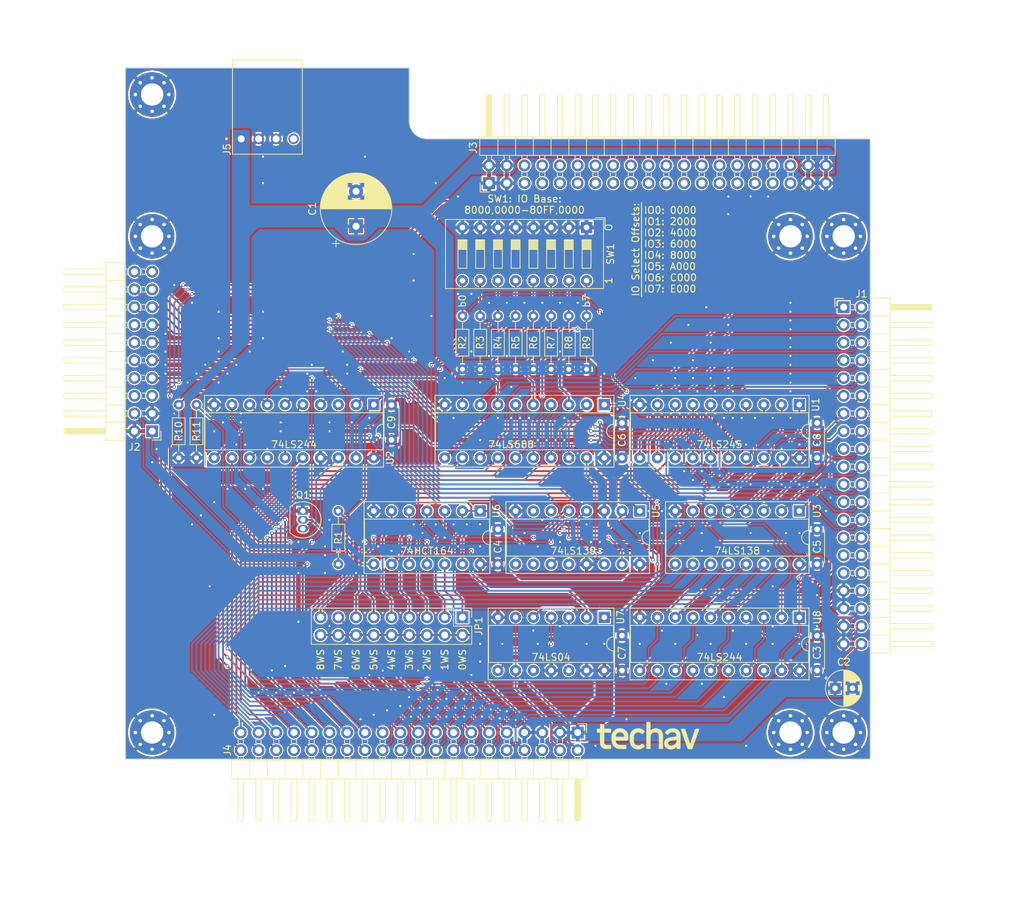
<source format=kicad_pcb>
(kicad_pcb (version 20240108) (generator "pcbnew") (generator_version "8.0")
  (layers (0 "F.Cu" signal) (31 "B.Cu" signal) (34 "B.Paste" user) (35 "F.Paste" user) (36 "B.SilkS" user "B.Silkscreen") (37 "F.SilkS" user "F.Silkscreen") (38 "B.Mask" user) (39 "F.Mask" user) (44 "Edge.Cuts" user))
  (net 0 "")
  (net 1 "/~{IO-CE}")
  (net 2 "/~{CPU-DSACK0}")
  (net 3 "GND")
  (net 4 "Net-(Q1-B)")
  (net 5 "Net-(R1-Pad1)")
  (net 6 "VCC")
  (net 7 "/ADDR-SW0")
  (net 8 "/ADDR-SW1")
  (net 9 "/ADDR-SW2")
  (net 10 "/ADDR-SW3")
  (net 11 "/ADDR-SW4")
  (net 12 "/ADDR-SW5")
  (net 13 "/ADDR-SW6")
  (net 14 "/ADDR-SW7")
  (net 15 "/IO-D3")
  (net 16 "/IO-D5")
  (net 17 "/IO-D6")
  (net 18 "/IO-D0")
  (net 19 "/IO-D4")
  (net 20 "/IO-D1")
  (net 21 "/CPU-R{slash}~{W}")
  (net 22 "/IO-D7")
  (net 23 "/IO-D2")
  (net 24 "/~{IO-CE0}")
  (net 25 "/~{IO-CE4}")
  (net 26 "/~{IO-CE2}")
  (net 27 "/CPU-A13")
  (net 28 "/CPU-A15")
  (net 29 "/~{IO-CE1}")
  (net 30 "/~{IO-CE5}")
  (net 31 "/~{IO-CE3}")
  (net 32 "/~{IO-CE7}")
  (net 33 "/CPU-A14")
  (net 34 "/~{IO-CE6}")
  (net 35 "/CPU-A22")
  (net 36 "/CPU-A16")
  (net 37 "/CPU-A23")
  (net 38 "/CPU-A18")
  (net 39 "/~{IO-AS}")
  (net 40 "/CPU-A20")
  (net 41 "/CPU-A19")
  (net 42 "/CPU-A17")
  (net 43 "/CPU-A21")
  (net 44 "/~{CPU-AS}")
  (net 46 "/~{IO-RD}")
  (net 50 "/CPU-A31")
  (net 52 "/~{IO-WR}")
  (net 53 "/CPU-CLK")
  (net 54 "Net-(U6-~{MR})")
  (net 57 "/IO-A2")
  (net 58 "/IO-A1")
  (net 59 "/IO-A0")
  (net 60 "/CPU-A3")
  (net 61 "/CPU-A1")
  (net 62 "/IO-A7")
  (net 63 "/CPU-A2")
  (net 64 "/IO-A4")
  (net 65 "/IO-A5")
  (net 66 "/CPU-A0")
  (net 67 "/CPU-A7")
  (net 68 "/CPU-A4")
  (net 69 "/IO-A6")
  (net 70 "/IO-A3")
  (net 71 "/CPU-A6")
  (net 72 "/CPU-A5")
  (net 73 "/CPU-A11")
  (net 74 "/CPU-D17")
  (net 75 "/CPU-A9")
  (net 76 "/CPU-D30")
  (net 77 "/CPU-D18")
  (net 78 "/CPU-D20")
  (net 79 "/CPU-D26")
  (net 80 "/CPU-D29")
  (net 81 "/CPU-D23")
  (net 82 "/CPU-D28")
  (net 83 "/CPU-A10")
  (net 84 "/CPU-D24")
  (net 85 "/CPU-A8")
  (net 86 "/CPU-D31")
  (net 87 "/CPU-A12")
  (net 88 "/CPU-D25")
  (net 89 "/CPU-D19")
  (net 90 "/CPU-D22")
  (net 91 "/CPU-D16")
  (net 92 "/CPU-D21")
  (net 93 "/CPU-D27")
  (net 94 "/~{CPU-DS}")
  (net 102 "Net-(JP1-Pin_10)")
  (net 103 "/~{CPU-RESET}")
  (net 104 "/~{IO-RESET}")
  (net 105 "/IO-RESET")
  (net 106 "/WaitState-2")
  (net 107 "/WaitState-6")
  (net 108 "/WaitState-3")
  (net 109 "/WaitState-5")
  (net 110 "/WaitState-1")
  (net 111 "/WaitState-4")
  (net 112 "/WaitState-8")
  (net 113 "/WaitState-7")
  (net 114 "/CPU-D0")
  (net 115 "/IO-A11")
  (net 116 "/IO-A10")
  (net 117 "/IO-A12")
  (net 118 "/IO-A9")
  (net 119 "/IO-A8")
  (net 120 "/~{RD}")
  (net 121 "/~{WR}")
  (net 123 "/CPU-D2")
  (net 124 "/CPU-D5")
  (net 125 "/CPU-D15")
  (net 126 "/~{CPU-IPL0}")
  (net 127 "/~{CPU-IPL2}")
  (net 128 "/CPU-D4")
  (net 129 "/CPU-D6")
  (net 130 "/CPU-D1")
  (net 131 "/CPU-D10")
  (net 132 "/CPU-D13")
  (net 133 "/CPU-D9")
  (net 134 "/CPU-D8")
  (net 135 "/~{CPU-IPL1}")
  (net 136 "/CPU-D3")
  (net 137 "/CPU-D14")
  (net 138 "/~{IDE-CE}")
  (net 139 "/CPU-D7")
  (net 140 "/CPU-D12")
  (net 141 "/CPU-D11")
  (footprint "Package_DIP:DIP-20_W7.62mm_Socket" (layer "F.Cu") (at 147.32 88.9 -90)
    (property "Reference" "U1")
    (property "Value" "74LS245")
  )
  (footprint "MountingHole:MountingHole_3.2mm_M3_Pad_Via" (layer "F.Cu") (at 146.05 64.77)
    (property "Reference" "H5" (hide yes))
    (property "Value" "M3")
  )
  (footprint "Resistor_THT:R_Axial_DIN0204_L3.6mm_D1.6mm_P7.62mm_Horizontal" (layer "F.Cu") (at 116.84 83.820001 90)
    (property "Reference" "R9")
    (property "Value" "4k7")
  )
  (footprint "Resistor_THT:R_Axial_DIN0204_L3.6mm_D1.6mm_P7.62mm_Horizontal" (layer "F.Cu") (at 114.3 83.820001 90)
    (property "Reference" "R8")
    (property "Value" "4k7")
  )
  (footprint "Package_DIP:DIP-16_W7.62mm_Socket" (layer "F.Cu") (at 147.32 104.14 -90)
    (property "Reference" "U3")
    (property "Value" "74LS138")
  )
  (footprint "MountingHole:MountingHole_3.2mm_M3_Pad_Via" (layer "F.Cu") (at 54.61 44.45)
    (property "Reference" "H7" (hide yes))
    (property "Value" "M3")
  )
  (footprint "Connector_PinHeader_2.54mm:PinHeader_2x20_P2.54mm_Horizontal" (layer "F.Cu") (at 115.57 135.89 -90)
    (property "Reference" "J4")
    (property "Value" "Conn_02x20_Odd_Even")
  )
  (footprint "Resistor_THT:R_Axial_DIN0204_L3.6mm_D1.6mm_P7.62mm_Horizontal" (layer "F.Cu") (at 60.96 88.9 -90)
    (property "Reference" "R11")
    (property "Value" "4k7")
  )
  (footprint "MountingHole:MountingHole_3.2mm_M3_Pad_Via" (layer "F.Cu") (at 54.61 135.89)
    (property "Reference" "H3" (hide yes))
    (property "Value" "M3")
  )
  (footprint "Resistor_THT:R_Axial_DIN0204_L3.6mm_D1.6mm_P7.62mm_Horizontal" (layer "F.Cu") (at 58.42 88.9 -90)
    (property "Reference" "R10")
    (property "Value" "4k7")
  )
  (footprint "Package_DIP:DIP-20_W7.62mm_Socket" (layer "F.Cu") (at 147.32 119.38 -90)
    (property "Reference" "U8")
    (property "Value" "74LS244")
  )
  (footprint "Resistor_THT:R_Axial_DIN0204_L3.6mm_D1.6mm_P7.62mm_Horizontal" (layer "F.Cu") (at 106.68 83.820001 90)
    (property "Reference" "R5")
    (property "Value" "4k7")
  )
  (footprint "Package_DIP:DIP-20_W7.62mm_Socket" (layer "F.Cu") (at 86.36 88.9 -90)
    (property "Reference" "U2")
    (property "Value" "74LS244")
  )
  (footprint "Capacitor_THT:C_Disc_D4.3mm_W1.9mm_P5.00mm" (layer "F.Cu") (at 149.86 96.52 90)
    (property "Reference" "C8")
    (property "Value" "100nF")
  )
  (footprint "Capacitor_THT:C_Disc_D4.3mm_W1.9mm_P5.00mm" (layer "F.Cu") (at 149.86 111.76 90)
    (property "Reference" "C5")
    (property "Value" "100nF")
  )
  (footprint "Connector_PinHeader_2.54mm:PinHeader_2x20_P2.54mm_Horizontal" (layer "F.Cu") (at 153.67 74.93)
    (property "Reference" "J1")
    (property "Value" "Conn_02x20_Odd_Even")
  )
  (footprint "Capacitor_THT:C_Disc_D4.3mm_W1.9mm_P5.00mm" (layer "F.Cu") (at 121.92 127 90)
    (property "Reference" "C7")
    (property "Value" "100nF")
  )
  (footprint "Connector_PinHeader_2.54mm:PinHeader_2x10_P2.54mm_Horizontal" (layer "F.Cu") (at 54.615 92.705 180)
    (property "Reference" "J2")
    (property "Value" "Conn_02x10_Odd_Even")
  )
  (footprint "Capacitor_THT:C_Disc_D4.3mm_W1.9mm_P5.00mm" (layer "F.Cu") (at 149.86 127 90)
    (property "Reference" "C3")
    (property "Value" "100nF")
  )
  (footprint "Capacitor_THT:C_Disc_D4.3mm_W1.9mm_P5.00mm" (layer "F.Cu") (at 104.14 111.76 90)
    (property "Reference" "C4")
    (property "Value" "100nF")
  )
  (footprint "Button_Switch_THT:SW_DIP_SPSTx08_Slide_9.78x22.5mm_W7.62mm_P2.54mm" (layer "F.Cu") (at 116.840001 63.5 -90)
    (property "Reference" "SW1")
    (property "Value" "SW_DIP_x08")
  )
  (footprint "Package_TO_SOT_THT:TO-92_Inline" (layer "F.Cu") (at 76.2 104.14 -90)
    (property "Reference" "Q1")
    (property "Value" "PN2222A")
  )
  (footprint "MountingHole:MountingHole_3.2mm_M3_Pad_Via" (layer "F.Cu") (at 153.67 135.89)
    (property "Reference" "H4" (hide yes))
    (property "Value" "M3")
  )
  (footprint "Capacitor_THT:CP_Radial_D10.0mm_P5.00mm" (layer "F.Cu") (at 83.82 63.327678 90)
    (property "Reference" "C1")
    (property "Value" "100uF")
  )
  (footprint "Package_DIP:DIP-16_W7.62mm_Socket" (layer "F.Cu") (at 124.46 104.14 -90)
    (property "Reference" "U5")
    (property "Value" "74LS139")
  )
  (footprint "Resistor_THT:R_Axial_DIN0204_L3.6mm_D1.6mm_P7.62mm_Horizontal" (layer "F.Cu") (at 111.76 83.82 90)
    (property "Reference" "R7")
    (property "Value" "4k7")
  )
  (footprint "Connector_PinHeader_2.54mm:PinHeader_2x20_P2.54mm_Horizontal" (layer "F.Cu") (at 102.87 57.15 90)
    (property "Reference" "J3")
    (property "Value" "Conn_02x20_Odd_Even")
  )
  (footprint "Capacitor_THT:CP_Radial_D5.0mm_P2.50mm" (layer "F.Cu") (at 152.44 129.54)
    (property "Reference" "C2")
    (property "Value" "10uF")
  )
  (footprint "Package_DIP:DIP-14_W7.62mm_Socket" (layer "F.Cu") (at 119.38 119.38 -90)
    (property "Reference" "U7")
    (property "Value" "74LS04")
  )
  (footprint "Package_DIP:DIP-20_W7.62mm_Socket" (layer "F.Cu") (at 119.38 88.9 -90)
    (property "Reference" "U4")
    (property "Value" "74LS688")
  )
  (footprint "Connector_PinHeader_2.54mm:PinHeader_2x09_P2.54mm_Vertical" (layer "F.Cu") (at 99.06 119.38 -90)
    (property "Reference" "JP1")
    (property "Value" "Conn_02x09_Odd_Even")
  )
  (footprint "Resistor_THT:R_Axial_DIN0204_L3.6mm_D1.6mm_P7.62mm_Horizontal" (layer "F.Cu") (at 81.28 104.14 -90)
    (property "Reference" "R1")
    (property "Value" "100R")
  )
  (footprint "MountingHole:MountingHole_3.2mm_M3_Pad_Via" (layer "F.Cu") (at 54.61 64.77)
    (property "Reference" "H1" (hide yes))
    (property "Value" "M3")
  )
  (footprint "Capacitor_THT:C_Disc_D4.3mm_W1.9mm_P5.00mm" (layer "F.Cu") (at 88.9 93.94 90)
    (property "Reference" "C9")
    (property "Value" "100nF")
  )
  (footprint "MountingHole:MountingHole_3.2mm_M3_Pad_Via" (layer "F.Cu") (at 146.05 135.89)
    (property "Reference" "H6" (hide yes))
    (property "Value" "M3")
  )
  (footprint "Exp8b:TE_4-171826-4" (layer "F.Cu") (at 71.12 46.250001 180)
    (property "Reference" "J5")
    (property "Value" "4-171826-4")
  )
  (footprint "Resistor_THT:R_Axial_DIN0204_L3.6mm_D1.6mm_P7.62mm_Horizontal" (layer "F.Cu") (at 104.14 83.820001 90)
    (property "Reference" "R4")
    (property "Value" "4k7")
  )
  (footprint "Resistor_THT:R_Axial_DIN0204_L3.6mm_D1.6mm_P7.62mm_Horizontal" (layer "F.Cu") (at 109.22 83.820001 90)
    (property "Reference" "R6")
    (property "Value" "4k7")
  )
  (footprint "Package_DIP:DIP-14_W7.62mm_Socket" (layer "F.Cu") (at 101.6 104.14 -90)
    (property "Reference" "U6")
    (property "Value" "74HCT164")
  )
  (footprint "Resistor_THT:R_Axial_DIN0204_L3.6mm_D1.6mm_P7.62mm_Horizontal" (layer "F.Cu") (at 99.06 83.82 90)
    (property "Reference" "R2")
    (property "Value" "4k7")
  )
  (footprint "Resistor_THT:R_Axial_DIN0204_L3.6mm_D1.6mm_P7.62mm_Horizontal" (layer "F.Cu") (at 101.6 83.820001 90)
    (property "Reference" "R3")
    (property "Value" "4k7")
  )
  (footprint "MountingHole:MountingHole_3.2mm_M3_Pad_Via" (layer "F.Cu") (at 153.67 64.77)
    (property "Reference" "H2" (hide yes))
    (property "Value" "M3")
  )
  (footprint "Capacitor_THT:C_Disc_D4.3mm_W1.9mm_P5.00mm" (layer "F.Cu") (at 121.92 96.52 90)
    (property "Reference" "C6")
    (property "Value" "100nF")
  )
  (gr_poly (pts (xy 121.687196 135.275975) (xy 121.748814 135.280622) (xy 121.809508 135.288277) (xy 121.869206 135.298867) (xy 121.927831 135.312318) (xy 121.985311 135.328557) (xy 122.041571 135.34751) (xy 122.096536 135.369104) (xy 122.150131 135.393265) (xy 122.202283 135.41992) (xy 122.252917 135.448995) (xy 122.301958 135.480417) (xy 122.349333 135.514113) (xy 122.394966 135.550008) (xy 122.438783 135.58803) (xy 122.480711 135.628104) (xy 122.520673 135.670158) (xy 122.558597 135.714118) (xy 122.594408 135.759911) (xy 122.628031 135.807462) (xy 122.659391 135.856699) (xy 122.688415 135.907548) (xy 122.715028 135.959935) (xy 122.739156 136.013787) (xy 122.760723 136.069031) (xy 122.779657 136.125593) (xy 122.795881 136.1834) (xy 122.809323 136.242378) (xy 122.819907 136.302453) (xy 122.82756 136.363552) (xy 122.832205 136.425602) (xy 122.833771 136.488529) (xy 122.833771 136.828889) (xy 122.83349 136.840243) (xy 122.832657 136.851434) (xy 122.831284 136.862451) (xy 122.829385 136.87328) (xy 122.826973 136.883908) (xy 122.82406 136.894321) (xy 122.820659 136.904508) (xy 122.816784 136.914455) (xy 122.812448 136.924149) (xy 122.807664 136.933577) (xy 122.802444 136.942726) (xy 122.796802 136.951583) (xy 122.79075 136.960135) (xy 122.784303 136.968368) (xy 122.777472 136.976271) (xy 122.770271 136.983829) (xy 122.762712 136.99103) (xy 122.75481 136.997861) (xy 122.746576 137.004309) (xy 122.738025 137.01036) (xy 122.729168 137.016002) (xy 122.720019 137.021222) (xy 122.710591 137.026007) (xy 122.700897 137.030343) (xy 122.69095 137.034218) (xy 122.680763 137.037618) (xy 122.670349 137.040531) (xy 122.659721 137.042944) (xy 122.648892 137.044843) (xy 122.637876 137.046215) (xy 122.626684 137.047048) (xy 122.615331 137.047329) (xy 121.025291 137.047329) (xy 121.025291 137.072729) (xy 121.026074 137.103501) (xy 121.028395 137.133877) (xy 121.032219 137.163819) (xy 121.037505 137.19329) (xy 121.044216 137.222251) (xy 121.052315 137.250664) (xy 121.061762 137.278492) (xy 121.072519 137.305695) (xy 121.084549 137.332236) (xy 121.097814 137.358076) (xy 121.112274 137.383178) (xy 121.127893 137.407503) (xy 121.144632 137.431014) (xy 121.162452 137.453671) (xy 121.181316 137.475437) (xy 121.201186 137.496274) (xy 121.222023 137.516144) (xy 121.243789 137.535008) (xy 121.266447 137.552828) (xy 121.289957 137.569567) (xy 121.314282 137.585186) (xy 121.339384 137.599647) (xy 121.365225 137.612911) (xy 121.391765 137.624941) (xy 121.418969 137.635699) (xy 121.446796 137.645146) (xy 121.475209 137.653244) (xy 121.50417 137.659955) (xy 121.533641 137.665242) (xy 121.563584 137.669065) (xy 121.59396 137.671387) (xy 121.624731 137.672169) (xy 122.432451 137.672169) (xy 122.438121 137.672302) (xy 122.443695 137.672698) (xy 122.449169 137.67335) (xy 122.454537 137.674253) (xy 122.459794 137.675402) (xy 122.464933 137.67679) (xy 122.469949 137.678413) (xy 122.474837 137.680265) (xy 122.479591 137.682341) (xy 122.484206 137.684634) (xy 122.488676 137.687138) (xy 122.492994 137.68985) (xy 122.497157 137.692762) (xy 122.501158 137.69587) (xy 122.504991 137.699168) (xy 122.508651 137.702649) (xy 122.512133 137.706309) (xy 122.51543 137.710143) (xy 122.518538 137.714143) (xy 122.52145 137.718306) (xy 122.524162 137.722625) (xy 122.526667 137.727094) (xy 122.52896 137.731709) (xy 122.531035 137.736463) (xy 122.532887 137.741351) (xy 122.53451 137.746367) (xy 122.535899 137.751507) (xy 122.537047 137.756763) (xy 122.537951 137.762131) (xy 122.538603 137.767605) (xy 122.538998 137.77318) (xy 122.539131 137.778849) (xy 122.539131 138.144609) (xy 122.538998 138.150279) (xy 122.538603 138.155853) (xy 122.537951 138.161327) (xy 122.537047 138.166695) (xy 122.535899 138.171952) (xy 122.53451 138.177091) (xy 122.532887 138.182107) (xy 122.531035 138.186995) (xy 122.52896 138.19175) (xy 122.526667 138.196364) (xy 122.524162 138.200834) (xy 122.52145 138.205152) (xy 122.518538 138.209315) (xy 122.51543 138.213316) (xy 122.512133 138.217149) (xy 122.508651 138.220809) (xy 122.504991 138.224291) (xy 122.501158 138.227588) (xy 122.497157 138.230696) (xy 122.492994 138.233608) (xy 122.488676 138.23632) (xy 122.484206 138.238825) (xy 122.479591 138.241118) (xy 122.474837 138.243193) (xy 122.469949 138.245045) (xy 122.464933 138.246668) (xy 122.459794 138.248057) (xy 122.454537 138.249205) (xy 122.449169 138.250109) (xy 122.443695 138.250761) (xy 122.438121 138.251156) (xy 122.432451 138.251289) (xy 121.624731 138.251289) (xy 121.562265 138.249724) (xy 121.500648 138.245077) (xy 121.439953 138.237422) (xy 121.380256 138.226832) (xy 121.32163 138.213381) (xy 121.26415 138.197142) (xy 121.20789 138.178189) (xy 121.152926 138.156595) (xy 121.09933 138.132434) (xy 121.047178 138.105779) (xy 120.996545 138.076704) (xy 120.947503 138.045282) (xy 120.900129 138.011586) (xy 120.854496 137.975691) (xy 120.810678 137.937669) (xy 120.768751 137.897594) (xy 120.728788 137.85554) (xy 120.690864 137.81158) (xy 120.655054 137.765788) (xy 120.621431 137.718237) (xy 120.59007 137.669) (xy 120.561046 137.618151) (xy 120.534433 137.565764) (xy 120.510306 137.511911) (xy 120.488738 137.456667) (xy 120.469805 137.400105) (xy 120.45358 137.342299) (xy 120.440138 137.283321) (xy 120.429554 137.223246) (xy 120.421902 137.162147) (xy 120.417256 137.100097) (xy 120.415691 137.037169) (xy 120.415691 136.488529) (xy 120.416575 136.452969) (xy 121.025292 136.452969) (xy 121.025292 136.498689) (xy 122.224171 136.498689) (xy 122.224171 136.452969) (xy 122.223389 136.422198) (xy 122.221067 136.391822) (xy 122.217244 136.361879) (xy 122.211957 136.332408) (xy 122.205246 136.303447) (xy 122.197148 136.275034) (xy 122.187701 136.247207) (xy 122.176943 136.220004) (xy 122.164913 136.193463) (xy 122.151649 136.167622) (xy 122.137188 136.14252) (xy 122.121569 136.118195) (xy 122.10483 136.094685) (xy 122.08701 136.072028) (xy 122.068146 136.050261) (xy 122.048276 136.029424) (xy 122.027439 136.009555) (xy 122.005673 135.99069) (xy 121.983016 135.97287) (xy 121.959505 135.956131) (xy 121.93518 135.940513) (xy 121.910078 135.926052) (xy 121.884238 135.912787) (xy 121.857697 135.900757) (xy 121.830494 135.89) (xy 121.802666 135.880553) (xy 121.774253 135.872454) (xy 121.745292 135.865743) (xy 121.715821 135.860457) (xy 121.685879 135.856634) (xy 121.655503 135.854312) (xy 121.624731 135.853529) (xy 121.59396 135.854312) (xy 121.563584 135.856634) (xy 121.533642 135.860457) (xy 121.504171 135.865743) (xy 121.47521 135.872454) (xy 121.446796 135.880553) (xy 121.418969 135.89) (xy 121.391766 135.900757) (xy 121.365225 135.912787) (xy 121.339385 135.926052) (xy 121.314283 135.940513) (xy 121.289957 135.956131) (xy 121.266447 135.97287) (xy 121.24379 135.99069) (xy 121.222024 136.009555) (xy 121.201186 136.029424) (xy 121.181317 136.050261) (xy 121.162453 136.072028) (xy 121.144632 136.094685) (xy 121.127894 136.118195) (xy 121.112275 136.14252) (xy 121.097814 136.167622) (xy 121.08455 136.193463) (xy 121.07252 136.220004) (xy 121.061762 136.247207) (xy 121.052315 136.275034) (xy 121.044217 136.303447) (xy 121.037505 136.332408) (xy 121.032219 136.361879) (xy 121.028396 136.391822) (xy 121.026074 136.422198) (xy 121.025292 136.452969) (xy 120.416575 136.452969) (xy 120.417256 136.425602) (xy 120.421902 136.363552) (xy 120.429554 136.302453) (xy 120.440138 136.242378) (xy 120.45358 136.1834) (xy 120.469805 136.125593) (xy 120.488738 136.069031) (xy 120.510306 136.013787) (xy 120.534433 135.959935) (xy 120.561046 135.907548) (xy 120.59007 135.856699) (xy 120.621431 135.807462) (xy 120.655054 135.759911) (xy 120.690864 135.714118) (xy 120.728788 135.670158) (xy 120.768751 135.628104) (xy 120.810678 135.58803) (xy 120.854496 135.550008) (xy 120.900129 135.514113) (xy 120.947503 135.480417) (xy 120.996545 135.448995) (xy 121.047178 135.41992) (xy 121.09933 135.393265) (xy 121.152926 135.369104) (xy 121.20789 135.34751) (xy 121.26415 135.328557) (xy 121.32163 135.312318) (xy 121.380256 135.298867) (xy 121.439953 135.288277) (xy 121.500648 135.280622) (xy 121.562265 135.275975) (xy 121.624731 135.274409)) (stroke (width -0.000001)) (fill solid) (layer "F.SilkS"))
  (gr_line (start 124.714 59.944) (end 124.714 73.406) (stroke (width 0.15)) (layer "F.SilkS"))
  (gr_poly (pts (xy 132.850981 135.340597) (xy 132.857896 135.341036) (xy 132.864653 135.341759) (xy 132.871247 135.342761) (xy 132.877674 135.344034) (xy 132.883929 135.345573) (xy 132.890007 135.34737) (xy 132.895903 135.349419) (xy 132.901614 135.351713) (xy 132.907134 135.354247) (xy 132.912458 135.357013) (xy 132.917583 135.360005) (xy 132.922503 135.363217) (xy 132.927213 135.366642) (xy 132.93171 135.370273) (xy 132.935988 135.374104) (xy 132.940043 135.378129) (xy 132.94387 135.382341) (xy 132.947464 135.386733) (xy 132.950821 135.391299) (xy 132.953936 135.396032) (xy 132.956805 135.400927) (xy 132.959423 135.405976) (xy 132.961785 135.411172) (xy 132.963886 135.41651) (xy 132.965722 135.421983) (xy 132.967289 135.427585) (xy 132.968581 135.433308) (xy 132.969594 135.439147) (xy 132.970324 135.445094) (xy 132.970765 135.451144) (xy 132.970913 135.457289) (xy 132.970855 135.460147) (xy 132.970685 135.463004) (xy 132.970411 135.465862) (xy 132.97004 135.468719) (xy 132.96958 135.471577) (xy 132.969038 135.474434) (xy 132.968421 135.477292) (xy 132.967738 135.480149) (xy 132.9662 135.485864) (xy 132.964484 135.491579) (xy 132.960754 135.503009) (xy 132.020954 138.175089) (xy 132.015781 138.187227) (xy 132.009812 138.198852) (xy 132.003084 138.209926) (xy 131.995633 138.220412) (xy 131.987499 138.230273) (xy 131.978717 138.239472) (xy 131.969324 138.247971) (xy 131.959359 138.255734) (xy 131.948858 138.262723) (xy 131.937858 138.2689) (xy 131.926397 138.27423) (xy 131.914512 138.278673) (xy 131.90224 138.282194) (xy 131.889618 138.284755) (xy 131.876684 138.286319) (xy 131.870111 138.286716) (xy 131.863474 138.286849) (xy 131.462151 138.281769) (xy 131.448942 138.281352) (xy 131.442438 138.280831) (xy 131.436007 138.280102) (xy 131.429655 138.279164) (xy 131.423385 138.278018) (xy 131.417203 138.276664) (xy 131.411113 138.275101) (xy 131.40512 138.27333) (xy 131.399228 138.271351) (xy 131.393442 138.269163) (xy 131.387767 138.266767) (xy 131.382207 138.264163) (xy 131.376767 138.26135) (xy 131.371452 138.258329) (xy 131.366266 138.255099) (xy 131.361214 138.251661) (xy 131.356301 138.248015) (xy 131.351531 138.24416) (xy 131.346909 138.240097) (xy 131.342439 138.235826) (xy 131.338127 138.231346) (xy 131.333976 138.226658) (xy 131.329992 138.221761) (xy 131.326179 138.216657) (xy 131.322542 138.211344) (xy 131.319085 138.205822) (xy 131.315814 138.200092) (xy 131.312732 138.194154) (xy 131.309844 138.188007) (xy 131.307156 138.181652) (xy 131.304671 138.175089) (xy 130.364873 135.503009) (xy 130.361142 135.491579) (xy 130.359425 135.485864) (xy 130.357887 135.480149) (xy 130.357204 135.477292) (xy 130.356588 135.474434) (xy 130.356046 135.471577) (xy 130.355586 135.468719) (xy 130.355215 135.465862) (xy 130.354941 135.463004) (xy 130.354771 135.460147) (xy 130.354713 135.457289) (xy 130.354861 135.451144) (xy 130.355302 135.445094) (xy 130.356031 135.439147) (xy 130.357044 135.433308) (xy 130.358336 135.427585) (xy 130.359903 135.421984) (xy 130.361739 135.416511) (xy 130.363841 135.411173) (xy 130.366202 135.405976) (xy 130.36882 135.400927) (xy 130.371689 135.396033) (xy 130.374804 135.391299) (xy 130.378161 135.386733) (xy 130.381756 135.382341) (xy 130.385583 135.378129) (xy 130.389637 135.374104) (xy 130.393915 135.370273) (xy 130.398412 135.366642) (xy 130.403123 135.363217) (xy 130.408042 135.360005) (xy 130.413167 135.357013) (xy 130.418491 135.354247) (xy 130.424011 135.351713) (xy 130.429722 135.349419) (xy 130.435618 135.34737) (xy 130.441696 135.345573) (xy 130.447951 135.344034) (xy 130.454377 135.342761) (xy 130.460972 135.34176) (xy 130.467729 135.341036) (xy 130.474644 135.340597) (xy 130.481712 135.340449) (xy 130.837312 135.340449) (xy 130.843949 135.340583) (xy 130.850521 135.340979) (xy 130.857022 135.341634) (xy 130.863447 135.342543) (xy 130.869789 135.343701) (xy 130.876045 135.345104) (xy 130.882207 135.346747) (xy 130.888271 135.348625) (xy 130.894231 135.350734) (xy 130.900081 135.353069) (xy 130.905815 135.355625) (xy 130.911429 135.358398) (xy 130.916916 135.361383) (xy 130.922271 135.364576) (xy 130.927488 135.367971) (xy 130.932562 135.371564) (xy 130.937487 135.375351) (xy 130.942258 135.379327) (xy 130.946869 135.383487) (xy 130.951314 135.387826) (xy 130.955588 135.392341) (xy 130.959686 135.397025) (xy 130.963601 135.401875) (xy 130.967328 135.406886) (xy 130.970862 135.412054) (xy 130.974196 135.417372) (xy 130.977326 135.422838) (xy 130.980246 135.428446) (xy 130.98295 135.434192) (xy 130.985433 135.440071) (xy 130.987688 135.446078) (xy 130.989712 135.452209) (xy 131.675512 137.494369) (xy 132.361312 135.452209) (xy 132.365591 135.440071) (xy 132.370778 135.428446) (xy 132.376827 135.417372) (xy 132.383696 135.406886) (xy 132.391338 135.397025) (xy 132.39971 135.387826) (xy 132.408766 135.379327) (xy 132.418462 135.371564) (xy 132.428754 135.364575) (xy 132.439596 135.358398) (xy 132.450944 135.353069) (xy 132.462754 135.348625) (xy 132.47498 135.345104) (xy 132.487578 135.342543) (xy 132.500504 135.340979) (xy 132.507075 135.340582) (xy 132.513712 135.340449) (xy 132.843912 135.340449)) (stroke (width -0.000001)) (fill solid) (layer "F.SilkS"))
  (gr_poly (pts (xy 129.239448 135.275594) (xy 129.300733 135.279125) (xy 129.360599 135.284966) (xy 129.419006 135.293082) (xy 129.475913 135.303439) (xy 129.53128 135.315999) (xy 129.585069 135.330729) (xy 129.637237 135.347593) (xy 129.687747 135.366555) (xy 129.736556 135.387581) (xy 129.783627 135.410634) (xy 129.828918 135.43568) (xy 129.87239 135.462682) (xy 129.914002 135.491607) (xy 129.953715 135.522418) (xy 129.991488 135.555079) (xy 130.027282 135.589557) (xy 130.061056 135.625815) (xy 130.092771 135.663818) (xy 130.122387 135.703531) (xy 130.149863 135.744917) (xy 130.17516 135.787943) (xy 130.198238 135.832573) (xy 130.219056 135.878771) (xy 130.237575 135.926501) (xy 130.253754 135.97573) (xy 130.267554 136.02642) (xy 130.278934 136.078538) (xy 130.287856 136.132047) (xy 130.294277 136.186912) (xy 130.29816 136.243098) (xy 130.299463 136.300569) (xy 130.299463 138.144609) (xy 130.29933 138.150279) (xy 130.298934 138.155853) (xy 130.298282 138.161327) (xy 130.297379 138.166695) (xy 130.29623 138.171952) (xy 130.294842 138.177091) (xy 130.293218 138.182107) (xy 130.291366 138.186995) (xy 130.289291 138.19175) (xy 130.286998 138.196364) (xy 130.284493 138.200834) (xy 130.281782 138.205152) (xy 130.278869 138.209315) (xy 130.275762 138.213316) (xy 130.272464 138.217149) (xy 130.268982 138.220809) (xy 130.265322 138.224291) (xy 130.261489 138.227588) (xy 130.257488 138.230696) (xy 130.253326 138.233608) (xy 130.249007 138.23632) (xy 130.244537 138.238825) (xy 130.239923 138.241118) (xy 130.235169 138.243193) (xy 130.230281 138.245045) (xy 130.225264 138.246668) (xy 130.220125 138.248057) (xy 130.214868 138.249205) (xy 130.2095 138.250109) (xy 130.204026 138.250761) (xy 130.198452 138.251156) (xy 130.192782 138.251289) (xy 129.847343 138.251289) (xy 129.841673 138.25117) (xy 129.836099 138.250817) (xy 129.830624 138.25023) (xy 129.825256 138.249414) (xy 129.82 138.248371) (xy 129.814861 138.247103) (xy 129.809844 138.245615) (xy 129.804956 138.243907) (xy 129.800202 138.241984) (xy 129.795587 138.239848) (xy 129.791118 138.237502) (xy 129.786799 138.234948) (xy 129.782636 138.232189) (xy 129.778636 138.229229) (xy 129.774803 138.22607) (xy 129.771142 138.222714) (xy 129.767661 138.219165) (xy 129.764363 138.215425) (xy 129.761255 138.211498) (xy 129.758343 138.207385) (xy 129.755632 138.20309) (xy 129.753127 138.198615) (xy 129.750834 138.193964) (xy 129.748759 138.189139) (xy 129.746907 138.184142) (xy 129.745283 138.178977) (xy 129.743895 138.173647) (xy 129.742746 138.168154) (xy 129.741843 138.162501) (xy 129.741191 138.15669) (xy 129.740795 138.150726) (xy 129.740662 138.144609) (xy 129.740662 137.946489) (xy 129.696369 137.991675) (xy 129.651107 138.033891) (xy 129.604864 138.073146) (xy 129.557623 138.109446) (xy 129.509371 138.1428) (xy 129.460091 138.173214) (xy 129.40977 138.200696) (xy 129.358392 138.225254) (xy 129.305943 138.246895) (xy 129.252407 138.265626) (xy 129.197769 138.281455) (xy 129.142016 138.29439) (xy 129.085131 138.304437) (xy 129.027101 138.311604) (xy 128.967909 138.315899) (xy 128.907542 138.317329) (xy 128.907543 138.317328) (xy 128.85473 138.316307) (xy 128.802999 138.313265) (xy 128.752387 138.308237) (xy 128.702934 138.301255) (xy 128.65468 138.292353) (xy 128.607662 138.281565) (xy 128.561921 138.268924) (xy 128.517494 138.254463) (xy 128.474423 138.238217) (xy 128.432744 138.220218) (xy 128.392498 138.2005) (xy 128.353724 138.179097) (xy 128.31646 138.156041) (xy 128.280746 138.131368) (xy 128.246621 138.105109) (xy 128.214123 138.077298) (xy 128.183293 138.04797) (xy 128.154168 138.017157) (xy 128.126788 137.984893) (xy 128.101193 137.951211) (xy 128.07742 137.916145) (xy 128.05551 137.879729) (xy 128.035501 137.841996) (xy 128.017432 137.802978) (xy 128.001343 137.762711) (xy 127.987272 137.721227) (xy 127.975259 137.67856) (xy 127.965342 137.634743) (xy 127.957561 137.58981) (xy 127.951955 137.543794) (xy 127.948563 137.496729) (xy 127.947423 137.448649) (xy 127.947889 137.428329) (xy 128.526543 137.428329) (xy 128.527031 137.447645) (xy 128.528488 137.466532) (xy 128.5309 137.484978) (xy 128.534252 137.502971) (xy 128.53853 137.520499) (xy 128.543721 137.53755) (xy 128.54981 137.554112) (xy 128.556784 137.570172) (xy 128.564629 137.585719) (xy 128.57333 137.60074) (xy 128.582874 137.615224) (xy 128.593247 137.629158) (xy 128.604435 137.64253) (xy 128.616424 137.655328) (xy 128.629199 137.66754) (xy 128.642747 137.679154) (xy 128.657055 137.690158) (xy 128.672108 137.700539) (xy 128.687891 137.710287) (xy 128.704392 137.719387) (xy 128.721596 137.727829) (xy 128.739489 137.735601) (xy 128.758058 137.74269) (xy 128.777288 137.749083) (xy 128.797165 137.75477) (xy 128.817676 137.759738) (xy 128.860542 137.767469) (xy 128.905775 137.772178) (xy 128.953262 137.773769) (xy 128.990786 137.772781) (xy 129.02807 137.769855) (xy 129.065049 137.765046) (xy 129.101664 137.75841) (xy 129.13785 137.750003) (xy 129.173547 137.739881) (xy 129.20869 137.728099) (xy 129.243219 137.714714) (xy 129.277071 137.699781) (xy 129.310183 137.683356) (xy 129.342494 137.665495) (xy 129.37394 137.646253) (xy 129.40446 137.625687) (xy 129.433991 137.603852) (xy 129.462471 137.580804) (xy 129.489838 137.556599) (xy 129.516028 137.531293) (xy 129.540981 137.504941) (xy 129.564634 137.477599) (xy 129.586923 137.449324) (xy 129.607788 137.42017) (xy 129.627165 137.390194) (xy 129.644993 137.359452) (xy 129.661208 137.327999) (xy 129.675749 137.295891) (xy 129.688554 137.263184) (xy 129.69956 137.229934) (xy 129.708704 137.196197) (xy 129.715925 137.162028) (xy 129.72116 137.127483) (xy 129.724346 137.092618) (xy 129.725423 137.057489) (xy 129.725423 136.955889) (xy 129.526033 136.984782) (xy 129.299973 137.015579) (xy 129.091058 137.044472) (xy 129.006722 137.057013) (xy 128.943103 137.067649) (xy 128.892381 137.077951) (xy 128.844985 137.089815) (xy 128.822533 137.096337) (xy 128.800909 137.103256) (xy 128.780112 137.110573) (xy 128.760143 137.11829) (xy 128.741 137.126409) (xy 128.722682 137.134932) (xy 128.705188 137.14386) (xy 128.688517 137.153196) (xy 128.672669 137.16294) (xy 128.657641 137.173096) (xy 128.643435 137.183665) (xy 128.630047 137.194649) (xy 128.617479 137.20605) (xy 128.605728 137.217869) (xy 128.594793 137.230108) (xy 128.584675 137.24277) (xy 128.575371 137.255856) (xy 128.566881 137.269368) (xy 128.559204 137.283308) (xy 128.552339 137.297678) (xy 128.546286 137.312479) (xy 128.541042 137.327714) (xy 128.536608 137.343384) (xy 128.532982 137.359491) (xy 128.530163 137.376037) (xy 128.528151 137.393025) (xy 128.526945 137.410455) (xy 128.526543 137.428329) (xy 127.947889 137.428329) (xy 127.948418 137.405267) (xy 127.95139 137.362764) (xy 127.956322 137.321151) (xy 127.963199 137.280443) (xy 127.972003 137.240654) (xy 127.982718 137.201799) (xy 127.995327 137.16389) (xy 128.009812 137.126942) (xy 128.026158 137.090969) (xy 128.044348 137.055984) (xy 128.064364 137.022003) (xy 128.086191 136.989038) (xy 128.109811 136.957103) (xy 128.135207 136.926213) (xy 128.162364 136.896382) (xy 128.191264 136.867624) (xy 128.22189 136.839951) (xy 128.254225 136.813379) (xy 128.288254 136.787922) (xy 128.323959 136.763593) (xy 128.40033 136.718375) (xy 128.483205 136.677838) (xy 128.57245 136.642093) (xy 128.66793 136.611252) (xy 128.769513 136.585427) (xy 128.877064 136.564729) (xy 129.214883 136.519009) (xy 129.399986 136.493291) (xy 129.472416 136.482219) (xy 129.522224 136.473289) (xy 129.545263 136.468884) (xy 129.566763 136.463288) (xy 129.576937 136.460043) (xy 129.58673 136.456501) (xy 129.59614 136.452661) (xy 129.605171 136.448524) (xy 129.613821 136.444089) (xy 129.622094 136.439356) (xy 129.629988 136.434326) (xy 129.637506 136.428998) (xy 129.644648 136.423372) (xy 129.651415 136.417449) (xy 129.657808 136.411228) (xy 129.663829 136.404709) (xy 129.669477 136.397893) (xy 129.674754 136.390779) (xy 129.679661 136.383367) (xy 129.684198 136.375658) (xy 129.688367 136.367651) (xy 129.692169 136.359346) (xy 129.695605 136.350744) (xy 129.698674 136.341844) (xy 129.701379 136.332647) (xy 129.703721 136.323151) (xy 129.705699 136.313358) (xy 129.707316 136.303268) (xy 129.708572 136.29288) (xy 129.709468 136.282194) (xy 129.710184 136.259929) (xy 129.709475 136.23594) (xy 129.707372 136.212556) (xy 129.703909 136.189788) (xy 129.699121 136.167646) (xy 129.693041 136.14614) (xy 129.685705 136.125281) (xy 129.677147 136.105078) (xy 129.6674 136.085542) (xy 129.656501 136.066684) (xy 129.644482 136.048513) (xy 129.631379 136.031039) (xy 129.617226 136.014273) (xy 129.602056 135.998226) (xy 129.585906 135.982907) (xy 129.568808 135.968326) (xy 129.550799 135.954494) (xy 129.531911 135.941421) (xy 129.512179 135.929118) (xy 129.470322 135.906859) (xy 129.425504 135.887801) (xy 129.377999 135.872024) (xy 129.328083 135.85961) (xy 129.276032 135.850642) (xy 129.22212 135.845201) (xy 129.166624 135.843369) (xy 129.116024 135.844614) (xy 129.067107 135.84833) (xy 129.043284 135.851105) (xy 129.019886 135.854487) (xy 128.996917 135.858471) (xy 128.974377 135.863054) (xy 128.952269 135.868233) (xy 128.930594 135.874003) (xy 128.909355 135.880361) (xy 128.888553 135.887303) (xy 128.86819 135.894826) (xy 128.848268 135.902925) (xy 128.828788 135.911598) (xy 128.809753 135.920839) (xy 128.791165 135.930646) (xy 128.773025 135.941015) (xy 128.755335 135.951942) (xy 128.738098 135.963424) (xy 128.721314 135.975456) (xy 128.704986 135.988035) (xy 128.689116 136.001157) (xy 128.673705 136.014819) (xy 128.658755 136.029017) (xy 128.644269 136.043746) (xy 128.630248 136.059004) (xy 128.616694 136.074787) (xy 128.603608 136.09109) (xy 128.590994 136.107911) (xy 128.578851 136.125245) (xy 128.567184 136.143089) (xy 128.562304 136.150528) (xy 128.557202 136.157595) (xy 128.551891 136.164275) (xy 128.546387 136.170553) (xy 128.540704 136.176414) (xy 128.534858 136.181844) (xy 128.528862 136.186827) (xy 128.522733 136.191349) (xy 128.516485 136.195395) (xy 128.510132 136.198949) (xy 128.503691 136.201998) (xy 128.497174 136.204525) (xy 128.490599 136.206517) (xy 128.483978 136.207958) (xy 128.480656 136.208468) (xy 128.477328 136.208834) (xy 128.473997 136.209055) (xy 128.470663 136.209129) (xy 128.465959 136.209068) (xy 128.461367 136.208881) (xy 128.456878 136.20856) (xy 128.452487 136.208097) (xy 128.448184 136.207486) (xy 128.443964 136.206718) (xy 128.439818 136.205787) (xy 128.435738 136.204684) (xy 128.431719 136.203403) (xy 128.427751 136.201936) (xy 128.423828 136.200275) (xy 128.419943 136.198414) (xy 128.416087 136.196344) (xy 128.412253 136.194058) (xy 128.408435 136.191549) (xy 128.404623 136.188809) (xy 128.120143 135.995769) (xy 128.114607 135.991841) (xy 128.109427 135.987683) (xy 128.104605 135.983301) (xy 128.10014 135.978704) (xy 128.096033 135.973898) (xy 128.092282 135.968891) (xy 128.088889 135.963691) (xy 128.085853 135.958304) (xy 128.083174 135.952739) (xy 128.080852 135.947003) (xy 128.078888 135.941103) (xy 128.077281 135.935047) (xy 128.07603 135.928842) (xy 128.075137 135.922496) (xy 128.074602 135.916016) (xy 128.074423 135.909409) (xy 128.074481 135.906552) (xy 128.074651 135.903694) (xy 128.074925 135.900837) (xy 128.075296 135.897979) (xy 128.075756 135.895122) (xy 128.076298 135.892264) (xy 128.076915 135.889407) (xy 128.077598 135.886549) (xy 128.079136 135.880834) (xy 128.080853 135.875119) (xy 128.084583 135.863689) (xy 128.12414 135.795959) (xy 128.168393 135.731897) (xy 128.217155 135.671601) (xy 128.270241 135.615166) (xy 128.327464 135.562691) (xy 128.388639 135.514271) (xy 128.453579 135.470003) (xy 128.522098 135.429984) (xy 128.59401 135.394312) (xy 128.66913 135.363081) (xy 128.747271 135.33639) (xy 128.828247 135.314335) (xy 128.911872 135.297013) (xy 128.997961 135.28452) (xy 129.086326 135.276953) (xy 129.176783 135.274409)) (stroke (width -0.000001)) (fill solid) (layer "F.SilkS"))
  (gr_poly (pts (xy 119.27899 134.685263) (xy 119.284565 134.685658) (xy 119.290039 134.68631) (xy 119.295407 134.687213) (xy 119.300663 134.688362) (xy 119.305802 134.689751) (xy 119.310819 134.691374) (xy 119.315707 134.693226) (xy 119.320461 134.695301) (xy 119.325076 134.697594) (xy 119.329545 134.700099) (xy 119.333864 134.702811) (xy 119.338026 134.705723) (xy 119.342027 134.708831) (xy 119.34586 134.712128) (xy 119.349521 134.71561) (xy 119.353002 134.71927) (xy 119.3563 134.723103) (xy 119.359407 134.727104) (xy 119.36232 134.731267) (xy 119.365031 134.735585) (xy 119.367536 134.740055) (xy 119.369829 134.744669) (xy 119.371904 134.749424) (xy 119.373756 134.754312) (xy 119.375379 134.759328) (xy 119.376768 134.764467) (xy 119.377917 134.769724) (xy 119.37882 134.775092) (xy 119.379472 134.780566) (xy 119.379868 134.78614) (xy 119.380001 134.79181) (xy 119.380001 135.34045) (xy 120.23852 135.34045) (xy 120.24419 135.340583) (xy 120.249764 135.340978) (xy 120.255239 135.34163) (xy 120.260607 135.342533) (xy 120.265863 135.343682) (xy 120.271002 135.345071) (xy 120.276019 135.346694) (xy 120.280907 135.348546) (xy 120.285661 135.350621) (xy 120.290275 135.352914) (xy 120.294745 135.355419) (xy 120.299064 135.358131) (xy 120.303226 135.361043) (xy 120.307227 135.364151) (xy 120.31106 135.367448) (xy 120.31472 135.37093) (xy 120.318202 135.37459) (xy 120.3215 135.378423) (xy 120.324607 135.382424) (xy 120.32752 135.386586) (xy 120.330231 135.390905) (xy 120.332736 135.395375) (xy 120.335029 135.399989) (xy 120.337104 135.404743) (xy 120.338956 135.409632) (xy 120.340579 135.414648) (xy 120.341968 135.419787) (xy 120.343117 135.425044) (xy 120.34402 135.430412) (xy 120.344672 135.435886) (xy 120.345067 135.44146) (xy 120.3452 135.44713) (xy 120.3452 135.80781) (xy 120.345067 135.813479) (xy 120.344672 135.819054) (xy 120.34402 135.824528) (xy 120.343117 135.829896) (xy 120.341968 135.835152) (xy 120.340579 135.840291) (xy 120.338956 135.845308) (xy 120.337104 135.850196) (xy 120.335029 135.85495) (xy 120.332736 135.859565) (xy 120.330231 135.864034) (xy 120.32752 135.868353) (xy 120.324607 135.872516) (xy 120.3215 135.876516) (xy 120.318202 135.880349) (xy 120.31472 135.88401) (xy 120.31106 135.887491) (xy 120.307227 135.890789) (xy 120.303226 135.893897) (xy 120.299064 135.896809) (xy 120.294745 135.89952) (xy 120.290275 135.902025) (xy 120.285661 135.904318) (xy 120.280907 135.906393) (xy 120.276019 135.908245) (xy 120.271002 135.909869) (xy 120.265863 135.911257) (xy 120.260607 135.912406) (xy 120.255239 135.913309) (xy 120.249764 135.913961) (xy 120.24419 135.914357) (xy 120.23852 135.91449) (xy 119.38 135.91449) (xy 119.38 137.341969) (xy 119.380371 137.360809) (xy 119.381475 137.379221) (xy 119.383303 137.397194) (xy 119.385844 137.414716) (xy 119.389089 137.431778) (xy 119.393027 137.448367) (xy 119.397647 137.464472) (xy 119.40294 137.480082) (xy 119.408895 137.495186) (xy 119.415502 137.509773) (xy 119.422751 137.523832) (xy 119.430632 137.537351) (xy 119.439134 137.550319) (xy 119.448247 137.562726) (xy 119.457961 137.57456) (xy 119.468265 137.585809) (xy 119.479151 137.596463) (xy 119.490606 137.606511) (xy 119.502621 137.615941) (xy 119.515186 137.624743) (xy 119.52829 137.632904) (xy 119.541924 137.640414) (xy 119.556077 137.647262) (xy 119.570739 137.653437) (xy 119.585899 137.658927) (xy 119.601547 137.663721) (xy 119.617674 137.667808) (xy 119.634268 137.671177) (xy 119.65132 137.673817) (xy 119.66882 137.675716) (xy 119.686757 137.676864) (xy 119.70512 137.677249) (xy 120.23852 137.682329) (xy 120.24419 137.682462) (xy 120.249764 137.682858) (xy 120.255238 137.68351) (xy 120.260606 137.684413) (xy 120.265863 137.685562) (xy 120.271002 137.68695) (xy 120.276018 137.688574) (xy 120.280907 137.690425) (xy 120.285661 137.692501) (xy 120.290275 137.694794) (xy 120.294745 137.697299) (xy 120.299064 137.70001) (xy 120.303226 137.702922) (xy 120.307227 137.70603) (xy 120.31106 137.709328) (xy 120.31472 137.712809) (xy 120.318202 137.716469) (xy 120.321499 137.720303) (xy 120.324607 137.724303) (xy 120.327519 137.728466) (xy 120.330231 137.732785) (xy 120.332736 137.737254) (xy 120.335029 137.741869) (xy 120.337104 137.746623) (xy 120.338956 137.751511) (xy 120.340579 137.756527) (xy 120.341968 137.761667) (xy 120.343117 137.766923) (xy 120.34402 137.772291) (xy 120.344672 137.777765) (xy 120.345067 137.78334) (xy 120.3452 137.789009) (xy 120.3452 138.144609) (xy 120.345067 138.150279) (xy 120.344672 138.155853) (xy 120.34402 138.161327) (xy 120.343117 138.166695) (xy 120.341968 138.171952) (xy 120.340579 138.177091) (xy 120.338956 138.182107) (xy 120.337104 138.186995) (xy 120.335029 138.19175) (xy 120.332736 138.196364) (xy 120.330231 138.200834) (xy 120.327519 138.205152) (xy 120.324607 138.209315) (xy 120.321499 138.213316) (xy 120.318202 138.217149) (xy 120.31472 138.220809) (xy 120.31106 138.224291) (xy 120.307227 138.227588) (xy 120.303226 138.230696) (xy 120.299064 138.233608) (xy 120.294745 138.23632) (xy 120.290275 138.238825) (xy 120.285661 138.241118) (xy 120.280907 138.243193) (xy 120.276018 138.245045) (xy 120.271002 138.246668) (xy 120.265863 138.248057) (xy 120.260606 138.249205) (xy 120.255238 138.250109) (xy 120.249764 138.250761) (xy 120.24419 138.251156) (xy 120.23852 138.251289) (xy 119.6594 138.251289) (xy 119.610367 138.250253) (xy 119.562352 138.247167) (xy 119.51539 138.242064) (xy 119.469516 138.234978) (xy 119.424765 138.225942) (xy 119.381174 138.21499) (xy 119.338777 138.202156) (xy 119.297609 138.187472) (xy 119.257707 138.170972) (xy 119.219105 138.152691) (xy 119.181839 138.13266) (xy 119.145943 138.110915) (xy 119.111455 138.087487) (xy 119.078408 138.062412) (xy 119.046838 138.035721) (xy 119.01678 138.007449) (xy 118.988271 137.97763) (xy 118.961344 137.946296) (xy 118.936037 137.913481) (xy 118.912382 137.879219) (xy 118.890418 137.843543) (xy 118.870177 137.806487) (xy 118.851697 137.768084) (xy 118.835012 137.728367) (xy 118.820157 137.68737) (xy 118.807168 137.645127) (xy 118.796081 137.601671) (xy 118.78693 137.557036) (xy 118.779752 137.511255) (xy 118.77458 137.464361) (xy 118.771451 137.416388) (xy 118.7704 137.36737) (xy 118.7704 135.90941) (xy 118.419881 135.90941) (xy 118.414211 135.909277) (xy 118.408637 135.908881) (xy 118.403162 135.908229) (xy 118.397794 135.907326) (xy 118.392538 135.906177) (xy 118.387399 135.904789) (xy 118.382382 135.903165) (xy 118.377494 135.901313) (xy 118.37274 135.899238) (xy 118.368126 135.896945) (xy 118.363656 135.89444) (xy 118.359337 135.891729) (xy 118.355175 135.888816) (xy 118.351174 135.885709) (xy 118.347341 135.882411) (xy 118.343681 135.87893) (xy 118.340199 135.875269) (xy 118.336901 135.871436) (xy 118.333794 135.867435) (xy 118.330881 135.863273) (xy 118.32817 135.858954) (xy 118.325665 135.854485) (xy 118.323372 135.84987) (xy 118.321297 135.845116) (xy 118.319445 135.840228) (xy 118.317822 135.835211) (xy 118.316433 135.830072) (xy 118.315284 135.824816) (xy 118.314381 135.819448) (xy 118.313729 135.813974) (xy 118.313334 135.808399) (xy 118.313201 135.80273) (xy 118.313201 135.44713) (xy 118.313334 135.44146) (xy 118.313729 135.435886) (xy 118.314381 135.430412) (xy 118.315284 135.425044) (xy 118.316433 135.419787) (xy 118.317822 135.414648) (xy 118.319445 135.409632) (xy 118.321297 135.404743) (xy 118.323372 135.399989) (xy 118.325665 135.395375) (xy 118.32817 135.390905) (xy 118.330881 135.386586) (xy 118.333794 135.382424) (xy 118.336901 135.378423) (xy 118.340199 135.37459) (xy 118.343681 135.37093) (xy 118.347341 135.367448) (xy 118.351174 135.364151) (xy 118.355175 135.361043) (xy 118.359337 135.358131) (xy 118.363656 135.355419) (xy 118.368126 135.352914) (xy 118.37274 135.350621) (xy 118.377494 135.348546) (xy 118.382382 135.346694) (xy 118.387399 135.345071) (xy 118.392538 135.343682) (xy 118.397794 135.342533) (xy 118.403162 135.34163) (xy 118.408637 135.340978) (xy 118.414211 135.340583) (xy 118.419881 135.34045) (xy 118.7704 135.34045) (xy 118.7704 134.79181) (xy 118.770533 134.78614) (xy 118.770929 134.780566) (xy 118.771581 134.775092) (xy 118.772484 134.769724) (xy 118.773633 134.764467) (xy 118.775022 134.759328) (xy 118.776645 134.754312) (xy 118.778497 134.749424) (xy 118.780572 134.744669) (xy 118.782865 134.740055) (xy 118.78537 134.735585) (xy 118.788081 134.731267) (xy 118.790994 134.727104) (xy 118.794101 134.723103) (xy 118.797399 134.71927) (xy 118.80088 134.71561) (xy 118.804541 134.712128) (xy 118.808374 134.708831) (xy 118.812375 134.705723) (xy 118.816537 134.702811) (xy 118.820856 134.700099) (xy 118.825325 134.697594) (xy 118.82994 134.695301) (xy 118.834694 134.693226) (xy 118.839582 134.691374) (xy 118.844599 134.689751) (xy 118.849738 134.688362) (xy 118.854994 134.687213) (xy 118.860362 134.68631) (xy 118.865836 134.685658) (xy 118.871411 134.685263) (xy 118.87708 134.68513) (xy 119.273321 134.68513)) (stroke (width -0.000001)) (fill solid) (layer "F.SilkS"))
  (gr_poly (pts (xy 124.288665 135.276069) (xy 124.351799 135.281017) (xy 124.414323 135.28921) (xy 124.476111 135.300603) (xy 124.537035 135.315151) (xy 124.596969 135.33281) (xy 124.655787 135.353534) (xy 124.713362 135.377279) (xy 124.769568 135.404002) (xy 124.824279 135.433656) (xy 124.877367 135.466197) (xy 124.928707 135.501581) (xy 124.978171 135.539763) (xy 125.025633 135.580698) (xy 125.070968 135.624342) (xy 125.114047 135.670649) (xy 125.118632 135.675469) (xy 125.122868 135.680393) (xy 125.126761 135.685406) (xy 125.130319 135.690493) (xy 125.13355 135.69564) (xy 125.13646 135.700832) (xy 125.139059 135.706053) (xy 125.141352 135.711289) (xy 125.143347 135.716526) (xy 125.145053 135.721747) (xy 125.146475 135.726939) (xy 125.147623 135.732086) (xy 125.148502 135.737173) (xy 125.149121 135.742186) (xy 125.149487 135.74711) (xy 125.149607 135.751929) (xy 125.149373 135.758651) (xy 125.148684 135.765463) (xy 125.147564 135.772334) (xy 125.146035 135.779234) (xy 125.144119 135.786135) (xy 125.141838 135.793006) (xy 125.139215 135.799817) (xy 125.136272 135.806539) (xy 125.133031 135.813142) (xy 125.129515 135.819597) (xy 125.125746 135.825872) (xy 125.121746 135.831939) (xy 125.117538 135.837769) (xy 125.113144 135.84333) (xy 125.108586 135.848593) (xy 125.103887 135.853529) (xy 124.885447 136.071969) (xy 124.880683 136.076555) (xy 124.875912 136.08079) (xy 124.871126 136.084683) (xy 124.866318 136.088241) (xy 124.861479 136.091472) (xy 124.856604 136.094383) (xy 124.851684 136.096981) (xy 124.846712 136.099275) (xy 124.84168 136.10127) (xy 124.836582 136.102975) (xy 124.831409 136.104398) (xy 124.826154 136.105545) (xy 124.82081 136.106424) (xy 124.815369 136.107043) (xy 124.809824 136.107409) (xy 124.804167 136.10753) (xy 124.798453 136.107351) (xy 124.792747 136.106815) (xy 124.787055 136.105922) (xy 124.781386 136.104672) (xy 124.775747 136.103065) (xy 124.770145 136.1011) (xy 124.764587 136.098778) (xy 124.759082 136.0961) (xy 124.753636 136.093063) (xy 124.748257 136.08967) (xy 124.742953 136.08592) (xy 124.73773 136.081812) (xy 124.732597 136.077347) (xy 124.72756 136.072525) (xy 124.722628 136.067346) (xy 124.717807 136.06181) (xy 124.693576 136.038656) (xy 124.668505 136.016834) (xy 124.642585 135.996366) (xy 124.61581 135.977275) (xy 124.588171 135.959583) (xy 124.559662 135.943313) (xy 124.530275 135.928486) (xy 124.500002 135.915125) (xy 124.468836 135.903252) (xy 124.43677 135.89289) (xy 124.403796 135.884061) (xy 124.369907 135.876787) (xy 124.335094 135.87109) (xy 124.299352 135.866994) (xy 124.262672 135.864519) (xy 124.225047 135.86369) (xy 124.194276 135.864472) (xy 124.1639 135.866794) (xy 124.133957 135.870617) (xy 124.104487 135.875904) (xy 124.075525 135.882615) (xy 124.047112 135.890713) (xy 124.019285 135.90016) (xy 123.992082 135.910918) (xy 123.965541 135.922948) (xy 123.9397 135.936212) (xy 123.914598 135.950673) (xy 123.890273 135.966292) (xy 123.866763 135.98303) (xy 123.844106 136.000851) (xy 123.822339 136.019715) (xy 123.801502 136.039585) (xy 123.781633 136.060422) (xy 123.762768 136.082188) (xy 123.744948 136.104845) (xy 123.728209 136.128356) (xy 123.712591 136.152681) (xy 123.69813 136.177783) (xy 123.684865 136.203623) (xy 123.672835 136.230164) (xy 123.662078 136.257367) (xy 123.652631 136.285194) (xy 123.644532 136.313608) (xy 123.637821 136.342569) (xy 123.632535 136.37204) (xy 123.628711 136.401982) (xy 123.62639 136.432358) (xy 123.625607 136.46313) (xy 123.625607 137.12861) (xy 123.62639 137.159381) (xy 123.628711 137.189757) (xy 123.632535 137.219699) (xy 123.637821 137.24917) (xy 123.644532 137.278131) (xy 123.652631 137.306545) (xy 123.662078 137.334372) (xy 123.672835 137.361575) (xy 123.684865 137.388116) (xy 123.69813 137.413956) (xy 123.712591 137.439058) (xy 123.728209 137.463383) (xy 123.744948 137.486894) (xy 123.762768 137.509551) (xy 123.781633 137.531317) (xy 123.801502 137.552154) (xy 123.822339 137.572024) (xy 123.844106 137.590888) (xy 123.866763 137.608709) (xy 123.890273 137.625447) (xy 123.914598 137.641066) (xy 123.9397 137.655527) (xy 123.965541 137.668791) (xy 123.992082 137.680821) (xy 124.019285 137.691579) (xy 124.047112 137.701026) (xy 124.075525 137.709124) (xy 124.104487 137.715836) (xy 124.133957 137.721122) (xy 124.1639 137.724945) (xy 124.194276 137.727267) (xy 124.225047 137.72805) (xy 124.262672 137.72722) (xy 124.299352 137.724746) (xy 124.335094 137.720649) (xy 124.369907 137.714953) (xy 124.403796 137.707679) (xy 124.43677 137.698849) (xy 124.468836 137.688487) (xy 124.500002 137.676615) (xy 124.530275 137.663253) (xy 124.559662 137.648426) (xy 124.588172 137.632156) (xy 124.61581 137.614464) (xy 124.642586 137.595373) (xy 124.668505 137.574905) (xy 124.693576 137.553083) (xy 124.717807 137.529929) (xy 124.722628 137.524393) (xy 124.72756 137.519214) (xy 124.732597 137.514392) (xy 124.73773 137.509927) (xy 124.742953 137.505819) (xy 124.748257 137.502069) (xy 124.753636 137.498676) (xy 124.759082 137.49564) (xy 124.764587 137.492961) (xy 124.770145 137.490639) (xy 124.775747 137.488674) (xy 124.781386 137.487067) (xy 124.787055 137.485817) (xy 124.792747 137.484924) (xy 124.798453 137.484388) (xy 124.804167 137.48421) (xy 124.809824 137.48433) (xy 124.815369 137.484696) (xy 124.82081 137.485315) (xy 124.826154 137.486194) (xy 124.831409 137.487341) (xy 124.836582 137.488764) (xy 124.84168 137.490469) (xy 124.846712 137.492464) (xy 124.851684 137.494758) (xy 124.856604 137.497356) (xy 124.861479 137.500267) (xy 124.866317 137.503497) (xy 124.871126 137.507056) (xy 124.875912 137.510949) (xy 124.880683 137.515184) (xy 124.885447 137.519769) (xy 125.103887 137.738209) (xy 125.108586 137.743145) (xy 125.113144 137.748409) (xy 125.117538 137.75397) (xy 125.121746 137.759799) (xy 125.125746 137.765866) (xy 125.129515 137.772142) (xy 125.133031 137.778596) (xy 125.136272 137.785199) (xy 125.139215 137.791921) (xy 125.141838 137.798733) (xy 125.144119 137.805604) (xy 125.146035 137.812504) (xy 125.147564 137.819405) (xy 125.148684 137.826276) (xy 125.149373 137.833087) (xy 125.149607 137.839809) (xy 125.149487 137.844629) (xy 125.149121 137.849552) (xy 125.148502 137.854565) (xy 125.147623 137.859653) (xy 125.146475 137.8648) (xy 125.145053 137.869992) (xy 125.143347 137.875213) (xy 125.141352 137.880449) (xy 125.139059 137.885685) (xy 125.13646 137.890907) (xy 125.13355 137.896098) (xy 125.130319 137.901245) (xy 125.126761 137.906333) (xy 125.122868 137.911346) (xy 125.118632 137.91627) (xy 125.114047 137.921089) (xy 125.070968 137.967397) (xy 125.025633 138.011041) (xy 124.978171 138.051976) (xy 124.928707 138.090158) (xy 124.877367 138.125542) (xy 124.824279 138.158083) (xy 124.769568 138.187737) (xy 124.713362 138.214459) (xy 124.655787 138.238205) (xy 124.596969 138.258929) (xy 124.537035 138.276587) (xy 124.476111 138.291135) (xy 124.414323 138.302528) (xy 124.351799 138.310721) (xy 124.288665 138.31567) (xy 124.225048 138.317329) (xy 124.162582 138.315764) (xy 124.100965 138.311117) (xy 124.04027 138.303462) (xy 123.980573 138.292872) (xy 123.921947 138.279421) (xy 123.864467 138.263182) (xy 123.808207 138.244229) (xy 123.753243 138.222635) (xy 123.699647 138.198474) (xy 123.647495 138.171819) (xy 123.596861 138.142743) (xy 123.54782 138.111321) (xy 123.500446 138.077626) (xy 123.454812 138.041731) (xy 123.410995 138.003709) (xy 123.369067 137.963634) (xy 123.329105 137.92158) (xy 123.291181 137.87762) (xy 123.25537 137.831828) (xy 123.221747 137.784277) (xy 123.190387 137.73504) (xy 123.161363 137.684191) (xy 123.13475 137.631804) (xy 123.110622 137.577951) (xy 123.089055 137.522707) (xy 123.070121 137.466145) (xy 123.053897 137.408339) (xy 123.040455 137.349361) (xy 123.029871 137.289286) (xy 123.022219 137.228187) (xy 123.017573 137.166137) (xy 123.016007 137.103209) (xy 123.016007 136.488529) (xy 123.017573 136.425602) (xy 123.022219 136.363552) (xy 123.029871 136.302453) (xy 123.040455 136.242378) (xy 123.053897 136.1834) (xy 123.070121 136.125593) (xy 123.089055 136.069031) (xy 123.110622 136.013787) (xy 123.13475 135.959935) (xy 123.161363 135.907548) (xy 123.190387 135.856699) (xy 123.221747 135.807462) (xy 123.25537 135.759911) (xy 123.291181 135.714118) (xy 123.329105 135.670158) (xy 123.369067 135.628104) (xy 123.410995 135.58803) (xy 123.454812 135.550008) (xy 123.500446 135.514113) (xy 123.54782 135.480417) (xy 123.596861 135.448995) (xy 123.647495 135.41992) (xy 123.699647 135.393265) (xy 123.753243 135.369104) (xy 123.808207 135.34751) (xy 123.864467 135.328557) (xy 123.921947 135.312318) (xy 123.980573 135.298867) (xy 124.04027 135.288277) (xy 124.100965 135.280622) (xy 124.162582 135.275975) (xy 124.225048 135.274409)) (stroke (width -0.000001)) (fill solid) (layer "F.SilkS"))
  (gr_poly (pts (xy 125.911565 134.360143) (xy 125.91714 134.360538) (xy 125.922614 134.36119) (xy 125.927982 134.362093) (xy 125.933239 134.363242) (xy 125.938378 134.364631) (xy 125.943394 134.366254) (xy 125.948282 134.368106) (xy 125.953036 134.370181) (xy 125.957651 134.372474) (xy 125.962121 134.374979) (xy 125.966439 134.37769) (xy 125.970602 134.380603) (xy 125.974603 134.38371) (xy 125.978436 134.387008) (xy 125.982096 134.39049) (xy 125.985578 134.39415) (xy 125.988875 134.397983) (xy 125.991983 134.401984) (xy 125.994895 134.406146) (xy 125.997607 134.410465) (xy 126.000112 134.414935) (xy 126.002405 134.419549) (xy 126.00448 134.424303) (xy 126.006332 134.429191) (xy 126.007955 134.434208) (xy 126.009344 134.439347) (xy 126.010493 134.444603) (xy 126.011396 134.449972) (xy 126.012048 134.455446) (xy 126.012443 134.46102) (xy 126.012576 134.46669) (xy 126.012576 135.589369) (xy 126.049531 135.55402) (xy 126.087953 135.520412) (xy 126.127758 135.48862) (xy 126.168865 135.458718) (xy 126.211193 135.430781) (xy 126.25466 135.404882) (xy 126.299183 135.381097) (xy 126.344681 135.359499) (xy 126.391072 135.340164) (xy 126.438274 135.323165) (xy 126.486206 135.308578) (xy 126.534784 135.296476) (xy 126.583929 135.286933) (xy 126.633557 135.280025) (xy 126.683586 135.275826) (xy 126.733936 135.274409) (xy 126.792851 135.275667) (xy 126.850505 135.279414) (xy 126.906858 135.285606) (xy 126.961872 135.294204) (xy 127.015504 135.305163) (xy 127.067717 135.318444) (xy 127.118469 135.334003) (xy 127.167721 135.3518) (xy 127.215432 135.371792) (xy 127.261563 135.393937) (xy 127.306074 135.418194) (xy 127.348924 135.44452) (xy 127.390074 135.472874) (xy 127.429484 135.503214) (xy 127.467113 135.535498) (xy 127.502922 135.569684) (xy 127.53687 135.605731) (xy 127.568918 135.643596) (xy 127.599026 135.683238) (xy 127.627153 135.724614) (xy 127.65326 135.767684) (xy 127.677307 135.812404) (xy 127.699254 135.858734) (xy 127.71906 135.906631) (xy 127.736685 135.956054) (xy 127.752091 136.00696) (xy 127.765236 136.059308) (xy 127.776081 136.113056) (xy 127.784585 136.168162) (xy 127.790709 136.224584) (xy 127.794413 136.28228) (xy 127.795656 136.341209) (xy 127.795656 138.144609) (xy 127.795523 138.150279) (xy 127.795128 138.155853) (xy 127.794476 138.161327) (xy 127.793573 138.166695) (xy 127.792424 138.171952) (xy 127.791035 138.177091) (xy 127.789412 138.182107) (xy 127.78756 138.186995) (xy 127.785485 138.19175) (xy 127.783192 138.196364) (xy 127.780687 138.200834) (xy 127.777975 138.205152) (xy 127.775063 138.209315) (xy 127.771955 138.213316) (xy 127.768658 138.217149) (xy 127.765176 138.220809) (xy 127.761516 138.224291) (xy 127.757683 138.227588) (xy 127.753682 138.230696) (xy 127.749519 138.233608) (xy 127.745201 138.23632) (xy 127.740731 138.238825) (xy 127.736116 138.241118) (xy 127.731362 138.243193) (xy 127.726474 138.245045) (xy 127.721458 138.246668) (xy 127.716319 138.248057) (xy 127.711062 138.249205) (xy 127.705694 138.250109) (xy 127.70022 138.250761) (xy 127.694646 138.251156) (xy 127.688976 138.251289) (xy 127.292736 138.251289) (xy 127.287066 138.251156) (xy 127.281492 138.250761) (xy 127.276018 138.250109) (xy 127.27065 138.249205) (xy 127.265393 138.248057) (xy 127.260254 138.246668) (xy 127.255238 138.245045) (xy 127.250349 138.243193) (xy 127.245595 138.241118) (xy 127.240981 138.238825) (xy 127.236511 138.23632) (xy 127.232192 138.233608) (xy 127.22803 138.230696) (xy 127.224029 138.227588) (xy 127.220196 138.224291) (xy 127.216536 138.220809) (xy 127.213054 138.217149) (xy 127.209757 138.213316) (xy 127.206649 138.209315) (xy 127.203736 138.205152) (xy 127.201025 138.200834) (xy 127.19852 138.196364) (xy 127.196227 138.19175) (xy 127.194152 138.186995) (xy 127.1923 138.182107) (xy 127.190677 138.177091) (xy 127.189288 138.171952) (xy 127.188139 138.166695) (xy 127.187236 138.161327) (xy 127.186584 138.155853) (xy 127.186189 138.150279) (xy 127.186056 138.144609) (xy 127.186056 136.417409) (xy 127.185506 136.38452) (xy 127.183863 136.352533) (xy 127.181133 136.321457) (xy 127.177324 136.291302) (xy 127.172444 136.262078) (xy 127.1665 136.233793) (xy 127.159498 136.206456) (xy 127.151448 136.180078) (xy 127.142356 136.154667) (xy 127.132229 136.130233) (xy 127.121076 136.106785) (xy 127.108903 136.084332) (xy 127.095718 136.062884) (xy 127.081529 136.042449) (xy 127.066342 136.023038) (xy 127.050166 136.004659) (xy 127.033007 135.987322) (xy 127.014874 135.971037) (xy 126.995773 135.955811) (xy 126.975712 135.941655) (xy 126.954699 135.928579) (xy 126.93274 135.91659) (xy 126.909844 135.905699) (xy 126.886018 135.895916) (xy 126.861269 135.887248) (xy 126.835605 135.879706) (xy 126.809033 135.873298) (xy 126.781561 135.868035) (xy 126.753195 135.863925) (xy 126.723944 135.860978) (xy 126.693815 135.859203) (xy 126.662816 135.858609) (xy 126.625641 135.859425) (xy 126.589378 135.861857) (xy 126.554042 135.865888) (xy 126.519653 135.871498) (xy 126.486227 135.878666) (xy 126.453783 135.887374) (xy 126.422337 135.897602) (xy 126.391909 135.90933) (xy 126.362514 135.922539) (xy 126.334172 135.937209) (xy 126.306899 135.953321) (xy 126.280714 135.970855) (xy 126.255634 135.989792) (xy 126.231676 136.010113) (xy 126.208859 136.031796) (xy 126.1872 136.054824) (xy 126.166717 136.079177) (xy 126.147427 136.104834) (xy 126.129349 136.131777) (xy 126.112499 136.159986) (xy 126.096895 136.189442) (xy 126.082556 136.220124) (xy 126.069498 136.252014) (xy 126.05774 136.285091) (xy 126.047299 136.319337) (xy 126.038192 136.354732) (xy 126.030439 136.391255) (xy 126.024055 136.428889) (xy 126.019059 136.467613) (xy 126.015469 136.507407) (xy 126.013302 136.548252) (xy 126.012575 136.590129) (xy 126.012575 138.144609) (xy 126.012442 138.150279) (xy 126.012047 138.155853) (xy 126.011395 138.161327) (xy 126.010492 138.166695) (xy 126.009343 138.171952) (xy 126.007954 138.177091) (xy 126.006331 138.182107) (xy 126.004479 138.186995) (xy 126.002404 138.19175) (xy 126.000111 138.196364) (xy 125.997606 138.200834) (xy 125.994894 138.205152) (xy 125.991982 138.209315) (xy 125.988874 138.213316) (xy 125.985577 138.217149) (xy 125.982095 138.220809) (xy 125.978435 138.224291) (xy 125.974602 138.227588) (xy 125.970601 138.230696) (xy 125.966438 138.233608) (xy 125.962119 138.23632) (xy 125.95765 138.238825) (xy 125.953035 138.241118) (xy 125.948281 138.243193) (xy 125.943393 138.245045) (xy 125.938377 138.246668) (xy 125.933238 138.248057) (xy 125.927981 138.249205) (xy 125.922613 138.250109) (xy 125.917139 138.250761) (xy 125.911564 138.251156) (xy 125.905895 138.251289) (xy 125.509655 138.251289) (xy 125.509656 138.251289) (xy 125.503986 138.251156) (xy 125.498412 138.250761) (xy 125.492937 138.250109) (xy 125.487569 138.249206) (xy 125.482313 138.248057) (xy 125.477174 138.246668) (xy 125.472157 138.245045) (xy 125.467269 138.243193) (xy 125.462515 138.241118) (xy 125.4579 138.238825) (xy 125.453431 138.23632) (xy 125.449112 138.233609) (xy 125.44495 138.230696) (xy 125.440949 138.227589) (xy 125.437116 138.224291) (xy 125.433455 138.220809) (xy 125.429974 138.217149) (xy 125.426676 138.213316) (xy 125.423568 138.209315) (xy 125.420656 138.205153) (xy 125.417945 138.200834) (xy 125.41544 138.196364) (xy 125.413147 138.19175) (xy 125.411072 138.186996) (xy 125.40922 138.182108) (xy 125.407596 138.177091) (xy 125.406208 138.171952) (xy 125.405059 138.166696) (xy 125.404156 138.161328) (xy 125.403504 138.155853) (xy 125.403108 138.150279) (xy 125.402975 138.14461) (xy 125.402975 134.46669) (xy 125.403108 134.46102) (xy 125.403504 134.455446) (xy 125.404156 134.449972) (xy 125.405059 134.444603) (xy 125.406208 134.439347) (xy 125.407597 134.434208) (xy 125.40922 134.429191) (xy 125.411072 134.424303) (xy 125.413147 134.419549) (xy 125.41544 134.414935) (xy 125.417945 134.410465) (xy 125.420656 134.406146) (xy 125.423569 134.401984) (xy 125.426676 134.397983) (xy 125.429974 134.39415) (xy 125.433456 134.39049) (xy 125.437116 134.387008) (xy 125.440949 134.38371) (xy 125.44495 134.380603) (xy 125.449112 134.37769) (xy 125.453431 134.374979) (xy 125.457901 134.372474) (xy 125.462515 134.370181) (xy 125.467269 134.368106) (xy 125.472158 134.366254) (xy 125.477174 134.364631) (xy 125.482313 134.363242) (xy 125.48757 134.362093) (xy 125.492938 134.36119) (xy 125.498412 134.360538) (xy 125.503986 134.360143) (xy 125.509656 134.36001) (xy 125.905896 134.36001)) (stroke (width -0.000001)) (fill solid) (layer "F.SilkS"))
  (gr_line (start 91.44 40.64) (end 50.8 40.64) (stroke (width 0.1)) (layer "Edge.Cuts"))
  (gr_line (start 157.48 139.7) (end 50.8 139.7) (stroke (width 0.1)) (layer "Edge.Cuts"))
  (gr_arc (start 93.98 50.8) (mid 92.183949 50.056051) (end 91.44 48.26) (stroke (width 0.1)) (layer "Edge.Cuts"))
  (gr_line (start 157.48 50.8) (end 157.48 139.7) (stroke (width 0.1)) (layer "Edge.Cuts"))
  (gr_line (start 50.8 139.7) (end 50.8 40.64) (stroke (width 0.1)) (layer "Edge.Cuts"))
  (gr_line (start 91.44 48.26) (end 91.44 40.64) (stroke (width 0.1)) (layer "Edge.Cuts"))
  (gr_line (start 93.98 50.8) (end 157.48 50.8) (stroke (width 0.1)) (layer "Edge.Cuts"))
  (gr_text "4WS" (at 88.9 123.825 90) (layer "F.SilkS") (effects (font (size 1 1)) (justify right)))
  (gr_text "IO Select Offsets:" (at 124.46 66.675 90) (layer "F.SilkS") (effects (font (size 1 1)) (justify bottom)))
  (gr_text "O" (at 120.015 63.5 90) (layer "F.SilkS") (effects (font (size 1 1))))
  (gr_text "5WS" (at 86.36 123.825 90) (layer "F.SilkS") (effects (font (size 1 1)) (justify right)))
  (gr_text "IO0: 0000\nIO1: 2000\nIO2: 4000\nIO3: 6000\nIO4: 8000\nIO5: A000\nIO6: C000\nIO7: E000" (at 124.968 66.675 0) (layer "F.SilkS") (effects (font (size 1 1)) (justify left)))
  (gr_text "6WS" (at 83.82 123.825 90) (layer "F.SilkS") (effects (font (size 1 1)) (justify right)))
  (gr_text "1" (at 120.015 71.12 90) (layer "F.SilkS") (effects (font (size 1 1))))
  (gr_text "0WS" (at 99.06 123.825 90) (layer "F.SilkS") (effects (font (size 1 1)) (justify right)))
  (gr_text "3WS" (at 91.44 123.825 90) (layer "F.SilkS") (effects (font (size 1 1)) (justify right)))
  (gr_text "2WS" (at 93.98 123.825 90) (layer "F.SilkS") (effects (font (size 1 1)) (justify right)))
  (gr_text "8WS" (at 78.74 123.825 90) (layer "F.SilkS") (effects (font (size 1 1)) (justify right)))
  (gr_text "b0" (at 99.06 73.025 90) (layer "F.SilkS") (effects (font (size 1 1)) (justify right)))
  (gr_text "SW1: IO Base:\n8000,0000-80FF,0000" (at 107.95 61.595 0) (layer "F.SilkS") (effects (font (size 1 1)) (justify bottom)))
  (gr_text "1WS" (at 96.52 123.825 90) (layer "F.SilkS") (effects (font (size 1 1)) (justify right)))
  (gr_text "b7" (at 116.84 73.025 90) (layer "F.SilkS") (effects (font (size 1 1)) (justify right)))
  (gr_text "7WS" (at 81.28 123.825 90) (layer "F.SilkS") (effects (font (size 1 1)) (justify right)))
  (segment (start 121.285 119.38) (end 119.38 119.38) (width 0.254) (layer "F.Cu") (net 1))
  (segment (start 137.16 104.14) (end 135.89 102.87) (width 0.254) (layer "F.Cu") (net 1))
  (segment (start 127 111.76) (end 127 113.665) (width 0.254) (layer "F.Cu") (net 1))
  (segment (start 144.78 96.52) (end 144.78 98.425) (width 0.254) (layer "F.Cu") (net 1))
  (segment (start 97.79 115.57) (end 97.79 107.95) (width 0.254) (layer "F.Cu") (net 1))
  (segment (start 106.045 106.045) (end 104.14 104.14) (width 0.254) (layer "F.Cu") (net 1))
  (segment (start 99.06 116.84) (end 97.79 115.57) (width 0.254) (layer "F.Cu") (net 1))
  (segment (start 108.585 109.855) (end 106.045 107.315) (width 0.254) (layer "F.Cu") (net 1))
  (segment (start 126.365 109.855) (end 127 110.49) (width 0.254) (layer "F.Cu") (net 1))
  (segment (start 99.06 106.68) (end 99.06 104.14) (width 0.254) (layer "F.Cu") (net 1))
  (segment (start 118.745 109.855) (end 108.585 109.855) (width 0.254) (layer "F.Cu") (net 1))
  (segment (start 134.62 102.87) (end 128.905 102.87) (width 0.254) (layer "F.Cu") (net 1))
  (segment (start 104.14 104.14) (end 101.6 104.14) (width 0.254) (layer "F.Cu") (net 1))
  (segment (start 144.78 98.425) (end 139.7 103.505) (width 0.254) (layer "F.Cu") (net 1))
  (segment (start 118.745 109.855) (end 126.365 109.855) (width 0.254) (layer "F.Cu") (net 1))
  (segment (start 139.7 104.14) (end 137.16 104.14) (width 0.254) (layer "F.Cu") (net 1))
  (segment (start 135.89 102.87) (end 134.62 102.87) (width 0.254) (layer "F.Cu") (net 1))
  (segment (start 139.7 103.505) (end 139.7 104.14) (width 0.254) (layer "F.Cu") (net 1))
  (segment (start 97.79 107.95) (end 99.06 106.68) (width 0.254) (layer "F.Cu") (net 1))
  (segment (start 128.905 102.87) (end 127 102.87) (width 0.254) (layer "F.Cu") (net 1))
  (segment (start 127 113.665) (end 121.285 119.38) (width 0.254) (layer "F.Cu") (net 1))
  (segment (start 106.045 107.315) (end 106.045 106.045) (width 0.254) (layer "F.Cu") (net 1))
  (segment (start 99.06 119.38) (end 99.06 116.84) (width 0.254) (layer "F.Cu") (net 1))
  (segment (start 127 110.49) (end 127 111.76) (width 0.254) (layer "F.Cu") (net 1))
  (via (at 118.745 109.855) (size 0.5) (drill 0.3) (layers "F.Cu" "B.Cu") (net 1))
  (via (at 127 102.87) (size 0.5) (drill 0.3) (layers "F.Cu" "B.Cu") (net 1))
  (via (at 127 111.76) (size 0.5) (drill 0.3) (layers "F.Cu" "B.Cu") (net 1))
  (segment (start 99.06 104.14) (end 101.6 104.14) (width 0.254) (layer "B.Cu") (net 1))
  (segment (start 118.11 100.33) (end 118.11 104.14) (width 0.254) (layer "B.Cu") (net 1))
  (segment (start 118.11 104.14) (end 118.11 109.22) (width 0.254) (layer "B.Cu") (net 1))
  (segment (start 118.11 109.22) (end 118.745 109.855) (width 0.254) (layer "B.Cu") (net 1))
  (segment (start 127 102.87) (end 127 111.76) (width 0.254) (layer "B.Cu") (net 1))
  (segment (start 116.84 96.52) (end 116.84 99.06) (width 0.254) (layer "B.Cu") (net 1))
  (segment (start 116.84 99.06) (end 118.11 100.33) (width 0.254) (layer "B.Cu") (net 1))
  (segment (start 77.47 85.09) (end 54.62 85.09) (width 0.254) (layer "F.Cu") (net 2))
  (segment (start 54.62 85.09) (end 54.615 85.085) (width 0.254) (layer "F.Cu") (net 2))
  (via (at 77.47 85.09) (size 0.5) (drill 0.3) (layers "F.Cu" "B.Cu") (net 2))
  (segment (start 77.47 106.045) (end 76.835 106.68) (width 0.254) (layer "B.Cu") (net 2))
  (segment (start 76.835 106.68) (end 76.2 106.68) (width 0.254) (layer "B.Cu") (net 2))
  (segment (start 77.47 85.09) (end 77.47 106.045) (width 0.254) (layer "B.Cu") (net 2))
  (via (at 115.57 95.885) (size 0.5) (drill 0.3) (layers "F.Cu" "B.Cu") (net 3))
  (via (at 109.855 123.19) (size 0.5) (drill 0.3) (layers "F.Cu" "B.Cu") (net 3))
  (via (at 139.065 90.805) (size 0.5) (drill 0.3) (layers "F.Cu" "B.Cu") (net 3))
  (via (at 105.41 74.295) (size 0.5) (drill 0.3) (layers "F.Cu" "B.Cu") (net 3))
  (via (at 90.17 132.08) (size 0.5) (drill 0.3) (layers "F.Cu" "B.Cu") (net 3))
  (via (at 122.555 133.985) (size 0.5) (drill 0.3) (layers "F.Cu" "B.Cu") (net 3))
  (via (at 91.44 130.81) (size 0.5) (drill 0.3) (layers "F.Cu" "B.Cu") (net 3))
  (via (at 142.24 102.87) (size 0.5) (drill 0.3) (layers "F.Cu" "B.Cu") (net 3))
  (via (at 57.785 71.755) (size 0.5) (drill 0.3) (layers "F.Cu" "B.Cu") (net 3))
  (via (at 140.335 59.055) (size 0.5) (drill 0.3) (layers "F.Cu" "B.Cu") (net 3))
  (via (at 75.565 113.03) (size 0.5) (drill 0.3) (layers "F.Cu" "B.Cu") (net 3))
  (via (at 131.445 90.17) (size 0.5) (drill 0.3) (layers "F.Cu" "B.Cu") (net 3))
  (via (at 61.595 104.775) (size 0.5) (drill 0.3) (layers "F.Cu" "B.Cu") (net 3))
  (via (at 129.54 85.09) (size 0.5) (drill 0.3) (layers "F.Cu" "B.Cu") (net 3))
  (via (at 71.755 127) (size 0.5) (drill 0.3) (layers "F.Cu" "B.Cu") (net 3))
  (via (at 73.025 91.44) (size 0.5) (drill 0.3) (layers "F.Cu" "B.Cu") (net 3))
  (via (at 137.16 85.09) (size 0.5) (drill 0.3) (layers "F.Cu" "B.Cu") (net 3))
  (via (at 101.6 106.045) (size 0.5) (drill 0.3) (layers "F.Cu" "B.Cu") (net 3))
  (via (at 99.695 106.045) (size 0.5) (drill 0.3) (layers "F.Cu" "B.Cu") (net 3))
  (via (at 79.375 109.22) (size 0.5) (drill 0.3) (layers "F.Cu" "B.Cu") (net 3))
  (via (at 117.475 108.585) (size 0.5) (drill 0.3) (layers "F.Cu" "B.Cu") (net 3))
  (via (at 70.485 57.15) (size 0.5) (drill 0.3) (layers "F.Cu" "B.Cu") (net 3))
  (via (at 88.265 132.715) (size 0.5) (drill 0.3) (layers "F.Cu" "B.Cu") (net 3))
  (via (at 88.9 79.375) (size 0.5) (drill 0.3) (layers "F.Cu" "B.Cu") (net 3))
  (via (at 142.875 109.855) (size 0.5) (drill 0.3) (layers "F.Cu" "B.Cu") (net 3))
  (via (at 56.515 83.185) (size 0.5) (drill 0.3) (layers "F.Cu" "B.Cu") (net 3))
  (via (at 146.05 90.805) (size 0.5) (drill 0.3) (layers "F.Cu" "B.Cu") (net 3))
  (via (at 67.31 90.17) (size 0.5) (drill 0.3) (layers "F.Cu" "B.Cu") (net 3))
  (via (at 137.16 59.055) (size 0.5) (drill 0.3) (layers "F.Cu" "B.Cu") (net 3))
  (via (at 119.38 84.455) (size 0.5) (drill 0.3) (layers "F.Cu" "B.Cu") (net 3))
  (via (at 92.71 127) (size 0.5) (drill 0.3) (layers "F.Cu" "B.Cu") (net 3))
  (via (at 85.725 90.805) (size 0.5) (drill 0.3) (layers "F.Cu" "B.Cu") (net 3))
  (via (at 67.945 94.615) (size 0.5) (drill 0.3) (layers "F.Cu" "B.Cu") (net 3))
  (via (at 60.325 106.045) (size 0.5) (drill 0.3) (layers "F.Cu" "B.Cu") (net 3))
  (via (at 77.47 83.185) (size 0.5) (drill 0.3) (layers "F.Cu" "B.Cu") (net 3))
  (via (at 100.33 73.025) (size 0.5) (drill 0.3) (layers "F.Cu" "B.Cu") (net 3))
  (via (at 127.635 86.995) (size 0.5) (drill 0.3) (layers "F.Cu" "B.Cu") (net 3))
  (via (at 143.51 114.935) (size 0.5) (drill 0.3) (layers "F.Cu" "B.Cu") (net 3))
  (via (at 97.79 106.045) (size 0.5) (drill 0.3) (layers "F.Cu" "B.Cu") (net 3))
  (via (at 142.875 94.615) (size 0.5) (drill 0.3) (layers "F.Cu" "B.Cu") (net 3))
  (via (at 118.11 137.795) (size 0.5) (drill 0.3) (layers "F.Cu" "B.Cu") (net 3))
  (via (at 97.79 90.805) (size 0.5) (drill 0.3) (layers "F.Cu" "B.Cu") (net 3))
  (via (at 64.77 91.44) (size 0.5) (drill 0.3) (layers "F.Cu" "B.Cu") (net 3))
  (via (at 92.075 106.045) (size 0.5) (drill 0.3) (layers "F.Cu" "B.Cu") (net 3))
  (via (at 142.875 59.055) (size 0.5) (drill 0.3) (layers "F.Cu" "B.Cu") (net 3))
  (via (at 55.245 95.25) (size 0.5) (drill 0.3) (layers "F.Cu" "B.Cu") (net 3))
  (via (at 108.585 90.805) (size 0.5) (drill 0.3) (layers "F.Cu" "B.Cu") (net 3))
  (via (at 65.405 84.455) (size 0.5) (drill 0.3) (layers "F.Cu" "B.Cu") (net 3))
  (via (at 96.774 133.604) (size 0.5) (drill 0.3) (layers "F.Cu" "B.Cu") (net 3))
  (via (at 145.415 107.315) (size 0.5) (drill 0.3) (layers "F.Cu" "B.Cu") (net 3))
  (via (at 85.09 53.34) (size 0.5) (drill 0.3) (layers "F.Cu" "B.Cu") (net 3))
  (via (at 79.375 110.49) (size 0.5) (drill 0.3) (layers "F.Cu" "B.Cu") (net 3))
  (via (at 123.825 85.09) (size 0.5) (drill 0.3) (layers "F.Cu" "B.Cu") (net 3))
  (via (at 125.73 104.14) (size 0.5) (drill 0.3) (layers "F.Cu" "B.Cu") (net 3))
  (via (at 106.045 90.805) (size 0.5) (drill 0.3) (layers "F.Cu" "B.Cu") (net 3))
  (via (at 140.335 100.33) (size 0.5) (drill 0.3) (layers "F.Cu" "B.Cu") (net 3))
  (via (at 137.795 121.285) (size 0.5) (drill 0.3) (layers "F.Cu" "B.Cu") (net 3))
  (via (at 146.05 84.455) (size 0.5) (drill 0.3) (layers "F.Cu" "B.Cu") (net 3))
  (via (at 85.09 118.745) (size 0.5) (drill 0.3) (layers "F.Cu" "B.Cu") (net 3))
  (via (at 87.63 118.745) (size 0.5) (drill 0.3) (layers "F.Cu" "B.Cu") (net 3))
  (via (at 113.03 74.295) (size 0.5) (drill 0.3) (layers "F.Cu" "B.Cu") (net 3))
  (via (at 113.03 81.28) (size 0.5) (drill 0.3) (layers "F.Cu" "B.Cu") (net 3))
  (via (at 56.515 78.74) (size 0.5) (drill 0.3) (layers "F.Cu" "B.Cu") (net 3))
  (via (at 126.365 82.55) (size 0.5) (drill 0.3) (layers "F.Cu" "B.Cu") (net 3))
  (via (at 82.55 123.19) (size 0.5) (drill 0.3) (layers "F.Cu" "B.Cu") (net 3))
  (via (at 135.89 99.06) (size 0.5) (drill 0.3) (layers "F.Cu" "B.Cu") (net 3))
  (via (at 64.135 85.725) (size 0.5) (drill 0.3) (layers "F.Cu" "B.Cu") (net 3))
  (via (at 128.905 95.25) (size 0.5) (drill 0.3) (layers "F.Cu" "B.Cu") (net 3))
  (via (at 131.445 77.47) (size 0.5) (drill 0.3) (layers "F.Cu" "B.Cu") (net 3))
  (via (at 133.985 95.25) (size 0.5) (drill 0.3) (layers "F.Cu" "B.Cu") (net 3))
  (via (at 143.51 123.19) (size 0.5) (drill 0.3) (layers "F.Cu" "B.Cu") (net 3))
  (via (at 101.6 85.725) (size 0.5) (drill 0.3) (layers "F.Cu" "B.Cu") (net 3))
  (via (at 130.81 98.425) (size 0.5) (drill 0.3) (layers "F.Cu" "B.Cu") (net 3))
  (via (at 79.375 113.03) (size 0.5) (drill 0.3) (layers "F.Cu" "B.Cu") (net 3))
  (via (at 76.835 84.455) (size 0.5) (drill 0.3) (layers "F.Cu" "B.Cu") (net 3))
  (via (at 99.06 85.725) (size 0.5) (drill 0.3) (layers "F.Cu" "B.Cu") (net 3))
  (via (at 73.025 92.71) (size 0.5) (drill 0.3) (layers "F.Cu" "B.Cu") (net 3))
  (via (at 130.175 90.17) (size 0.5) (drill 0.3) (layers "F.Cu" "B.Cu") (net 3))
  (via (at 76.835 86.995) (size 0.5) (drill 0.3) (layers "F.Cu" "B.Cu") (net 3))
  (via (at 95.504 132.334) (size 0.5) (drill 0.3) (layers "F.Cu" "B.Cu") (net 3))
  (via (at 94.234 133.604) (size 0.5) (drill 0.3) (layers "F.Cu" "B.Cu") (net 3))
  (via (at 95.25 106.045) (size 0.5) (drill 0.3) (layers "F.Cu" "B.Cu") (net 3))
  (via (at 80.01 120.65) (size 0.5) (drill 0.3) (layers "F.Cu" "B.Cu") (net 3))
  (via (at 105.41 132.842) (size 0.5) (drill 0.3) (layers "F.Cu" "B.Cu") (net 3))
  (via (at 149.86 94.615) (size 0.5) (drill 0.3) (layers "F.Cu" "B.Cu") (net 3))
  (via (at 102.87 74.295) (size 0.5) (drill 0.3) (layers "F.Cu" "B.Cu") (net 3))
  (via (at 96.52 107.95) (size 0.5) (drill 0.3) (layers "F.Cu" "B.Cu") (net 3))
  (via (at 72.39 130.175) (size 0.5) (drill 0.3) (layers "F.Cu" "B.Cu") (net 3))
  (via (at 66.675 83.185) (size 0.5) (drill 0.3) (layers "F.Cu" "B.Cu") (net 3))
  (via (at 137.16 77.47) (size 0.5) (drill 0.3) (layers "F.Cu" "B.Cu") (net 3))
  (via (at 84.455 133.985) (size 0.5) (drill 0.3) (layers "F.Cu" "B.Cu") (net 3))
  (via (at 113.665 90.805) (size 0.5) (drill 0.3) (layers "F.Cu" "B.Cu") (net 3))
  (via (at 127.635 107.315) (size 0.5) (drill 0.3) (layers "F.Cu" "B.Cu") (net 3))
  (via (at 86.36 133.35) (size 0.5) (drill 0.3) (layers "F.Cu" "B.Cu") (net 3))
  (via (at 133.35 98.425) (size 0.5) (drill 0.3) (layers "F.Cu" "B.Cu") (net 3))
  (via (at 136.525 130.81) (size 0.5) (drill 0.3) (layers "F.Cu" "B.Cu") (net 3))
  (via (at 104.775 123.19) (size 0.5) (drill 0.3) (layers "F.Cu" "B.Cu") (net 3))
  (via (at 110.49 74.295) (size 0.5) (drill 0.3) (layers "F.Cu" "B.Cu") (net 3))
  (via (at 146.05 75.565) (size 0.5) (drill 0.3) (layers "F.Cu" "B.Cu") (net 3))
  (via (at 104.14 90.805) (size 0.5) (drill 0.3) (layers "F.Cu" "B.Cu") (net 3))
  (via (at 75.565 108.585) (size 0.5) (drill 0.3) (layers "F.Cu" "B.Cu") (net 3))
  (via (at 139.7 137.795) (size 0.5) (drill 0.3) (layers "F.Cu" "B.Cu") (net 3))
  (via (at 65.405 100.965) (size 0.5) (drill 0.3) (layers "F.Cu" "B.Cu") (net 3))
  (via (at 147.32 100.33) (size 0.5) (drill 0.3) (layers "F.Cu" "B.Cu") (net 3))
  (via (at 134.62 80.01) (size 0.5) (drill 0.3) (layers "F.Cu" "B.Cu") (net 3))
  (via (at 133.985 74.93) (size 0.5) (drill 0.3) (layers "F.Cu" "B.Cu") (net 3))
  (via (at 116.84 123.19) (size 0.5) (drill 0.3) (layers "F.Cu" "B.Cu") (net 3))
  (via (at 101.6 125.73) (size 0.5) (drill 0.3) (layers "F.Cu" "B.Cu") (net 3))
  (via (at 106.045 86.36) (size 0.5) (drill 0.3) (layers "F.Cu" "B.Cu") (net 3))
  (via (at 146.05 86.995) (size 0.5) (drill 0.3) (layers "F.Cu" "B.Cu") (net 3))
  (via (at 133.35 109.855) (size 0.5) (drill 0.3) (layers "F.Cu" "B.Cu") (net 3))
  (via (at 95.25 118.745) (size 0.5) (drill 0.3) (layers "F.Cu" "B.Cu") (net 3))
  (via (at 146.05 80.645) (size 0.5) (drill 0.3) (layers "F.Cu" "B.Cu") (net 3))
  (via (at 92.964 132.334) (size 0.5) (drill 0.3) (layers "F.Cu" "B.Cu") (net 3))
  (via (at 70.485 53.34) (size 0.5) (drill 0.3) (layers "F.Cu" "B.Cu") (net 3))
  (via (at 107.315 128.27) (size 0.5) (drill 0.3) (layers "F.Cu" "B.Cu") (net 3))
  (via (at 60.96 84.455) (size 0.5) (drill 0.3) (layers "F.Cu" "B.Cu") (net 3))
  (via (at 136.525 90.805) (size 0.5) (drill 0.3) (layers "F.Cu" "B.Cu") (net 3))
  (via (at 82.55 84.455) (size 0.5) (drill 0.3) (layers "F.Cu" "B.Cu") (net 3))
  (via (at 116.84 106.045) (size 0.5) (drill 0.3) (layers "F.Cu" "B.Cu") (net 3))
  (via (at 85.725 127.635) (size 0.5) (drill 0.3) (layers "F.Cu" "B.Cu") (net 3))
  (via (at 109.22 121.285) (size 0.5) (drill 0.3) (layers "F.Cu" "B.Cu") (net 3))
  (via (at 94.234 131.064) (size 0.5) (drill 0.3) (layers "F.Cu" "B.Cu") (net 3))
  (via (at 134.62 85.09) (size 0.5) (drill 0.3) (layers "F.Cu" "B.Cu") (net 3))
  (via (at 70.485 100.965) (size 0.5) (drill 0.3) (layers "F.Cu" "B.Cu") (net 3))
  (via (at 144.78 95.25) (size 0.5) (drill 0.3) (layers "F.Cu" "B.Cu") (net 3))
  (via (at 107.95 81.915) (size 0.5) (drill 0.3) (layers "F.Cu" "B.Cu") (net 3))
  (via (at 95.25 57.15) (size 0.5) (drill 0.3) (layers "F.Cu" "B.Cu") (net 3))
  (via (at 110.49 105.41) (size 0.5) (drill 0.3) (layers "F.Cu" "B.Cu") (net 3))
  (via (at 146.05 81.915) (size 0.5) (drill 0.3) (layers "F.Cu" "B.Cu") (net 3))
  (via (at 127.635 90.17) (size 0.5) (drill 0.3) (layers "F.Cu" "B.Cu") (net 3))
  (via (at 67.945 100.965) (size 0.5) (drill 0.3) (layers "F.Cu" "B.Cu") (net 3))
  (via (at 107.315 87.63) (size 0.5) (drill 0.3) (layers "F.Cu" "B.Cu") (net 3))
  (via (at 149.86 93.345) (size 0.5) (drill 0.3) (layers "F.Cu" "B.Cu") (net 3))
  (via (at 78.105 86.995) (size 0.5) (drill 0.3) (layers "F.Cu" "B.Cu") (net 3))
  (via (at 135.255 90.17) (size 0.5) (drill 0.3) (layers "F.Cu" "B.Cu") (net 3))
  (via (at 74.93 130.175) (size 0.5) (drill 0.3) (layers "F.Cu" "B.Cu") (net 3))
  (via (at 119.38 123.19) (size 0.5) (drill 0.3) (layers "F.Cu" "B.Cu") (net 3))
  (via (at 138.43 103.505) (size 0.5) (drill 0.3) (layers "F.Cu" "B.Cu") (net 3))
  (via (at 90.17 118.745) (size 0.5) (drill 0.3) (layers "F.Cu" "B.Cu") (net 3))
  (via (at 56.515 81.28) (size 0.5) (drill 0.3) (layers "F.Cu" "B.Cu") (net 3))
  (via (at 59.69 85.725) (size 0.5) (drill 0.3) (layers "F.Cu" "B.Cu") (net 3))
  (via (at 98.425 109.22) (size 0.5) (drill 0.3) (layers "F.Cu" "B.Cu") (net 3))
  (via (at 94.615 76.2) (size 0.5) (drill 0.3) (layers "F.Cu" "B.Cu") (net 3))
  (via (at 115.57 74.295) (size 0.5) (drill 0.3) (layers "F.Cu" "B.Cu") (net 3))
  (via (at 149.225 114.3) (size 0.5) (drill 0.3) (layers "F.Cu" "B.Cu") (net 3))
  (via (at 131.445 95.25) (size 0.5) (drill 0.3) (layers "F.Cu" "B.Cu") (net 3))
  (via (at 127.635 104.14) (size 0.5) (drill 0.3) (layers "F.Cu" "B.Cu") (net 3))
  (via (at 124.46 107.315) (size 0.5) (drill 0.3) (layers "F.Cu" "B.Cu") (net 3))
  (via (at 80.01 105.41) (size 0.5) (drill 0.3) (layers "F.Cu" "B.Cu") (net 3))
  (via (at 98.425 59.055) (size 0.5) (drill 0.3) (layers "F.Cu" "B.Cu") (net 3))
  (via (at 96.52 85.09) (size 0.5) (drill 0.3) (layers "F.Cu" "B.Cu") (net 3))
  (via (at 146.05 85.725) (size 0.5) (drill 0.3) (layers "F.Cu" "B.Cu") (net 3))
  (via (at 93.345 107.315) (size 0.5) (drill 0.3) (layers "F.Cu" "B.Cu") (net 3))
  (via (at 64.135 79.375) (size 0.5) (drill 0.3) (layers "F.Cu" "B.Cu") (net 3))
  (via (at 91.44 81.28) (size 0.5) (drill 0.3) (layers "F.Cu" "B.Cu") (net 3))
  (via (at 101.854 133.604) (size 0.5) (drill 0.3) (layers "F.Cu" "B.Cu") (net 3))
  (via (at 147.955 93.345) (size 0.5) (drill 0.3) (layers "F.Cu" "B.Cu") (net 3))
  (via (at 75.565 120.015) (size 0.5) (drill 0.3) (layers "F.Cu" "B.Cu") (net 3))
  (via (at 152.4 97.155) (size 0.5) (drill 0.3) (layers "F.Cu" "B.Cu") (net 3))
  (via (at 104.394 133.858) (size 0.5) (drill 0.3) (layers "F.Cu" "B.Cu") (net 3))
  (via (at 63.5 102.87) (size 0.5) (drill 0.3) (layers "F.Cu" "B.Cu") (net 3))
  (via (at 73.025 86.36) (size 0.5) (drill 0.3) (layers "F.Cu" "B.Cu") (net 3))
  (via (at 145.415 93.345) (size 0.5) (drill 0.3) (layers "F.Cu" "B.Cu") (net 3))
  (via (at 77.47 130.175) (size 0.5) (drill 0.3) (layers "F.Cu" "B.Cu") (net 3))
  (via (at 128.905 90.17) (size 0.5) (drill 0.3) (layers "F.Cu" "B.Cu") (net 3))
  (via (at 140.335 107.315) (size 0.5) (drill 0.3) (layers "F.Cu" "B.Cu") (net 3))
  (via (at 86.995 109.22) (size 0.5) (drill 0.3) (layers "F.Cu" "B.Cu") (net 3))
  (via (at 146.05 78.105) (size 0.5) (drill 0.3) (layers "F.Cu" "B.Cu") (net 3))
  (via (at 132.08 82.55) (size 0.5) (drill 0.3) (layers "F.Cu" "B.Cu") (net 3))
  (via (at 137.16 100.33) (size 0.5) (drill 0.3) (layers "F.Cu" "B.Cu") (net 3))
  (via (at 149.86 116.205) (size 0.5) (drill 0.3) (layers "F.Cu" "B.Cu") (net 3))
  (via (at 132.715 86.995) (size 0.5) (drill 0.3) (layers "F.Cu" "B.Cu") (net 3))
  (via (at 137.795 90.805) (size 0.5) (drill 0.3) (layers "F.Cu" "B.Cu") (net 3))
  (via (at 107.95 107.315) (size 0.5) (drill 0.3) (layers "F.Cu" "B.Cu") (net 3))
  (via (at 83.82 113.03) (size 0.5) (drill 0.3) (layers "F.Cu" "B.Cu") (net 3))
  (via (at 107.95 74.295) (size 0.5) (drill 0.3) (layers "F.Cu" "B.Cu") (net 3))
  (via (at 100.33 127.635) (size 0.5) (drill 0.3) (layers "F.Cu" "B.Cu") (net 3))
  (via (at 139.7 94.615) (size 0.5) (drill 0.3) (layers "F.Cu" "B.Cu") (net 3))
  (via (at 62.23 83.185) (size 0.5) (drill 0.3) (layers "F.Cu" "B.Cu") (net 3))
  (via (at 107.315 90.805) (size 0.5) (drill 0.3) (layers "F.Cu" "B.Cu") (net 3))
  (via (at 101.6 123.19) (size 0.5) (drill 0.3) (layers "F.Cu" "B.Cu") (net 3))
  (via (at 101.6 109.22) (size 0.5) (drill 0.3) (layers "F.Cu" "B.Cu") (net 3))
  (via (at 132.08 99.695) (size 0.5) (drill 0.3) (layers "F.Cu" "B.Cu") (net 3))
  (via (at 137.16 61.595) (size 0.5) (drill 0.3) (layers "F.Cu" "B.Cu") (net 3))
  (via (at 112.395 93.98) (size 0.5) (drill 0.3) (layers "F.Cu" "B.Cu") (net 3))
  (via (at 134.62 97.79) (size 0.5) (drill 0.3) (layers "F.Cu" "B.Cu") (net 3))
  (via (at 144.78 100.33) (size 0.5) (drill 0.3) (layers "F.Cu" "B.Cu") (net 3))
  (via (at 151.765 102.235) (size 0.5) (drill 0.3) (layers "F.Cu" "B.Cu") (net 3))
  (via (at 54.61 97.155) (size 0.5) (drill 0.3) (layers "F.Cu" "B.Cu") (net 3))
  (via (at 147.32 107.315) (size 0.5) (drill 0.3) (layers "F.Cu" "B.Cu") (net 3))
  (via (at 132.715 121.92) (size 0.5) (drill 0.3) (layers "F.Cu" "B.Cu") (net 3))
  (via (at 126.365 90.17) (size 0.5) (drill 0.3) (layers "F.Cu" "B.Cu") (net 3))
  (via (at 88.9 109.855) (size 0.5) (drill 0.3) (layers "F.Cu" "B.Cu") (net 3))
  (via (at 116.205 102.87) (size 0.5) (drill 0.3) (layers "F.Cu" "B.Cu") (net 3))
  (via (at 92.075 71.12) (size 0.5) (drill 0.3) (layers "F.Cu" "B.Cu") (net 3))
  (via (at 140.97 90.805) (size 0.5) (drill 0.3) (layers "F.Cu" "B.Cu") (net 3))
  (via (at 71.12 95.25) (size 0.5) (drill 0.3) (layers "F.Cu" "B.Cu") (net 3))
  (via (at 82.55 83.185) (size 0.5) (drill 0.3) (layers "F.Cu" "B.Cu") (net 3))
  (via (at 109.855 93.98) (size 0.5) (drill 0.3) (layers "F.Cu" "B.Cu") (net 3))
  (via (at 87.63 127) (size 0.5) (drill 0.3) (layers "F.Cu" "B.Cu") (net 3))
  (via (at 134.62 123.19) (size 0.5) (drill 0.3) (layers "F.Cu" "B.Cu") (net 3))
  (via (at 95.504 129.794) (size 0.5) (drill 0.3) (layers "F.Cu" "B.Cu") (net 3))
  (via (at 56.515 84.455) (size 0.5) (drill 0.3) (layers "F.Cu" "B.Cu") (net 3))
  (via (at 133.35 128.905) (size 0.5) (drill 0.3) (layers "F.Cu" "B.Cu") (net 3))
  (via (at 91.694 133.604) (size 0.5) (drill 0.3) (layers "F.Cu" "B.Cu") (net 3))
  (via (at 135.255 86.995) (size 0.5) (drill 0.3) (layers "F.Cu" "B.Cu") (net 3))
  (via (at 147.32 94.615) (size 0.5) (drill 0.3) (layers "F.Cu" "B.Cu") (net 3))
  (via (at 146.05 76.835) (size 0.5) (drill 0.3) (layers "F.Cu" "B.Cu") (net 3))
  (via (at 101.6 93.98) (size 0.5) (drill 0.3) (layers "F.Cu" "B.Cu") (net 3))
  (via (at 102.87 81.915) (size 0.5) (drill 0.3) (layers "F.Cu" "B.Cu") (net 3))
  (via (at 66.675 94.615) (size 0.5) (drill 0.3) (layers "F.Cu" "B.Cu") (net 3))
  (via (at 123.19 88.265) (size 0.5) (drill 0.3) (layers "F.Cu" "B.Cu") (net 3))
  (via (at 96.774 131.064) (size 0.5) (drill 0.3) (layers "F.Cu" "B.Cu") (net 3))
  (via (at 132.08 85.09) (size 0.5) (drill 0.3) (layers "F.Cu" "B.Cu") (net 3))
  (via (at 121.285 89.535) (size 0.5) (drill 0.3) (layers "F.Cu" "B.Cu") (net 3))
  (via (at 80.01 91.44) (size 0.5) (drill 0.3) (layers "F.Cu" "B.Cu") (net 3))
  (via (at 113.665 93.98) (size 0.5) (drill 0.3) (layers "F.Cu" "B.Cu") (net 3))
  (via (at 133.35 107.315) (size 0.5) (drill 0.3) (layers "F.Cu" "B.Cu") (net 3))
  (via (at 146.05 83.185) (size 0.5) (drill 0.3) (layers "F.Cu" "B.Cu") (net 3))
  (via (at 106.68 134.112) (size 0.5) (drill 0.3) (layers "F.Cu" "B.Cu") (net 3))
  (via (at 111.125 93.98) (size 0.5) (drill 0.3) (layers "F.Cu" "B.Cu") (net 3))
  (via (at 69.85 130.175) (size 0.5) (drill 0.3) (layers "F.Cu" "B.Cu") (net 3))
  (via (at 105.41 81.915) (size 0.5) (drill 0.3) (layers "F.Cu" "B.Cu") (net 3))
  (via (at 124.46 123.19) (size 0.5) (drill 0.3) (layers "F.Cu" "B.Cu") (net 3))
  (via (at 113.03 108.585) (size 0.5) (drill 0.3) (layers "F.Cu" "B.Cu") (net 3))
  (via (at 129.54 123.19) (size 0.5) (drill 0.3) (layers "F.Cu" "B.Cu") (net 3))
  (via (at 143.51 120.65) (size 0.5) (drill 0.3) (layers "F.Cu" "B.Cu") (net 3))
  (via (at 147.32 123.19) (size 0.5) (drill 0.3) (layers "F.Cu" "B.Cu") (net 3))
  (via (at 139.7 123.19) (size 0.5) (drill 0.3) (layers "F.Cu" "B.Cu") (net 3))
  (via (at 130.175 107.315) (size 0.5) (drill 0.3) (layers "F.Cu" "B.Cu") (net 3))
  (via (at 67.31 91.44) (size 0.5) (drill 0.3) (layers "F.Cu" "B.Cu") (net 3))
  (via (at 149.86 120.65) (size 0.5) (drill 0.3) (layers "F.Cu" "B.Cu") (net 3))
  (via (at 57.785 90.17) (size 0.5) (drill 0.3) (layers "F.Cu" "B.Cu") (net 3))
  (via (at 109.855 109.22) (size 0.5) (drill 0.3) (layers "F.Cu" "B.Cu") (net 3))
  (via (at 151.13 104.14) (size 0.5) (drill 0.3) (layers "F.Cu" "B.Cu") (net 3))
  (via (at 92.075 67.31) (size 0.5) (drill 0.3) (layers "F.Cu" "B.Cu") (net 3))
  (via (at 137.795 86.995) (size 0.5) (drill 0.3) (layers "F.Cu" "B.Cu") (net 3))
  (via (at 143.51 90.805) (size 0.5) (drill 0.3) (layers "F.Cu" "B.Cu") (net 3))
  (via (at 62.865 114.935) (size 0.5) (drill 0.3) (layers "F.Cu" "B.Cu") (net 3))
  (via (at 133.985 90.17) (size 0.5) (drill 0.3) (layers "F.Cu" "B.Cu") (net 3))
  (via (at 63.5 133.35) (size 0.5) (drill 0.3) (layers "F.Cu" "B.Cu") (net 3))
  (via (at 98.044 132.334) (size 0.5) (drill 0.3) (layers "F.Cu" "B.Cu") (net 3))
  (via (at 70.485 75.565) (size 0.5) (drill 0.3) (layers "F.Cu" "B.Cu") (net 3))
  (via (at 103.124 132.588) (size 0.5) (drill 0.3) (layers "F.Cu" "B.Cu") (net 3))
  (via (at 149.86 100.33) (size 0.5) (drill 0.3) (layers "F.Cu" "B.Cu") (net 3))
  (via (at 146.05 74.295) (size 0.5) (drill 0.3) (layers "F.Cu" "B.Cu") (net 3))
  (via (at 63.5 92.71) (size 0.5) (drill 0.3) (layers "F.Cu" "B.Cu") (net 3))
  (via (at 92.71 118.745) (size 0.5) (drill 0.3) (layers "F.Cu" "B.Cu") (net 3))
  (via (at 81.915 81.28) (size 0.5) (drill 0.3) (layers "F.Cu" "B.Cu") (net 3))
  (via (at 128.905 80.01) (size 0.5) (drill 0.3) (layers "F.Cu" "B.Cu") (net 3))
  (via (at 146.05 79.375) (size 0.5) (drill 0.3) (layers "F.Cu" "B.Cu") (net 3))
  (via (at 113.03 120.65) (size 0.5) (drill 0.3) (layers "F.Cu" "B.Cu") (net 3))
  (via (at 83.185 91.44) (size 0.5) (drill 0.3) (layers "F.Cu" "B.Cu") (net 3))
  (via (at 118.745 108.585) (size 0.5) (drill 0.3) (layers "F.Cu" "B.Cu") (net 3))
  (via (at 60.325 74.295) (size 0.5) (drill 0.3) (layers "F.Cu" "B.Cu") (net 3))
  (via (at 68.58 81.28) (size 0.5) (drill 0.3) (layers "F.Cu" "B.Cu") (net 3))
  (via (at 99.314 133.604) (size 0.5) (drill 0.3) (layers "F.Cu" "B.Cu") (net 3))
  (via (at 132.715 90.17) (size 0.5) (drill 0.3) (layers "F.Cu" "B.Cu") (net 3))
  (via (at 73.66 126.365) (size 0.5) (drill 0.3) (layers "F.Cu" "B.Cu") (net 3))
  (via (at 127.635 121.285) (size 0.5) (drill 0.3) (layers "F.Cu" "B.Cu") (net 3))
  (via (at 128.27 128.905) (size 0.5) (drill 0.3) (layers "F.Cu" "B.Cu") (net 3))
  (via (at 64.135 75.565) (size 0.5) (drill 0.3) (layers "F.Cu" "B.Cu") (net 3))
  (via (at 80.01 92.71) (size 0.5) (drill 0.3) (layers "F.Cu" "B.Cu") (net 3))
  (via (at 100.584 132.334) (size 0.5) (drill 0.3) (layers "F.Cu" "B.Cu") (net 3))
  (via (at 100.33 81.28) (size 0.5) (drill 0.3) (layers "F.Cu" "B.Cu") (net 3))
  (via (at 64.135 81.28) (size 0.5) (drill 0.3) (layers "F.Cu" "B.Cu") (net 3))
  (via (at 98.425 73.025) (size 0.5) (drill 0.3) (layers "F.Cu" "B.Cu") (net 3))
  (via (at 99.314 131.064) (size 0.5) (drill 0.3) (layers "F.Cu" "B.Cu") (net 3))
  (via (at 130.175 86.995) (size 0.5) (drill 0.3) (layers "F.Cu" "B.Cu") (net 3))
  (via (at 70.485 79.375) (size 0.5) (drill 0.3) (layers "F.Cu" "B.Cu") (net 3))
  (segment (start 99.06 63.5) (end 116.840001 63.5) (width 0.508) (layer "B.Cu") (net 3))
  (segment (start 81.28 109.22) (end 81.28 111.76) (width 0.254) (layer "F.Cu") (net 4))
  (segment (start 76.2 105.410001) (end 77.470001 105.410001) (width 0.254) (layer "F.Cu") (net 4))
  (segment (start 77.470001 105.410001) (end 81.28 109.22) (width 0.254) (layer "F.Cu") (net 4))
  (segment (start 82.55 113.03) (end 76.835 118.745) (width 0.254) (layer "F.Cu") (net 5))
  (segment (start 76.835 121.92) (end 78.74 123.825) (width 0.254) (layer "F.Cu") (net 5))
  (segment (start 82.55 105.41) (end 82.55 113.03) (width 0.254) (layer "F.Cu") (net 5))
  (segment (start 111.125 123.825) (end 111.76 123.19) (width 0.254) (layer "F.Cu") (net 5))
  (segment (start 78.74 123.825) (end 111.125 123.825) (width 0.254) (layer "F.Cu") (net 5))
  (segment (start 76.835 118.745) (end 76.835 121.92) (width 0.254) (layer "F.Cu") (net 5))
  (segment (start 81.28 104.14) (end 82.55 105.41) (width 0.254) (layer "F.Cu") (net 5))
  (via (at 111.76 123.19) (size 0.5) (drill 0.3) (layers "F.Cu" "B.Cu") (net 5))
  (segment (start 111.76 123.19) (end 111.76 119.38) (width 0.254) (layer "B.Cu") (net 5))
  (segment (start 88.9 93.94) (end 88.9 93.98) (width 0.635) (layer "F.Cu") (net 6))
  (segment (start 88.9 93.98) (end 86.36 96.52) (width 0.635) (layer "F.Cu") (net 6))
  (segment (start 142.24 106.045) (end 147.32 111.125) (width 0.254) (layer "B.Cu") (net 6))
  (segment (start 99.06 83.82) (end 116.839999 83.82) (width 0.508) (layer "B.Cu") (net 6))
  (segment (start 134.62 104.14) (end 136.525 106.045) (width 0.254) (layer "B.Cu") (net 6))
  (segment (start 147.32 111.125) (end 147.32 111.76) (width 0.254) (layer "B.Cu") (net 6))
  (segment (start 116.839999 83.82) (end 116.84 83.820001) (width 0.508) (layer "B.Cu") (net 6))
  (segment (start 136.525 106.045) (end 142.24 106.045) (width 0.254) (layer "B.Cu") (net 6))
  (segment (start 120.65 85.09) (end 120.65 77.47) (width 0.254) (layer "F.Cu") (net 7))
  (segment (start 99.06 76.2) (end 99.06 71.12) (width 0.254) (layer "F.Cu") (net 7))
  (segment (start 120.65 77.47) (end 118.745 75.565) (width 0.254) (layer "F.Cu") (net 7))
  (segment (start 122.555 86.995) (end 120.65 85.09) (width 0.254) (layer "F.Cu") (net 7))
  (via (at 122.555 86.995) (size 0.5) (drill 0.3) (layers "F.Cu" "B.Cu") (net 7))
  (via (at 118.745 75.565) (size 0.5) (drill 0.3) (layers "F.Cu" "B.Cu") (net 7))
  (segment (start 120.65 90.17) (end 116.205 90.17) (width 0.254) (layer "B.Cu") (net 7))
  (segment (start 116.205 73.025) (end 102.235 73.025) (width 0.254) (layer "B.Cu") (net 7))
  (segment (start 114.3 92.075) (end 114.3 96.52) (width 0.254) (layer "B.Cu") (net 7))
  (segment (start 122.555 86.995) (end 121.92 86.995) (width 0.254) (layer "B.Cu") (net 7))
  (segment (start 120.65 88.265) (end 120.65 90.17) (width 0.254) (layer "B.Cu") (net 7))
  (segment (start 116.205 90.17) (end 114.3 92.075) (width 0.254) (layer "B.Cu") (net 7))
  (segment (start 121.92 86.995) (end 120.65 88.265) (width 0.254) (layer "B.Cu") (net 7))
  (segment (start 102.235 73.025) (end 99.06 76.2) (width 0.254) (layer "B.Cu") (net 7))
  (segment (start 118.745 75.565) (end 116.205 73.025) (width 0.254) (layer "B.Cu") (net 7))
  (segment (start 101.6 71.12) (end 101.6 76.2) (width 0.254) (layer "F.Cu") (net 8))
  (segment (start 115.57 78.105) (end 114.935 78.105) (width 0.254) (layer "F.Cu") (net 8))
  (segment (start 114.935 78.105) (end 110.49 82.55) (width 0.254) (layer "F.Cu") (net 8))
  (segment (start 110.49 82.55) (end 110.49 87.63) (width 0.254) (layer "F.Cu") (net 8))
  (via (at 110.49 87.63) (size 0.5) (drill 0.3) (layers "F.Cu" "B.Cu") (net 8))
  (via (at 115.57 78.105) (size 0.5) (drill 0.3) (layers "F.Cu" "B.Cu") (net 8))
  (segment (start 103.504999 78.105) (end 101.6 76.200001) (width 0.254) (layer "B.Cu") (net 8))
  (segment (start 109.22 91.44) (end 109.22 96.52) (width 0.254) (layer "B.Cu") (net 8))
  (segment (start 115.57 78.105) (end 103.504999 78.105) (width 0.254) (layer "B.Cu") (net 8))
  (segment (start 110.49 90.17) (end 109.22 91.44) (width 0.254) (layer "B.Cu") (net 8))
  (segment (start 110.49 87.63) (end 110.49 90.17) (width 0.254) (layer "B.Cu") (net 8))
  (segment (start 104.14 76.200001) (end 104.14 71.12) (width 0.254) (layer "F.Cu") (net 9))
  (segment (start 100.33 77.47) (end 102.870001 77.47) (width 0.254) (layer "F.Cu") (net 9))
  (segment (start 102.870001 77.47) (end 104.14 76.200001) (width 0.254) (layer "F.Cu") (net 9))
  (segment (start 94.615 83.185) (end 100.33 77.47) (width 0.254) (layer "F.Cu") (net 9))
  (via (at 94.615 83.185) (size 0.5) (drill 0.3) (layers "F.Cu" "B.Cu") (net 9))
  (segment (start 102.235 98.425) (end 104.14 96.52) (width 0.254) (layer "B.Cu") (net 9))
  (segment (start 104.139999 76.200001) (end 104.14 76.200001) (width 0.254) (layer "B.Cu") (net 9))
  (segment (start 95.885 98.425) (end 102.235 98.425) (width 0.254) (layer "B.Cu") (net 9))
  (segment (start 94.615 97.155) (end 95.885 98.425) (width 0.254) (layer "B.Cu") (net 9))
  (segment (start 94.615 83.185) (end 94.615 97.155) (width 0.254) (layer "B.Cu") (net 9))
  (segment (start 95.885 83.82) (end 95.885 83.185) (width 0.254) (layer "F.Cu") (net 10))
  (segment (start 100.33 78.74) (end 104.140001 78.74) (width 0.254) (layer "F.Cu") (net 10))
  (segment (start 95.885 83.185) (end 100.33 78.74) (width 0.254) (layer "F.Cu") (net 10))
  (segment (start 106.68 71.120001) (end 106.680001 71.12) (width 0.254) (layer "F.Cu") (net 10))
  (segment (start 106.68 76.200001) (end 106.68 71.120001) (width 0.254) (layer "F.Cu") (net 10))
  (segment (start 104.140001 78.74) (end 106.68 76.200001) (width 0.254) (layer "F.Cu") (net 10))
  (via (at 95.885 83.82) (size 0.5) (drill 0.3) (layers "F.Cu" "B.Cu") (net 10))
  (segment (start 95.25 84.455) (end 95.25 97.155) (width 0.254) (layer "B.Cu") (net 10))
  (segment (start 97.79 97.79) (end 99.06 96.52) (width 0.254) (layer "B.Cu") (net 10))
  (segment (start 95.885 83.82) (end 95.25 84.455) (width 0.254) (layer "B.Cu") (net 10))
  (segment (start 95.25 97.155) (end 95.885 97.79) (width 0.254) (layer "B.Cu") (net 10))
  (segment (start 95.885 97.79) (end 97.79 97.79) (width 0.254) (layer "B.Cu") (net 10))
  (segment (start 97.79 86.36) (end 97.79 82.55) (width 0.254) (layer "F.Cu") (net 11))
  (segment (start 106.045 80.01) (end 109.22 76.835) (width 0.254) (layer "F.Cu") (net 11))
  (segment (start 99.06 88.9) (end 99.06 87.63) (width 0.254) (layer "F.Cu") (net 11))
  (segment (start 99.06 87.63) (end 97.79 86.36) (width 0.254) (layer "F.Cu") (net 11))
  (segment (start 100.33 80.01) (end 106.045 80.01) (width 0.254) (layer "F.Cu") (net 11))
  (segment (start 97.79 82.55) (end 100.33 80.01) (width 0.254) (layer "F.Cu") (net 11))
  (segment (start 109.22 76.835) (end 109.22 71.12) (width 0.254) (layer "F.Cu") (net 11))
  (segment (start 102.87 83.185) (end 102.87 84.455) (width 0.254) (layer "F.Cu") (net 12))
  (segment (start 107.315 81.28) (end 104.775 81.28) (width 0.254) (layer "F.Cu") (net 12))
  (segment (start 104.775 81.28) (end 102.87 83.185) (width 0.254) (layer "F.Cu") (net 12))
  (segment (start 102.87 84.455) (end 104.14 85.725) (width 0.254) (layer "F.Cu") (net 12))
  (segment (start 111.76 76.2) (end 111.76 76.835) (width 0.254) (layer "F.Cu") (net 12))
  (segment (start 104.14 85.725) (end 104.14 88.9) (width 0.254) (layer "F.Cu") (net 12))
  (segment (start 111.76 71.12) (end 111.76 76.2) (width 0.254) (layer "F.Cu") (net 12))
  (segment (start 111.76 76.835) (end 107.315 81.28) (width 0.254) (layer "F.Cu") (net 12))
  (segment (start 114.3 76.2) (end 114.3 71.12) (width 0.254) (layer "F.Cu") (net 13))
  (segment (start 107.95 83.185) (end 107.95 84.455) (width 0.254) (layer "F.Cu") (net 13))
  (segment (start 109.22 85.725) (end 109.22 88.9) (width 0.254) (layer "F.Cu") (net 13))
  (segment (start 107.95 84.455) (end 109.22 85.725) (width 0.254) (layer "F.Cu") (net 13))
  (segment (start 114.3 76.835) (end 107.95 83.185) (width 0.254) (layer "F.Cu") (net 13))
  (segment (start 114.3 76.2) (end 114.3 76.835) (width 0.254) (layer "F.Cu") (net 13))
  (segment (start 113.03 86.359999) (end 114.300001 87.63) (width 0.254) (layer "F.Cu") (net 14))
  (segment (start 113.03 82.55) (end 113.03 86.359999) (width 0.254) (layer "F.Cu") (net 14))
  (segment (start 116.84 76.200001) (end 116.84 78.74) (width 0.254) (layer "F.Cu") (net 14))
  (segment (start 114.300001 87.63) (end 114.300001 88.9) (width 0.254) (layer "F.Cu") (net 14))
  (segment (start 116.84 78.74) (end 113.03 82.55) (width 0.254) (layer "F.Cu") (net 14))
  (segment (start 116.84 71.12) (end 116.84 76.200001) (width 0.254) (layer "F.Cu") (net 14))
  (segment (start 76.2 135.255) (end 68.58 127.635) (width 0.254) (layer "F.Cu") (net 15))
  (segment (start 77.47 138.43) (end 76.2 137.16) (width 0.254) (layer "F.Cu") (net 15))
  (segment (start 135.89 97.79) (end 135.89 93.98) (width 0.254) (layer "F.Cu") (net 15))
  (segment (start 76.2 137.16) (end 76.2 135.255) (width 0.254) (layer "F.Cu") (net 15))
  (segment (start 75.565 100.33) (end 133.35 100.33) (width 0.254) (layer "F.Cu") (net 15))
  (segment (start 133.35 100.33) (end 135.89 97.79) (width 0.254) (layer "F.Cu") (net 15))
  (segment (start 68.58 107.315) (end 75.565 100.33) (width 0.254) (layer "F.Cu") (net 15))
  (segment (start 137.16 92.71) (end 137.16 88.9) (width 0.254) (layer "F.Cu") (net 15))
  (segment (start 68.58 127.635) (end 68.58 107.315) (width 0.254) (layer "F.Cu") (net 15))
  (segment (start 135.89 93.98) (end 137.16 92.71) (width 0.254) (layer "F.Cu") (net 15))
  (segment (start 130.81 93.98) (end 132.08 92.71) (width 0.254) (layer "F.Cu") (net 16))
  (segment (start 67.31 107.315) (end 75.565 99.06) (width 0.254) (layer "F.Cu") (net 16))
  (segment (start 130.81 97.155) (end 130.81 93.98) (width 0.254) (layer "F.Cu") (net 16))
  (segment (start 72.389999 138.43) (end 71.12 137.160001) (width 0.254) (layer "F.Cu") (net 16))
  (segment (start 128.905 99.06) (end 130.81 97.155) (width 0.254) (layer "F.Cu") (net 16))
  (segment (start 71.12 135.255001) (end 69.849999 133.985) (width 0.254) (layer "F.Cu") (net 16))
  (segment (start 71.12 137.160001) (end 71.12 135.255001) (width 0.254) (layer "F.Cu") (net 16))
  (segment (start 75.565 99.06) (end 128.905 99.06) (width 0.254) (layer "F.Cu") (net 16))
  (segment (start 132.08 92.71) (end 132.08 88.9) (width 0.254) (layer "F.Cu") (net 16))
  (segment (start 69.849999 133.985) (end 69.849999 133.984999) (width 0.254) (layer "F.Cu") (net 16))
  (segment (start 67.31 131.445) (end 67.31 107.315) (width 0.254) (layer "F.Cu") (net 16))
  (segment (start 69.849999 133.984999) (end 67.31 131.445) (width 0.254) (layer "F.Cu") (net 16))
  (segment (start 68.58 135.255) (end 66.675 133.35) (width 0.254) (layer "F.Cu") (net 17))
  (segment (start 68.58 137.16) (end 68.58 135.255) (width 0.254) (layer "F.Cu") (net 17))
  (segment (start 69.85 138.43) (end 68.58 137.16) (width 0.254) (layer "F.Cu") (net 17))
  (segment (start 128.27 93.98) (end 129.539999 92.710001) (width 0.254) (layer "F.Cu") (net 17))
  (segment (start 129.539999 92.710001) (end 129.539999 88.9) (width 0.254) (layer "F.Cu") (net 17))
  (segment (start 128.27 97.155) (end 128.27 93.98) (width 0.254) (layer "F.Cu") (net 17))
  (segment (start 66.675 107.315) (end 75.565 98.425) (width 0.254) (layer "F.Cu") (net 17))
  (segment (start 127 98.425) (end 128.27 97.155) (width 0.254) (layer "F.Cu") (net 17))
  (segment (start 66.675 133.35) (end 66.675 107.315) (width 0.254) (layer "F.Cu") (net 17))
  (segment (start 75.565 98.425) (end 127 98.425) (width 0.254) (layer "F.Cu") (net 17))
  (segment (start 70.485 121.92) (end 70.485 107.315) (width 0.254) (layer "F.Cu") (net 18))
  (segment (start 142.875 97.79) (end 143.51 97.155) (width 0.254) (layer "F.Cu") (net 18))
  (segment (start 144.78 92.71) (end 144.78 88.9) (width 0.254) (layer "F.Cu") (net 18))
  (segment (start 143.51 97.155) (end 143.51 93.98) (width 0.254) (layer "F.Cu") (net 18))
  (segment (start 141.605 97.79) (end 142.875 97.79) (width 0.254) (layer "F.Cu") (net 18))
  (segment (start 83.82 137.159999) (end 83.82 135.255) (width 0.254) (layer "F.Cu") (net 18))
  (segment (start 137.16 102.235) (end 141.605 97.79) (width 0.254) (layer "F.Cu") (net 18))
  (segment (start 85.090001 138.43) (end 83.82 137.159999) (width 0.254) (layer "F.Cu") (net 18))
  (segment (start 75.565 102.235) (end 137.16 102.235) (width 0.254) (layer "F.Cu") (net 18))
  (segment (start 143.51 93.98) (end 144.78 92.71) (width 0.254) (layer "F.Cu") (net 18))
  (segment (start 70.485 107.315) (end 75.565 102.235) (width 0.254) (layer "F.Cu") (net 18))
  (segment (start 83.82 135.255) (end 70.485 121.92) (width 0.254) (layer "F.Cu") (net 18))
  (segment (start 134.62 92.71) (end 134.62 88.9) (width 0.254) (layer "F.Cu") (net 19))
  (segment (start 133.35 97.155) (end 133.35 93.98) (width 0.254) (layer "F.Cu") (net 19))
  (segment (start 73.66 137.16) (end 73.66 135.255) (width 0.254) (layer "F.Cu") (net 19))
  (segment (start 74.93 138.43) (end 73.66 137.16) (width 0.254) (layer "F.Cu") (net 19))
  (segment (start 75.565 99.695) (end 130.81 99.695) (width 0.254) (layer "F.Cu") (net 19))
  (segment (start 133.35 93.98) (end 134.62 92.71) (width 0.254) (layer "F.Cu") (net 19))
  (segment (start 130.81 99.695) (end 133.35 97.155) (width 0.254) (layer "F.Cu") (net 19))
  (segment (start 67.945 129.54) (end 67.945 107.315) (width 0.254) (layer "F.Cu") (net 19))
  (segment (start 73.66 135.255) (end 67.945 129.54) (width 0.254) (layer "F.Cu") (net 19))
  (segment (start 67.945 107.315) (end 75.565 99.695) (width 0.254) (layer "F.Cu") (net 19))
  (segment (start 75.565 101.6) (end 137.16 101.6) (width 0.254) (layer "F.Cu") (net 20))
  (segment (start 137.16 101.6) (end 140.97 97.79) (width 0.254) (layer "F.Cu") (net 20))
  (segment (start 142.240001 92.709999) (end 142.240001 88.9) (width 0.254) (layer "F.Cu") (net 20))
  (segment (start 140.97 93.98) (end 142.240001 92.709999) (width 0.254) (layer "F.Cu") (net 20))
  (segment (start 82.55 138.43) (end 81.28 137.16) (width 0.254) (layer "F.Cu") (net 20))
  (segment (start 81.28 137.16) (end 81.28 135.255) (width 0.254) (layer "F.Cu") (net 20))
  (segment (start 69.85 107.315) (end 75.565 101.6) (width 0.254) (layer "F.Cu") (net 20))
  (segment (start 81.28 135.255) (end 69.85 123.825) (width 0.254) (layer "F.Cu") (net 20))
  (segment (start 140.97 97.79) (end 140.97 93.98) (width 0.254) (layer "F.Cu") (net 20))
  (segment (start 69.85 123.825) (end 69.85 107.315) (width 0.254) (layer "F.Cu") (net 20))
  (segment (start 58.42 78.105) (end 56.515 76.2) (width 0.254) (layer "F.Cu") (net 21))
  (segment (start 147.32 92.71) (end 146.05 93.98) (width 0.254) (layer "F.Cu") (net 21))
  (segment (start 56.515 76.2) (end 53.35 76.2) (width 0.254) (layer "F.Cu") (net 21))
  (segment (start 146.05 97.79) (end 140.97 102.87) (width 0.254) (layer "F.Cu") (net 21))
  (segment (start 140.97 102.87) (end 140.97 104.775) (width 0.254) (layer "F.Cu") (net 21))
  (segment (start 140.97 104.775) (end 139.7 106.045) (width 0.254) (layer "F.Cu") (net 21))
  (segment (start 53.35 76.2) (end 52.075 74.925) (width 0.254) (layer "F.Cu") (net 21))
  (segment (start 113.03 107.315) (end 119.38 107.315) (width 0.254) (layer "F.Cu") (net 21))
  (segment (start 121.92 104.775) (end 121.92 104.14) (width 0.254) (layer "F.Cu") (net 21))
  (segment (start 139.7 106.045) (end 123.825 106.045) (width 0.254) (layer "F.Cu") (net 21))
  (segment (start 123.825 106.045) (end 121.92 104.14) (width 0.254) (layer "F.Cu") (net 21))
  (segment (start 80.01 78.105) (end 58.42 78.105) (width 0.254) (layer "F.Cu") (net 21))
  (segment (start 146.05 93.98) (end 146.05 97.79) (width 0.254) (layer "F.Cu") (net 21))
  (segment (start 147.32 88.9) (end 147.32 92.71) (width 0.254) (layer "F.Cu") (net 21))
  (segment (start 119.38 107.315) (end 121.92 104.775) (width 0.254) (layer "F.Cu") (net 21))
  (via (at 80.01 78.105) (size 0.5) (drill 0.3) (layers "F.Cu" "B.Cu") (net 21))
  (via (at 113.03 107.315) (size 0.5) (drill 0.3) (layers "F.Cu" "B.Cu") (net 21))
  (segment (start 106.68 106.68) (end 112.395 106.68) (width 0.254) (layer "B.Cu") (net 21))
  (segment (start 80.01 78.105) (end 90.17 88.265) (width 0.254) (layer "B.Cu") (net 21))
  (segment (start 102.87 102.87) (end 106.68 106.68) (width 0.254) (layer "B.Cu") (net 21))
  (segment (start 95.885 102.87) (end 102.87 102.87) (width 0.254) (layer "B.Cu") (net 21))
  (segment (start 112.395 106.68) (end 113.03 107.315) (width 0.254) (layer "B.Cu") (net 21))
  (segment (start 90.17 97.155) (end 95.885 102.87) (width 0.254) (layer "B.Cu") (net 21))
  (segment (start 90.17 88.265) (end 90.17 97.155) (width 0.254) (layer "B.Cu") (net 21))
  (segment (start 67.31 138.43) (end 66.04 137.16) (width 0.254) (layer "F.Cu") (net 22))
  (segment (start 127 92.71) (end 127 88.9) (width 0.254) (layer "F.Cu") (net 22))
  (segment (start 125.73 97.155) (end 125.73 93.98) (width 0.254) (layer "F.Cu") (net 22))
  (segment (start 75.565 97.79) (end 125.095 97.79) (width 0.254) (layer "F.Cu") (net 22))
  (segment (start 66.04 137.16) (end 66.04 107.315) (width 0.254) (layer "F.Cu") (net 22))
  (segment (start 125.095 97.79) (end 125.73 97.155) (width 0.254) (layer "F.Cu") (net 22))
  (segment (start 125.73 93.98) (end 127 92.71) (width 0.254) (layer "F.Cu") (net 22))
  (segment (start 66.04 107.315) (end 75.565 97.79) (width 0.254) (layer "F.Cu") (net 22))
  (segment (start 69.215 107.315) (end 75.565 100.965) (width 0.254) (layer "F.Cu") (net 23))
  (segment (start 75.565 100.965) (end 135.255 100.965) (width 0.254) (layer "F.Cu") (net 23))
  (segment (start 138.43 97.79) (end 138.43 93.98) (width 0.254) (layer "F.Cu") (net 23))
  (segment (start 80.01 138.43) (end 78.74 137.16) (width 0.254) (layer "F.Cu") (net 23))
  (segment (start 78.74 137.16) (end 78.74 135.255) (width 0.254) (layer "F.Cu") (net 23))
  (segment (start 78.74 135.255) (end 69.215 125.73) (width 0.254) (layer "F.Cu") (net 23))
  (segment (start 69.215 125.73) (end 69.215 107.315) (width 0.254) (layer "F.Cu") (net 23))
  (segment (start 138.43 93.98) (end 139.7 92.71) (width 0.254) (layer "F.Cu") (net 23))
  (segment (start 135.255 100.965) (end 138.43 97.79) (width 0.254) (layer "F.Cu") (net 23))
  (segment (start 139.7 92.71) (end 139.7 88.9) (width 0.254) (layer "F.Cu") (net 23))
  (segment (start 80.01 130.81) (end 85.09 135.89) (width 0.254) (layer "B.Cu") (net 24))
  (segment (start 69.85 118.11) (end 64.77 123.19) (width 0.254) (layer "B.Cu") (net 24))
  (segment (start 64.77 123.19) (end 64.77 127) (width 0.254) (layer "B.Cu") (net 24))
  (segment (start 64.77 127) (end 68.58 130.81) (width 0.254) (layer "B.Cu") (net 24))
  (segment (start 138.43 118.11) (end 69.85 118.11) (width 0.254) (layer "B.Cu") (net 24))
  (segment (start 144.78 111.76) (end 138.43 118.11) (width 0.254) (layer "B.Cu") (net 24))
  (segment (start 68.58 130.81) (end 80.01 130.81) (width 0.254) (layer "B.Cu") (net 24))
  (segment (start 72.39 133.35) (end 74.93 135.89) (width 0.254) (layer "B.Cu") (net 25))
  (segment (start 68.58 133.35) (end 72.39 133.35) (width 0.254) (layer "B.Cu") (net 25))
  (segment (start 62.23 123.19) (end 62.23 127) (width 0.254) (layer "B.Cu") (net 25))
  (segment (start 130.81 115.57) (end 69.85 115.57) (width 0.254) (layer "B.Cu") (net 25))
  (segment (start 134.62 111.76) (end 130.81 115.57) (width 0.254) (layer "B.Cu") (net 25))
  (segment (start 62.23 127) (end 68.58 133.35) (width 0.254) (layer "B.Cu") (net 25))
  (segment (start 69.85 115.57) (end 62.23 123.19) (width 0.254) (layer "B.Cu") (net 25))
  (segment (start 76.2 132.08) (end 80.01 135.89) (width 0.254) (layer "B.Cu") (net 26))
  (segment (start 69.85 116.84) (end 63.5 123.19) (width 0.254) (layer "B.Cu") (net 26))
  (segment (start 134.62 116.84) (end 69.85 116.84) (width 0.254) (layer "B.Cu") (net 26))
  (segment (start 139.7 111.76) (end 134.62 116.84) (width 0.254) (layer "B.Cu") (net 26))
  (segment (start 63.5 127) (end 68.58 132.08) (width 0.254) (layer "B.Cu") (net 26))
  (segment (start 68.58 132.08) (end 76.2 132.08) (width 0.254) (layer "B.Cu") (net 26))
  (segment (start 63.5 123.19) (end 63.5 127) (width 0.254) (layer "B.Cu") (net 26))
  (segment (start 151.765 94.615) (end 152.4 93.98) (width 0.254) (layer "F.Cu") (net 27))
  (segment (start 152.4 93.98) (end 154.94 93.98) (width 0.254) (layer "F.Cu") (net 27))
  (segment (start 147.32 104.14) (end 151.765 99.695) (width 0.254) (layer "F.Cu") (net 27))
  (segment (start 151.765 99.695) (end 151.765 94.615) (width 0.254) (layer "F.Cu") (net 27))
  (segment (start 154.94 93.98) (end 156.21 92.71) (width 0.254) (layer "F.Cu") (net 27))
  (segment (start 150.495 88.9) (end 154.94 88.9) (width 0.254) (layer "F.Cu") (net 28))
  (segment (start 142.240001 104.139999) (end 148.59 97.79) (width 0.254) (layer "F.Cu") (net 28))
  (segment (start 142.240001 104.14) (end 142.240001 104.139999) (width 0.254) (layer "F.Cu") (net 28))
  (segment (start 148.59 90.805) (end 150.495 88.9) (width 0.254) (layer "F.Cu") (net 28))
  (segment (start 154.94 88.9) (end 156.21 87.63) (width 0.254) (layer "F.Cu") (net 28))
  (segment (start 148.59 97.79) (end 148.59 90.805) (width 0.254) (layer "F.Cu") (net 28))
  (segment (start 64.135 127) (end 64.135 123.19) (width 0.254) (layer "B.Cu") (net 29))
  (segment (start 69.85 117.475) (end 136.525 117.475) (width 0.254) (layer "B.Cu") (net 29))
  (segment (start 82.55 135.89) (end 78.105 131.445) (width 0.254) (layer "B.Cu") (net 29))
  (segment (start 68.58 131.445) (end 64.135 127) (width 0.254) (layer "B.Cu") (net 29))
  (segment (start 64.135 123.19) (end 69.85 117.475) (width 0.254) (layer "B.Cu") (net 29))
  (segment (start 78.105 131.445) (end 68.58 131.445) (width 0.254) (layer "B.Cu") (net 29))
  (segment (start 136.525 117.475) (end 142.24 111.76) (width 0.254) (layer "B.Cu") (net 29))
  (segment (start 61.595 123.19) (end 69.85 114.935) (width 0.254) (layer "B.Cu") (net 30))
  (segment (start 128.905 114.935) (end 132.08 111.76) (width 0.254) (layer "B.Cu") (net 30))
  (segment (start 70.485 133.985) (end 68.58 133.985) (width 0.254) (layer "B.Cu") (net 30))
  (segment (start 69.85 114.935) (end 128.905 114.935) (width 0.254) (layer "B.Cu") (net 30))
  (segment (start 68.58 133.985) (end 61.595 127) (width 0.254) (layer "B.Cu") (net 30))
  (segment (start 72.39 135.89) (end 70.485 133.985) (width 0.254) (layer "B.Cu") (net 30))
  (segment (start 61.595 127) (end 61.595 123.19) (width 0.254) (layer "B.Cu") (net 30))
  (segment (start 77.47 135.89) (end 74.295 132.715) (width 0.254) (layer "B.Cu") (net 31))
  (segment (start 62.865 127) (end 62.865 123.19) (width 0.254) (layer "B.Cu") (net 31))
  (segment (start 132.715 116.205) (end 137.16 111.76) (width 0.254) (layer "B.Cu") (net 31))
  (segment (start 74.295 132.715) (end 68.58 132.715) (width 0.254) (layer "B.Cu") (net 31))
  (segment (start 68.58 132.715) (end 62.865 127) (width 0.254) (layer "B.Cu") (net 31))
  (segment (start 69.85 116.205) (end 132.715 116.205) (width 0.254) (layer "B.Cu") (net 31))
  (segment (start 62.865 123.19) (end 69.85 116.205) (width 0.254) (layer "B.Cu") (net 31))
  (segment (start 60.325 123.19) (end 69.85 113.665) (width 0.254) (layer "B.Cu") (net 32))
  (segment (start 67.31 133.985) (end 60.325 127) (width 0.254) (layer "B.Cu") (net 32))
  (segment (start 69.85 113.665) (end 127 113.665) (width 0.254) (layer "B.Cu") (net 32))
  (segment (start 128.27 112.395) (end 128.27 110.49) (width 0.254) (layer "B.Cu") (net 32))
  (segment (start 127 113.665) (end 128.27 112.395) (width 0.254) (layer "B.Cu") (net 32))
  (segment (start 67.31 135.89) (end 67.31 133.985) (width 0.254) (layer "B.Cu") (net 32))
  (segment (start 132.08 106.68) (end 132.08 104.14) (width 0.254) (layer "B.Cu") (net 32))
  (segment (start 60.325 127) (end 60.325 123.19) (width 0.254) (layer "B.Cu") (net 32))
  (segment (start 128.27 110.49) (end 132.08 106.68) (width 0.254) (layer "B.Cu") (net 32))
  (segment (start 151.13 97.79) (end 151.13 92.71) (width 0.254) (layer "F.Cu") (net 33))
  (segment (start 152.4 91.44) (end 154.94 91.44) (width 0.254) (layer "F.Cu") (net 33))
  (segment (start 144.78 104.14) (end 151.13 97.79) (width 0.254) (layer "F.Cu") (net 33))
  (segment (start 154.94 91.44) (end 156.21 90.17) (width 0.254) (layer "F.Cu") (net 33))
  (segment (start 151.13 92.71) (end 152.4 91.44) (width 0.254) (layer "F.Cu") (net 33))
  (segment (start 129.54 111.76) (end 127 114.3) (width 0.254) (layer "B.Cu") (net 34))
  (segment (start 69.85 114.3) (end 60.96 123.19) (width 0.254) (layer "B.Cu") (net 34))
  (segment (start 60.96 127) (end 69.85 135.89) (width 0.254) (layer "B.Cu") (net 34))
  (segment (start 127 114.3) (end 69.85 114.3) (width 0.254) (layer "B.Cu") (net 34))
  (segment (start 60.96 123.19) (end 60.96 127) (width 0.254) (layer "B.Cu") (net 34))
  (segment (start 88.265 80.01) (end 59.055 80.01) (width 0.254) (layer "F.Cu") (net 35))
  (segment (start 59.05 80.005) (end 54.615 80.005) (width 0.254) (layer "F.Cu") (net 35))
  (segment (start 59.055 80.01) (end 59.05 80.005) (width 0.254) (layer "F.Cu") (net 35))
  (via (at 88.265 80.01) (size 0.5) (drill 0.3) (layers "F.Cu" "B.Cu") (net 35))
  (segment (start 110.49 91.44) (end 111.76 90.17) (width 0.254) (layer "B.Cu") (net 35))
  (segment (start 107.95 99.695) (end 110.49 97.155) (width 0.254) (layer "B.Cu") (net 35))
  (segment (start 93.345 97.155) (end 95.885 99.695) (width 0.254) (layer "B.Cu") (net 35))
  (segment (start 95.885 99.695) (end 107.95 99.695) (width 0.254) (layer "B.Cu") (net 35))
  (segment (start 110.49 97.155) (end 110.49 91.44) (width 0.254) (layer "B.Cu") (net 35))
  (segment (start 88.265 80.01) (end 93.345 85.09) (width 0.254) (layer "B.Cu") (net 35))
  (segment (start 93.345 85.09) (end 93.345 97.155) (width 0.254) (layer "B.Cu") (net 35))
  (segment (start 111.76 90.17) (end 111.76 88.9) (width 0.254) (layer "B.Cu") (net 35))
  (segment (start 113.03 90.17) (end 111.76 91.44) (width 0.254) (layer "B.Cu") (net 36))
  (segment (start 154.940001 86.36) (end 121.92 86.36) (width 0.254) (layer "B.Cu") (net 36))
  (segment (start 111.76 91.44) (end 111.76 96.52) (width 0.254) (layer "B.Cu") (net 36))
  (segment (start 156.21 85.090001) (end 154.940001 86.36) (width 0.254) (layer "B.Cu") (net 36))
  (segment (start 121.92 86.36) (end 120.65 87.63) (width 0.254) (layer "B.Cu") (net 36))
  (segment (start 113.03 88.265) (end 113.03 90.17) (width 0.254) (layer "B.Cu") (net 36))
  (segment (start 120.65 87.63) (end 113.665 87.63) (width 0.254) (layer "B.Cu") (net 36))
  (segment (start 113.665 87.63) (end 113.03 88.265) (width 0.254) (layer "B.Cu") (net 36))
  (segment (start 57.785 78.74) (end 56.51 77.465) (width 0.254) (layer "F.Cu") (net 37))
  (segment (start 85.725 78.74) (end 57.785 78.74) (width 0.254) (layer "F.Cu") (net 37))
  (segment (start 56.51 77.465) (end 54.615 77.465) (width 0.254) (layer "F.Cu") (net 37))
  (via (at 85.725 78.74) (size 0.5) (drill 0.3) (layers "F.Cu" "B.Cu") (net 37))
  (segment (start 113.03 92.71) (end 116.84 88.9) (width 0.254) (layer "B.Cu") (net 37))
  (segment (start 109.855 100.33) (end 113.03 97.155) (width 0.254) (layer "B.Cu") (net 37))
  (segment (start 95.885 100.33) (end 109.855 100.33) (width 0.254) (layer "B.Cu") (net 37))
  (segment (start 113.03 97.155) (end 113.03 92.71) (width 0.254) (layer "B.Cu") (net 37))
  (segment (start 85.725 78.74) (end 92.71 85.725) (width 0.254) (layer "B.Cu") (net 37))
  (segment (start 92.71 85.725) (end 92.71 97.155) (width 0.254) (layer "B.Cu") (net 37))
  (segment (start 92.71 97.155) (end 95.885 100.33) (width 0.254) (layer "B.Cu") (net 37))
  (segment (start 120.65 86.36) (end 107.315 86.36) (width 0.254) (layer "B.Cu") (net 38))
  (segment (start 105.41 88.265) (end 105.41 92.71) (width 0.254) (layer "B.Cu") (net 38))
  (segment (start 105.41 92.71) (end 101.6 96.52) (width 0.254) (layer "B.Cu") (net 38))
  (segment (start 156.21 80.01) (end 154.94 81.28) (width 0.254) (layer "B.Cu") (net 38))
  (segment (start 125.73 81.28) (end 120.65 86.36) (width 0.254) (layer "B.Cu") (net 38))
  (segment (start 107.315 86.36) (end 105.41 88.265) (width 0.254) (layer "B.Cu") (net 38))
  (segment (start 154.94 81.28) (end 125.73 81.28) (width 0.254) (layer "B.Cu") (net 38))
  (segment (start 123.19 97.155) (end 123.19 90.17) (width 0.254) (layer "F.Cu") (net 39))
  (segment (start 121.92 88.9) (end 119.38 88.9) (width 0.254) (layer "F.Cu") (net 39))
  (segment (start 111.76 111.76) (end 113.03 110.49) (width 0.254) (layer "F.Cu") (net 39))
  (segment (start 123.19 90.17) (end 121.92 88.9) (width 0.254) (layer "F.Cu") (net 39))
  (segment (start 113.03 110.49) (end 125.095 110.49) (width 0.254) (layer "F.Cu") (net 39))
  (segment (start 125.73 110.49) (end 126.365 111.125) (width 0.254) (layer "F.Cu") (net 39))
  (segment (start 125.095 110.49) (end 125.73 110.49) (width 0.254) (layer "F.Cu") (net 39))
  (via (at 123.19 97.155) (size 0.5) (drill 0.3) (layers "F.Cu" "B.Cu") (net 39))
  (via (at 126.365 111.125) (size 0.5) (drill 0.3) (layers "F.Cu" "B.Cu") (net 39))
  (segment (start 126.365 102.87) (end 126.365 111.125) (width 0.254) (layer "B.Cu") (net 39))
  (segment (start 123.19 97.155) (end 123.19 99.695) (width 0.254) (layer "B.Cu") (net 39))
  (segment (start 123.19 99.695) (end 126.365 102.87) (width 0.254) (layer "B.Cu") (net 39))
  (segment (start 156.21 74.93) (end 154.94 76.2) (width 0.254) (layer "B.Cu") (net 40))
  (segment (start 101.599999 88.265001) (end 101.599999 88.9) (width 0.254) (layer "B.Cu") (net 40))
  (segment (start 129.54 76.2) (end 120.65 85.09) (width 0.254) (layer "B.Cu") (net 40))
  (segment (start 120.65 85.09) (end 104.775 85.09) (width 0.254) (layer "B.Cu") (net 40))
  (segment (start 154.94 76.2) (end 129.54 76.2) (width 0.254) (layer "B.Cu") (net 40))
  (segment (start 104.775 85.09) (end 101.599999 88.265001) (width 0.254) (layer "B.Cu") (net 40))
  (segment (start 156.21 77.47) (end 154.94 78.74) (width 0.254) (layer "B.Cu") (net 41))
  (segment (start 120.65 85.725) (end 105.41 85.725) (width 0.254) (layer "B.Cu") (net 41))
  (segment (start 154.94 78.74) (end 127.635 78.74) (width 0.254) (layer "B.Cu") (net 41))
  (segment (start 105.41 85.725) (end 102.87 88.265) (width 0.254) (layer "B.Cu") (net 41))
  (segment (start 102.87 88.265) (end 102.87 90.17) (width 0.254) (layer "B.Cu") (net 41))
  (segment (start 127.635 78.74) (end 120.65 85.725) (width 0.254) (layer "B.Cu") (net 41))
  (segment (start 102.87 90.17) (end 96.52 96.52) (width 0.254) (layer "B.Cu") (net 41))
  (segment (start 109.22 86.995) (end 107.95 88.265) (width 0.254) (layer "B.Cu") (net 42))
  (segment (start 107.95 88.265) (end 107.95 95.25) (width 0.254) (layer "B.Cu") (net 42))
  (segment (start 123.825 83.82) (end 120.65 86.995) (width 0.254) (layer "B.Cu") (net 42))
  (segment (start 156.21 82.549999) (end 154.939999 83.82) (width 0.254) (layer "B.Cu") (net 42))
  (segment (start 154.939999 83.82) (end 123.825 83.82) (width 0.254) (layer "B.Cu") (net 42))
  (segment (start 120.65 86.995) (end 109.22 86.995) (width 0.254) (layer "B.Cu") (net 42))
  (segment (start 107.95 95.25) (end 106.68 96.52) (width 0.254) (layer "B.Cu") (net 42))
  (segment (start 92.075 82.55) (end 69.85 82.55) (width 0.254) (layer "F.Cu") (net 43))
  (segment (start 69.85 82.55) (end 69.845 82.545) (width 0.254) (layer "F.Cu") (net 43))
  (segment (start 69.845 82.545) (end 54.615 82.545) (width 0.254) (layer "F.Cu") (net 43))
  (via (at 92.075 82.55) (size 0.5) (drill 0.3) (layers "F.Cu" "B.Cu") (net 43))
  (segment (start 106.68 93.98) (end 106.68 88.9) (width 0.254) (layer "B.Cu") (net 43))
  (segment (start 105.41 97.155) (end 105.41 95.25) (width 0.254) (layer "B.Cu") (net 43))
  (segment (start 93.98 84.455) (end 93.98 97.155) (width 0.254) (layer "B.Cu") (net 43))
  (segment (start 92.075 82.55) (end 93.98 84.455) (width 0.254) (layer "B.Cu") (net 43))
  (segment (start 103.505 99.06) (end 105.41 97.155) (width 0.254) (layer "B.Cu") (net 43))
  (segment (start 93.98 97.155) (end 95.885 99.06) (width 0.254) (layer "B.Cu") (net 43))
  (segment (start 95.885 99.06) (end 103.505 99.06) (width 0.254) (layer "B.Cu") (net 43))
  (segment (start 105.41 95.25) (end 106.68 93.98) (width 0.254) (layer "B.Cu") (net 43))
  (segment (start 147.32 108.585) (end 148.59 109.855) (width 0.254) (layer "F.Cu") (net 44))
  (segment (start 55.245 71.12) (end 53.35 71.12) (width 0.254) (layer "F.Cu") (net 44))
  (segment (start 87.63 87.63) (end 86.36 88.9) (width 0.254) (layer "F.Cu") (net 44))
  (segment (start 53.35 71.12) (end 52.075 69.845) (width 0.254) (layer "F.Cu") (net 44))
  (segment (start 120.65 108.585) (end 147.32 108.585) (width 0.254) (layer "F.Cu") (net 44))
  (segment (start 148.59 112.395) (end 147.32 113.665) (width 0.254) (layer "F.Cu") (net 44))
  (segment (start 120.015 107.95) (end 120.65 108.585) (width 0.254) (layer "F.Cu") (net 44))
  (segment (start 120.015 107.95) (end 114.3 107.95) (width 0.254) (layer "F.Cu") (net 44))
  (segment (start 91.44 88.265) (end 90.805 87.63) (width 0.254) (layer "F.Cu") (net 44))
  (segment (start 90.805 87.63) (end 87.63 87.63) (width 0.254) (layer "F.Cu") (net 44))
  (segment (start 81.28 76.2) (end 60.325 76.2) (width 0.254) (layer "F.Cu") (net 44))
  (segment (start 60.325 76.2) (end 55.245 71.12) (width 0.254) (layer "F.Cu") (net 44))
  (segment (start 148.59 109.855) (end 148.59 112.395) (width 0.254) (layer "F.Cu") (net 44))
  (via (at 91.44 88.265) (size 0.5) (drill 0.3) (layers "F.Cu" "B.Cu") (net 44))
  (via (at 81.28 76.2) (size 0.5) (drill 0.3) (layers "F.Cu" "B.Cu") (net 44))
  (via (at 120.015 107.95) (size 0.5) (drill 0.3) (layers "F.Cu" "B.Cu") (net 44))
  (via (at 114.3 107.95) (size 0.5) (drill 0.3) (layers "F.Cu" "B.Cu") (net 44))
  (via (at 147.32 113.665) (size 0.5) (drill 0.3) (layers "F.Cu" "B.Cu") (net 44))
  (segment (start 91.44 86.995) (end 91.44 88.265) (width 0.254) (layer "B.Cu") (net 44))
  (segment (start 113.03 103.505) (end 113.03 104.775) (width 0.254) (layer "B.Cu") (net 44))
  (segment (start 95.885 101.6) (end 111.125 101.6) (width 0.254) (layer "B.Cu") (net 44))
  (segment (start 114.3 106.045) (end 114.3 107.95) (width 0.254) (layer "B.Cu") (net 44))
  (segment (start 144.78 124.46) (end 147.32 121.92) (width 0.254) (layer "B.Cu") (net 44))
  (segment (start 120.015 107.95) (end 121.92 109.855) (width 0.254) (layer "B.Cu") (net 44))
  (segment (start 121.92 109.855) (end 121.92 111.76) (width 0.254) (layer "B.Cu") (net 44))
  (segment (start 81.28 76.2) (end 81.28 76.835) (width 0.254) (layer "B.Cu") (net 44))
  (segment (start 147.32 121.92) (end 147.32 119.38) (width 0.254) (layer "B.Cu") (net 44))
  (segment (start 144.78 127) (end 144.78 124.46) (width 0.254) (layer "B.Cu") (net 44))
  (segment (start 83.82 91.44) (end 86.36 88.9) (width 0.254) (layer "B.Cu") (net 44))
  (segment (start 147.32 113.665) (end 147.32 119.38) (width 0.254) (layer "B.Cu") (net 44))
  (segment (start 91.44 97.155) (end 95.885 101.6) (width 0.254) (layer "B.Cu") (net 44))
  (segment (start 113.03 104.775) (end 114.3 106.045) (width 0.254) (layer "B.Cu") (net 44))
  (segment (start 111.125 101.6) (end 113.03 103.505) (width 0.254) (layer "B.Cu") (net 44))
  (segment (start 81.28 76.835) (end 91.44 86.995) (width 0.254) (layer "B.Cu") (net 44))
  (segment (start 83.82 96.52) (end 83.82 91.44) (width 0.254) (layer "B.Cu") (net 44))
  (segment (start 91.44 88.265) (end 91.44 97.155) (width 0.254) (layer "B.Cu") (net 44))
  (segment (start 74.295 90.805) (end 76.2 88.9) (width 0.254) (layer "F.Cu") (net 46))
  (segment (start 74.295 108.585) (end 74.295 121.285) (width 0.254) (layer "F.Cu") (net 46))
  (segment (start 106.68 137.16) (end 107.95 138.43) (width 0.254) (layer "F.Cu") (net 46))
  (segment (start 106.68 135.255) (end 106.68 137.16) (width 0.254) (layer "F.Cu") (net 46))
  (segment (start 62.865 90.805) (end 74.295 90.805) (width 0.254) (layer "F.Cu") (net 46))
  (segment (start 60.96 88.9) (end 62.865 90.805) (width 0.254) (layer "F.Cu") (net 46))
  (segment (start 78.74 125.73) (end 97.155 125.73) (width 0.254) (layer "F.Cu") (net 46))
  (segment (start 74.295 121.285) (end 78.74 125.73) (width 0.254) (layer "F.Cu") (net 46))
  (segment (start 97.155 125.73) (end 106.68 135.255) (width 0.254) (layer "F.Cu") (net 46))
  (segment (start 107.95 138.43) (end 107.950001 138.43) (width 0.254) (layer "F.Cu") (net 46))
  (via (at 74.295 108.585) (size 0.5) (drill 0.3) (layers "F.Cu" "B.Cu") (net 46))
  (segment (start 64.77 103.505) (end 64.77 92.71) (width 0.254) (layer "B.Cu") (net 46))
  (segment (start 69.85 108.585) (end 64.77 103.505) (width 0.254) (layer "B.Cu") (net 46))
  (segment (start 74.295 108.585) (end 69.85 108.585) (width 0.254) (layer "B.Cu") (net 46))
  (segment (start 64.77 92.71) (end 60.96 88.9) (width 0.254) (layer "B.Cu") (net 46))
  (segment (start 83.185 77.47) (end 59.055 77.47) (width 0.254) (layer "F.Cu") (net 50))
  (segment (start 56.509999 74.924999) (end 54.615 74.924999) (width 0.254) (layer "F.Cu") (net 50))
  (segment (start 59.055 77.47) (end 56.509999 74.924999) (width 0.254) (layer "F.Cu") (net 50))
  (via (at 83.185 77.47) (size 0.5) (drill 0.3) (layers "F.Cu" "B.Cu") (net 50))
  (segment (start 92.075 97.155) (end 95.885 100.965) (width 0.254) (layer "B.Cu") (net 50))
  (segment (start 113.03 100.965) (end 115.57 103.505) (width 0.254) (layer "B.Cu") (net 50))
  (segment (start 83.185 77.47) (end 92.075 86.36) (width 0.254) (layer "B.Cu") (net 50))
  (segment (start 115.57 103.505) (end 115.57 107.95) (width 0.254) (layer "B.Cu") (net 50))
  (segment (start 92.075 86.36) (end 92.075 97.155) (width 0.254) (layer "B.Cu") (net 50))
  (segment (start 115.57 107.95) (end 119.38 111.76) (width 0.254) (layer "B.Cu") (net 50))
  (segment (start 95.885 100.965) (end 113.03 100.965) (width 0.254) (layer "B.Cu") (net 50))
  (segment (start 99.06 125.095) (end 78.74 125.095) (width 0.254) (layer "F.Cu") (net 52))
  (segment (start 60.325 86.995) (end 69.215 86.995) (width 0.254) (layer "F.Cu") (net 52))
  (segment (start 74.93 111.125) (end 77.47 108.585) (width 0.254) (layer "F.Cu") (net 52))
  (segment (start 78.74 125.095) (end 74.93 121.285) (width 0.254) (layer "F.Cu") (net 52))
  (segment (start 110.49 138.43) (end 109.22 137.16) (width 0.254) (layer "F.Cu") (net 52))
  (segment (start 109.22 137.16) (end 109.22 135.255) (width 0.254) (layer "F.Cu") (net 52))
  (segment (start 109.22 135.255) (end 99.06 125.095) (width 0.254) (layer "F.Cu") (net 52))
  (segment (start 74.93 121.285) (end 74.93 111.125) (width 0.254) (layer "F.Cu") (net 52))
  (segment (start 69.215 86.995) (end 71.12 88.9) (width 0.254) (layer "F.Cu") (net 52))
  (segment (start 58.42 88.9) (end 60.325 86.995) (width 0.254) (layer "F.Cu") (net 52))
  (via (at 77.47 108.585) (size 0.5) (drill 0.3) (layers "F.Cu" "B.Cu") (net 52))
  (segment (start 78.74 107.315) (end 78.74 100.965) (width 0.254) (layer "B.Cu") (net 52))
  (segment (start 71.12 86.995) (end 71.12 88.9) (width 0.254) (layer "B.Cu") (net 52))
  (segment (start 77.47 108.585) (end 78.74 107.315) (width 0.254) (layer "B.Cu") (net 52))
  (segment (start 82.55 87.3125) (end 79.0575 83.82) (width 0.254) (layer "B.Cu") (net 52))
  (segment (start 74.295 83.82) (end 71.12 86.995) (width 0.254) (layer "B.Cu") (net 52))
  (segment (start 82.55 97.155) (end 82.55 87.3125) (width 0.254) (layer "B.Cu") (net 52))
  (segment (start 78.74 100.965) (end 82.55 97.155) (width 0.254) (layer "B.Cu") (net 52))
  (segment (start 79.0575 83.82) (end 74.295 83.82) (width 0.254) (layer "B.Cu") (net 52))
  (segment (start 84.455 111.76) (end 82.55 109.855) (width 0.254) (layer "B.Cu") (net 53))
  (segment (start 86.36 111.76) (end 84.455 111.76) (width 0.254) (layer "B.Cu") (net 53))
  (segment (start 54.615 95.89) (end 54.615 92.705) (width 0.254) (layer "B.Cu") (net 53))
  (segment (start 82.55 109.855) (end 68.58 109.855) (width 0.254) (layer "B.Cu") (net 53))
  (segment (start 68.58 109.855) (end 54.615 95.89) (width 0.254) (layer "B.Cu") (net 53))
  (segment (start 114.3 115.57) (end 102.87 115.57) (width 0.254) (layer "F.Cu") (net 54))
  (segment (start 116.84 118.11) (end 114.3 115.57) (width 0.254) (layer "F.Cu") (net 54))
  (segment (start 100.33 113.03) (end 100.33 109.855) (width 0.254) (layer "F.Cu") (net 54))
  (segment (start 116.84 119.38) (end 116.84 118.11) (width 0.254) (layer "F.Cu") (net 54))
  (segment (start 102.87 115.57) (end 100.33 113.03) (width 0.254) (layer "F.Cu") (net 54))
  (via (at 100.33 109.855) (size 0.5) (drill 0.3) (layers "F.Cu" "B.Cu") (net 54))
  (segment (start 90.805 109.855) (end 88.9 111.76) (width 0.254) (layer "B.Cu") (net 54))
  (segment (start 100.33 109.855) (end 90.805 109.855) (width 0.254) (layer "B.Cu") (net 54))
  (segment (start 100.33 138.43) (end 101.6 137.16) (width 0.254) (layer "B.Cu") (net 57))
  (segment (start 101.6 137.16) (end 101.6 135.255) (width 0.254) (layer "B.Cu") (net 57))
  (segment (start 137.16 128.27) (end 137.16 127) (width 0.254) (layer "B.Cu") (net 57))
  (segment (start 133.35 132.08) (end 137.16 128.27) (width 0.254) (layer "B.Cu") (net 57))
  (segment (start 104.775 132.08) (end 133.35 132.08) (width 0.254) (layer "B.Cu") (net 57))
  (segment (start 101.6 135.255) (end 104.775 132.08) (width 0.254) (layer "B.Cu") (net 57))
  (segment (start 106.68 132.715) (end 136.525 132.715) (width 0.254) (layer "B.Cu") (net 58))
  (segment (start 140.97 123.825) (end 142.24 122.555) (width 0.254) (layer "B.Cu") (net 58))
  (segment (start 102.87 138.43) (end 104.14 137.16) (width 0.254) (layer "B.Cu") (net 58))
  (segment (start 104.14 135.255) (end 106.68 132.715) (width 0.254) (layer "B.Cu") (net 58))
  (segment (start 142.24 119.380001) (end 142.240001 119.38) (width 0.254) (layer "B.Cu") (net 58))
  (segment (start 140.97 128.27) (end 140.97 123.825) (width 0.254) (layer "B.Cu") (net 58))
  (segment (start 104.14 137.16) (end 104.14 135.255) (width 0.254) (layer "B.Cu") (net 58))
  (segment (start 142.24 122.555) (end 142.24 119.380001) (width 0.254) (layer "B.Cu") (net 58))
  (segment (start 136.525 132.715) (end 140.97 128.27) (width 0.254) (layer "B.Cu") (net 58))
  (segment (start 105.41 138.43) (end 106.68 137.16) (width 0.254) (layer "B.Cu") (net 59))
  (segment (start 137.16 133.35) (end 142.24 128.27) (width 0.254) (layer "B.Cu") (net 59))
  (segment (start 105.409999 138.43) (end 105.41 138.43) (width 0.254) (layer "B.Cu") (net 59))
  (segment (start 142.24 128.27) (end 142.24 127) (width 0.254) (layer "B.Cu") (net 59))
  (segment (start 108.585 133.35) (end 137.16 133.35) (width 0.254) (layer "B.Cu") (net 59))
  (segment (start 106.68 135.255) (end 108.585 133.35) (width 0.254) (layer "B.Cu") (net 59))
  (segment (start 106.68 137.16) (end 106.68 135.255) (width 0.254) (layer "B.Cu") (net 59))
  (segment (start 138.43 118.745) (end 139.065 118.11) (width 0.254) (layer "F.Cu") (net 60))
  (segment (start 149.225 118.11) (end 150.495 119.38) (width 0.254) (layer "F.Cu") (net 60))
  (segment (start 138.43 123.19) (end 138.43 118.745) (width 0.254) (layer "F.Cu") (net 60))
  (segment (start 134.62 127) (end 138.43 123.19) (width 0.254) (layer "F.Cu") (net 60))
  (segment (start 154.940001 119.38) (end 156.21 118.110001) (width 0.254) (layer "F.Cu") (net 60))
  (segment (start 139.065 118.11) (end 149.225 118.11) (width 0.254) (layer "F.Cu") (net 60))
  (segment (start 150.495 119.38) (end 154.940001 119.38) (width 0.254) (layer "F.Cu") (net 60))
  (segment (start 140.97 125.73) (end 153.67 125.73) (width 0.254) (layer "F.Cu") (net 61))
  (segment (start 153.67 125.73) (end 156.21 123.19) (width 0.254) (layer "F.Cu") (net 61))
  (segment (start 139.7 127) (end 140.97 125.73) (width 0.254) (layer "F.Cu") (net 61))
  (segment (start 87.63 138.43) (end 88.9 137.16) (width 0.254) (layer "B.Cu") (net 62))
  (segment (start 88.9 135.255) (end 95.25 128.905) (width 0.254) (layer "B.Cu") (net 62))
  (segment (start 125.73 123.825) (end 127 122.555) (width 0.254) (layer "B.Cu") (net 62))
  (segment (start 88.9 137.16) (end 88.9 135.255) (width 0.254) (layer "B.Cu") (net 62))
  (segment (start 125.73 128.27) (end 125.73 123.825) (width 0.254) (layer "B.Cu") (net 62))
  (segment (start 95.25 128.905) (end 125.095 128.905) (width 0.254) (layer "B.Cu") (net 62))
  (segment (start 127 122.555) (end 127 119.38) (width 0.254) (layer "B.Cu") (net 62))
  (segment (start 125.095 128.905) (end 125.73 128.27) (width 0.254) (layer "B.Cu") (net 62))
  (segment (start 147.32 121.92) (end 142.24 121.92) (width 0.254) (layer "F.Cu") (net 63))
  (segment (start 148.59 123.19) (end 147.32 121.92) (width 0.254) (layer "F.Cu") (net 63))
  (segment (start 151.13 123.19) (end 148.59 123.19) (width 0.254) (layer "F.Cu") (net 63))
  (segment (start 156.21 120.65) (end 154.94 121.92) (width 0.254) (layer "F.Cu") (net 63))
  (segment (start 152.4 121.92) (end 151.13 123.19) (width 0.254) (layer "F.Cu") (net 63))
  (segment (start 154.94 121.92) (end 152.4 121.92) (width 0.254) (layer "F.Cu") (net 63))
  (segment (start 142.24 121.92) (end 139.7 119.38) (width 0.254) (layer "F.Cu") (net 63))
  (segment (start 96.52 137.16) (end 96.52 135.255) (width 0.254) (layer "B.Cu") (net 64))
  (segment (start 95.25 138.43) (end 96.52 137.16) (width 0.254) (layer "B.Cu") (net 64))
  (segment (start 132.08 128.27) (end 132.08 127) (width 0.254) (layer "B.Cu") (net 64))
  (segment (start 100.965 130.81) (end 129.54 130.81) (width 0.254) (layer "B.Cu") (net 64))
  (segment (start 129.54 130.81) (end 132.08 128.27) (width 0.254) (layer "B.Cu") (net 64))
  (segment (start 95.249999 138.43) (end 95.25 138.43) (width 0.254) (layer "B.Cu") (net 64))
  (segment (start 96.52 135.255) (end 100.965 130.81) (width 0.254) (layer "B.Cu") (net 64))
  (segment (start 99.06 130.175) (end 128.905 130.175) (width 0.254) (layer "B.Cu") (net 65))
  (segment (start 93.98 137.16) (end 93.98 135.255) (width 0.254) (layer "B.Cu") (net 65))
  (segment (start 130.81 128.27) (end 130.81 123.825) (width 0.254) (layer "B.Cu") (net 65))
  (segment (start 132.08 122.555) (end 132.08 119.38) (width 0.254) (layer "B.Cu") (net 65))
  (segment (start 130.81 123.825) (end 132.08 122.555) (width 0.254) (layer "B.Cu") (net 65))
  (segment (start 92.71 138.43) (end 93.98 137.16) (width 0.254) (layer "B.Cu") (net 65))
  (segment (start 128.905 130.175) (end 130.81 128.27) (width 0.254) (layer "B.Cu") (net 65))
  (segment (start 93.98 135.255) (end 99.06 130.175) (width 0.254) (layer "B.Cu") (net 65))
  (segment (start 84.455 83.82) (end 53.35 83.82) (width 0.254) (layer "F.Cu") (net 66))
  (segment (start 53.35 83.82) (end 52.075 82.545) (width 0.254) (layer "F.Cu") (net 66))
  (via (at 84.455 83.82) (size 0.5) (drill 0.3) (layers "F.Cu" "B.Cu") (net 66))
  (segment (start 85.09 102.235) (end 81.915 105.41) (width 0.254) (layer "B.Cu") (net 66))
  (segment (start 132.715 102.87) (end 133.35 103.505) (width 0.254) (layer "B.Cu") (net 66))
  (segment (start 87.63 112.395) (end 88.265 113.03) (width 0.254) (layer "B.Cu") (net 66))
  (segment (start 127.635 112.395) (end 127.635 108.585) (width 0.254) (layer "B.Cu") (net 66))
  (segment (start 127 113.03) (end 127.635 112.395) (width 0.254) (layer "B.Cu") (net 66))
  (segment (start 130.81 103.505) (end 131.445 102.87) (width 0.254) (layer "B.Cu") (net 66))
  (segment (start 81.915 107.315) (end 84.455 109.855) (width 0.254) (layer "B.Cu") (net 66))
  (segment (start 86.36 109.855) (end 87.63 111.125) (width 0.254) (layer "B.Cu") (net 66))
  (segment (start 87.63 86.995) (end 87.63 90.17) (width 0.254) (layer "B.Cu") (net 66))
  (segment (start 84.455 109.855) (end 86.36 109.855) (width 0.254) (layer "B.Cu") (net 66))
  (segment (start 87.63 90.17) (end 85.09 92.71) (width 0.254) (layer "B.Cu") (net 66))
  (segment (start 146.05 113.665) (end 144.78 114.935) (width 0.254) (layer "B.Cu") (net 66))
  (segment (start 143.51 108.585) (end 146.05 111.125) (width 0.254) (layer "B.Cu") (net 66))
  (segment (start 130.81 105.41) (end 130.81 103.505) (width 0.254) (layer "B.Cu") (net 66))
  (segment (start 136.525 108.585) (end 143.51 108.585) (width 0.254) (layer "B.Cu") (net 66))
  (segment (start 85.09 92.71) (end 85.09 102.235) (width 0.254) (layer "B.Cu") (net 66))
  (segment (start 133.35 103.505) (end 133.35 105.41) (width 0.254) (layer "B.Cu") (net 66))
  (segment (start 87.63 111.125) (end 87.63 112.395) (width 0.254) (layer "B.Cu") (net 66))
  (segment (start 81.915 105.41) (end 81.915 107.315) (width 0.254) (layer "B.Cu") (net 66))
  (segment (start 131.445 102.87) (end 132.715 102.87) (width 0.254) (layer "B.Cu") (net 66))
  (segment (start 88.265 113.03) (end 127 113.03) (width 0.254) (layer "B.Cu") (net 66))
  (segment (start 133.35 105.41) (end 136.525 108.585) (width 0.254) (layer "B.Cu") (net 66))
  (segment (start 127.635 108.585) (end 130.81 105.41) (width 0.254) (layer "B.Cu") (net 66))
  (segment (start 144.78 114.935) (end 144.78 119.38) (width 0.254) (layer "B.Cu") (net 66))
  (segment (start 146.05 111.125) (end 146.05 113.665) (width 0.254) (layer "B.Cu") (net 66))
  (segment (start 84.455 83.82) (end 87.63 86.995) (width 0.254) (layer "B.Cu") (net 66))
  (segment (start 151.765 112.395) (end 151.765 110.49) (width 0.254) (layer "F.Cu") (net 67))
  (segment (start 150.495 113.665) (end 151.765 112.395) (width 0.254) (layer "F.Cu") (net 67))
  (segment (start 146.685 115.57) (end 148.59 113.665) (width 0.254) (layer "F.Cu") (net 67))
  (segment (start 128.27 118.745) (end 131.445 115.57) (width 0.254) (layer "F.Cu") (net 67))
  (segment (start 128.27 123.19) (end 128.27 118.745) (width 0.254) (layer "F.Cu") (net 67))
  (segment (start 153.035 109.22) (end 154.94 109.22) (width 0.254) (layer "F.Cu") (net 67))
  (segment (start 124.46 127) (end 128.27 123.19) (width 0.254) (layer "F.Cu") (net 67))
  (segment (start 154.94 109.22) (end 156.21 107.95) (width 0.254) (layer "F.Cu") (net 67))
  (segment (start 148.59 113.665) (end 150.495 113.665) (width 0.254) (layer "F.Cu") (net 67))
  (segment (start 131.445 115.57) (end 146.685 115.57) (width 0.254) (layer "F.Cu") (net 67))
  (segment (start 151.765 110.49) (end 153.035 109.22) (width 0.254) (layer "F.Cu") (net 67))
  (segment (start 154.94 116.84) (end 156.21 115.57) (width 0.254) (layer "F.Cu") (net 68))
  (segment (start 152.4 116.84) (end 154.94 116.84) (width 0.254) (layer "F.Cu") (net 68))
  (segment (start 136.525 117.475) (end 151.765 117.475) (width 0.254) (layer "F.Cu") (net 68))
  (segment (start 134.62 119.38) (end 136.525 117.475) (width 0.254) (layer "F.Cu") (net 68))
  (segment (start 151.765 117.475) (end 152.4 116.84) (width 0.254) (layer "F.Cu") (net 68))
  (segment (start 91.44 135.255) (end 97.155 129.54) (width 0.254) (layer "B.Cu") (net 69))
  (segment (start 127 128.27) (end 127 127) (width 0.254) (layer "B.Cu") (net 69))
  (segment (start 125.73 129.54) (end 127 128.27) (width 0.254) (layer "B.Cu") (net 69))
  (segment (start 91.44 137.16) (end 91.44 135.255) (width 0.254) (layer "B.Cu") (net 69))
  (segment (start 97.155 129.54) (end 125.73 129.54) (width 0.254) (layer "B.Cu") (net 69))
  (segment (start 90.17 138.43) (end 91.44 137.16) (width 0.254) (layer "B.Cu") (net 69))
  (segment (start 99.06 135.255) (end 102.87 131.445) (width 0.254) (layer "B.Cu") (net 70))
  (segment (start 97.79 138.43) (end 99.06 137.16) (width 0.254) (layer "B.Cu") (net 70))
  (segment (start 99.06 137.16) (end 99.06 135.255) (width 0.254) (layer "B.Cu") (net 70))
  (segment (start 135.89 123.825) (end 137.16 122.555) (width 0.254) (layer "B.Cu") (net 70))
  (segment (start 135.89 128.27) (end 135.89 123.825) (width 0.254) (layer "B.Cu") (net 70))
  (segment (start 132.715 131.445) (end 135.89 128.27) (width 0.254) (layer "B.Cu") (net 70))
  (segment (start 137.16 122.555) (end 137.16 119.38) (width 0.254) (layer "B.Cu") (net 70))
  (segment (start 102.87 131.445) (end 132.715 131.445) (width 0.254) (layer "B.Cu") (net 70))
  (segment (start 154.94 111.76) (end 156.21 110.49) (width 0.254) (layer "F.Cu") (net 71))
  (segment (start 132.714999 116.205) (end 148.59 116.205) (width 0.254) (layer "F.Cu") (net 71))
  (segment (start 148.59 116.205) (end 153.035 111.76) (width 0.254) (layer "F.Cu") (net 71))
  (segment (start 129.539999 119.38) (end 132.714999 116.205) (width 0.254) (layer "F.Cu") (net 71))
  (segment (start 153.035 111.76) (end 154.94 111.76) (width 0.254) (layer "F.Cu") (net 71))
  (segment (start 150.495 116.84) (end 153.035 114.3) (width 0.254) (layer "F.Cu") (net 72))
  (segment (start 129.54 127) (end 133.35 123.19) (width 0.254) (layer "F.Cu") (net 72))
  (segment (start 153.035 114.3) (end 154.94 114.3) (width 0.254) (layer "F.Cu") (net 72))
  (segment (start 133.35 118.745) (end 135.255 116.84) (width 0.254) (layer "F.Cu") (net 72))
  (segment (start 135.255 116.84) (end 150.495 116.84) (width 0.254) (layer "F.Cu") (net 72))
  (segment (start 154.94 114.3) (end 156.21 113.03) (width 0.254) (layer "F.Cu") (net 72))
  (segment (start 133.35 123.19) (end 133.35 118.745) (width 0.254) (layer "F.Cu") (net 72))
  (segment (start 97.79 87.63) (end 97.79 89.535) (width 0.254) (layer "F.Cu") (net 73))
  (segment (start 99.695 91.44) (end 117.475 91.44) (width 0.254) (layer "F.Cu") (net 73))
  (segment (start 68.58 88.9) (end 69.85 90.17) (width 0.254) (layer "F.Cu") (net 73))
  (segment (start 78.105 85.725) (end 78.74 85.09) (width 0.254) (layer "F.Cu") (net 73))
  (segment (start 95.25 85.09) (end 97.79 87.63) (width 0.254) (layer "F.Cu") (net 73))
  (segment (start 78.74 85.09) (end 95.25 85.09) (width 0.254) (layer "F.Cu") (net 73))
  (segment (start 69.85 90.17) (end 71.755 90.17) (width 0.254) (layer "F.Cu") (net 73))
  (segment (start 97.79 89.535) (end 99.695 91.44) (width 0.254) (layer "F.Cu") (net 73))
  (segment (start 68.579999 88.9) (end 68.58 88.9) (width 0.254) (layer "F.Cu") (net 73))
  (segment (start 72.39 89.535) (end 72.39 88.265) (width 0.254) (layer "F.Cu") (net 73))
  (segment (start 71.755 90.17) (end 72.39 89.535) (width 0.254) (layer "F.Cu") (net 73))
  (segment (start 72.39 88.265) (end 74.93 85.725) (width 0.254) (layer "F.Cu") (net 73))
  (segment (start 74.93 85.725) (end 78.105 85.725) (width 0.254) (layer "F.Cu") (net 73))
  (segment (start 117.475 91.44) (end 118.11 92.075) (width 0.254) (layer "F.Cu") (net 73))
  (via (at 118.11 92.075) (size 0.5) (drill 0.3) (layers "F.Cu" "B.Cu") (net 73))
  (segment (start 120.015 93.345) (end 130.81 93.345) (width 0.254) (layer "B.Cu") (net 73))
  (segment (start 118.745 92.075) (end 120.015 93.345) (width 0.254) (layer "B.Cu") (net 73))
  (segment (start 118.11 92.075) (end 118.745 92.075) (width 0.254) (layer "B.Cu") (net 73))
  (segment (start 130.81 93.345) (end 133.35 95.885) (width 0.254) (layer "B.Cu") (net 73))
  (segment (start 149.7798 99.695) (end 150.4148 99.06) (width 0.254) (layer "B.Cu") (net 73))
  (segment (start 154.94 99.06) (end 156.21 97.79) (width 0.254) (layer "B.Cu") (net 73))
  (segment (start 135.5725 99.695) (end 149.7798 99.695) (width 0.254) (layer "B.Cu") (net 73))
  (segment (start 133.35 95.885) (end 133.35 97.4725) (width 0.254) (layer "B.Cu") (net 73))
  (segment (start 133.35 97.4725) (end 135.5725 99.695) (width 0.254) (layer "B.Cu") (net 73))
  (segment (start 150.4148 99.06) (end 154.94 99.06) (width 0.254) (layer "B.Cu") (net 73))
  (segment (start 78.74 88.9) (end 81.28 86.36) (width 0.254) (layer "F.Cu") (net 75))
  (segment (start 116.205 92.71) (end 116.84 93.345) (width 0.254) (layer "F.Cu") (net 75))
  (segment (start 91.44 86.36) (end 97.79 92.71) (width 0.254) (layer "F.Cu") (net 75))
  (segment (start 81.28 86.36) (end 91.44 86.36) (width 0.254) (layer "F.Cu") (net 75))
  (segment (start 116.84 93.345) (end 118.11 93.345) (width 0.254) (layer "F.Cu") (net 75))
  (segment (start 97.79 92.71) (end 116.205 92.71) (width 0.254) (layer "F.Cu") (net 75))
  (via (at 118.11 93.345) (size 0.5) (drill 0.3) (layers "F.Cu" "B.Cu") (net 75))
  (segment (start 152.4 104.14) (end 154.94 104.14) (width 0.254) (layer "B.Cu") (net 75))
  (segment (start 128.27 95.885) (end 128.27 99.06) (width 0.254) (layer "B.Cu") (net 75))
  (segment (start 128.27 99.06) (end 130.175 100.965) (width 0.254) (layer "B.Cu") (net 75))
  (segment (start 149.86 101.6) (end 152.4 104.14) (width 0.254) (layer "B.Cu") (net 75))
  (segment (start 130.175 100.965) (end 133.35 100.965) (width 0.254) (layer "B.Cu") (net 75))
  (segment (start 133.35 100.965) (end 133.985 101.6) (width 0.254) (layer "B.Cu") (net 75))
  (segment (start 120.015 94.615) (end 127 94.615) (width 0.254) (layer "B.Cu") (net 75))
  (segment (start 127 94.615) (end 128.27 95.885) (width 0.254) (layer "B.Cu") (net 75))
  (segment (start 118.745 93.345) (end 120.015 94.615) (width 0.254) (layer "B.Cu") (net 75))
  (segment (start 154.94 104.14) (end 156.21 102.87) (width 0.254) (layer "B.Cu") (net 75))
  (segment (start 118.11 93.345) (end 118.745 93.345) (width 0.254) (layer "B.Cu") (net 75))
  (segment (start 133.985 101.6) (end 149.86 101.6) (width 0.254) (layer "B.Cu") (net 75))
  (segment (start 153.67 77.47) (end 138.43 77.47) (width 0.254) (layer "F.Cu") (net 76))
  (segment (start 127 93.98) (end 127 96.52) (width 0.254) (layer "F.Cu") (net 76))
  (segment (start 128.27 87.63) (end 128.27 92.71) (width 0.254) (layer "F.Cu") (net 76))
  (segment (start 138.43 77.47) (end 128.27 87.63) (width 0.254) (layer "F.Cu") (net 76))
  (segment (start 128.27 92.71) (end 127 93.98) (width 0.254) (layer "F.Cu") (net 76))
  (segment (start 138.43 92.71) (end 137.16 93.98) (width 0.254) (layer "F.Cu") (net 79))
  (segment (start 138.43 87.63) (end 138.43 92.71) (width 0.254) (layer "F.Cu") (net 79))
  (segment (start 153.67 87.63) (end 152.4 87.63) (width 0.254) (layer "F.Cu") (net 79))
  (segment (start 137.16 93.98) (end 137.16 96.52) (width 0.254) (layer "F.Cu") (net 79))
  (segment (start 151.13 86.36) (end 139.7 86.36) (width 0.254) (layer "F.Cu") (net 79))
  (segment (start 152.4 87.63) (end 151.13 86.36) (width 0.254) (layer "F.Cu") (net 79))
  (segment (start 139.7 86.36) (end 138.43 87.63) (width 0.254) (layer "F.Cu") (net 79))
  (segment (start 138.43 80.01) (end 130.81 87.63) (width 0.254) (layer "F.Cu") (net 80))
  (segment (start 130.81 87.63) (end 130.81 92.71) (width 0.254) (layer "F.Cu") (net 80))
  (segment (start 153.67 80.01) (end 138.43 80.01) (width 0.254) (layer "F.Cu") (net 80))
  (segment (start 130.81 92.71) (end 129.54 93.98) (width 0.254) (layer "F.Cu") (net 80))
  (segment (start 129.54 93.98) (end 129.54 96.52) (width 0.254) (layer "F.Cu") (net 80))
  (segment (start 153.67 82.55) (end 138.43 82.55) (width 0.254) (layer "F.Cu") (net 82))
  (segment (start 133.35 87.63) (end 133.35 92.71) (width 0.254) (layer "F.Cu") (net 82))
  (segment (start 138.43 82.55) (end 133.35 87.63) (width 0.254) (layer "F.Cu") (net 82))
  (segment (start 132.08 93.98) (end 132.08 96.52) (width 0.254) (layer "F.Cu") (net 82))
  (segment (start 133.35 92.71) (end 132.08 93.98) (width 0.254) (layer "F.Cu") (net 82))
  (segment (start 116.84 92.075) (end 117.475 92.71) (width 0.254) (layer "F.Cu") (net 83))
  (segment (start 76.2 86.36) (end 78.74 86.36) (width 0.254) (layer "F.Cu") (net 83))
  (segment (start 97.79 92.075) (end 116.84 92.075) (width 0.254) (layer "F.Cu") (net 83))
  (segment (start 91.44 85.725) (end 97.79 92.075) (width 0.254) (layer "F.Cu") (net 83))
  (segment (start 78.74 86.36) (end 79.375 85.725) (width 0.254) (layer "F.Cu") (net 83))
  (segment (start 79.375 85.725) (end 91.44 85.725) (width 0.254) (layer "F.Cu") (net 83))
  (segment (start 73.66 88.9) (end 76.2 86.36) (width 0.254) (layer "F.Cu") (net 83))
  (via (at 117.475 92.71) (size 0.5) (drill 0.3) (layers "F.Cu" "B.Cu") (net 83))
  (segment (start 130.81 97.155) (end 134.62 100.965) (width 0.254) (layer "B.Cu") (net 83))
  (segment (start 128.905 93.98) (end 130.81 95.885) (width 0.254) (layer "B.Cu") (net 83))
  (segment (start 120.015 93.98) (end 128.905 93.98) (width 0.254) (layer "B.Cu") (net 83))
  (segment (start 118.745 92.71) (end 120.015 93.98) (width 0.254) (layer "B.Cu") (net 83))
  (segment (start 152.4 101.6) (end 154.94 101.6) (width 0.254) (layer "B.Cu") (net 83))
  (segment (start 151.765 100.965) (end 152.4 101.6) (width 0.254) (layer "B.Cu") (net 83))
  (segment (start 130.81 95.885) (end 130.81 97.155) (width 0.254) (layer "B.Cu") (net 83))
  (segment (start 117.475 92.71) (end 118.745 92.71) (width 0.254) (layer "B.Cu") (net 83))
  (segment (start 134.62 100.965) (end 151.765 100.965) (width 0.254) (layer "B.Cu") (net 83))
  (segment (start 154.94 101.6) (end 156.21 100.33) (width 0.254) (layer "B.Cu") (net 83))
  (segment (start 153.67 92.71) (end 153.035 92.71) (width 0.254) (layer "B.Cu") (net 84))
  (segment (start 151.765 93.98) (end 144.78 93.98) (width 0.254) (layer "B.Cu") (net 84))
  (segment (start 144.78 93.98) (end 142.24 96.52) (width 0.254) (layer "B.Cu") (net 84))
  (segment (start 153.035 92.71) (end 151.765 93.98) (width 0.254) (layer "B.Cu") (net 84))
  (segment (start 91.44 86.995) (end 85.725 86.995) (width 0.254) (layer "F.Cu") (net 85))
  (segment (start 116.84 93.98) (end 116.205 93.345) (width 0.254) (layer "F.Cu") (net 85))
  (segment (start 116.205 93.345) (end 97.79 93.345) (width 0.254) (layer "F.Cu") (net 85))
  (segment (start 117.475 93.98) (end 116.84 93.98) (width 0.254) (layer "F.Cu") (net 85))
  (segment (start 97.79 93.345) (end 91.44 86.995) (width 0.254) (layer "F.Cu") (net 85))
  (segment (start 85.725 86.995) (end 83.82 88.9) (width 0.254) (layer "F.Cu") (net 85))
  (via (at 117.475 93.98) (size 0.5) (drill 0.3) (layers "F.Cu" "B.Cu") (net 85))
  (segment (start 152.4 106.68) (end 154.939999 106.68) (width 0.254) (layer "B.Cu") (net 85))
  (segment (start 118.745 93.98) (end 120.015 95.25) (width 0.254) (layer "B.Cu") (net 85))
  (segment (start 120.015 95.25) (end 125.095 95.25) (width 0.254) (layer "B.Cu") (net 85))
  (segment (start 125.095 95.25) (end 125.73 95.885) (width 0.254) (layer "B.Cu") (net 85))
  (segment (start 133.35 101.6) (end 133.985 102.235) (width 0.254) (layer "B.Cu") (net 85))
  (segment (start 147.955 102.235) (end 152.4 106.68) (width 0.254) (layer "B.Cu") (net 85))
  (segment (start 125.73 97.155) (end 130.175 101.6) (width 0.254) (layer "B.Cu") (net 85))
  (segment (start 125.73 95.885) (end 125.73 97.155) (width 0.254) (layer "B.Cu") (net 85))
  (segment (start 133.985 102.235) (end 147.955 102.235) (width 0.254) (layer "B.Cu") (net 85))
  (segment (start 154.939999 106.68) (end 156.21 105.409999) (width 0.254) (layer "B.Cu") (net 85))
  (segment (start 117.475 93.98) (end 118.745 93.98) (width 0.254) (layer "B.Cu") (net 85))
  (segment (start 130.175 101.6) (end 133.35 101.6) (width 0.254) (layer "B.Cu") (net 85))
  (segment (start 125.73 92.71) (end 124.46 93.98) (width 0.254) (layer "F.Cu") (net 86))
  (segment (start 153.67 74.93) (end 138.43 74.93) (width 0.254) (layer "F.Cu") (net 86))
  (segment (start 125.73 87.63) (end 125.73 92.71) (width 0.254) (layer "F.Cu") (net 86))
  (segment (start 124.46 93.98) (end 124.46 96.52) (width 0.254) (layer "F.Cu") (net 86))
  (segment (start 138.43 74.93) (end 125.73 87.63) (width 0.254) (layer "F.Cu") (net 86))
  (segment (start 118.11 94.615) (end 94.615 94.615) (width 0.254) (layer "F.Cu") (net 87))
  (segment (start 118.745 91.44) (end 118.745 93.98) (width 0.254) (layer "F.Cu") (net 87))
  (segment (start 92.075 92.075) (end 67.945 92.075) (width 0.254) (layer "F.Cu") (net 87))
  (segment (start 118.745 93.98) (end 118.11 94.615) (width 0.254) (layer "F.Cu") (net 87))
  (segment (start 94.615 94.615) (end 92.075 92.075) (width 0.254) (layer "F.Cu") (net 87))
  (segment (start 67.945 92.075) (end 63.5 96.52) (width 0.254) (layer "F.Cu") (net 87))
  (via (at 118.745 91.44) (size 0.5) (drill 0.3) (layers "F.Cu" "B.Cu") (net 87))
  (segment (start 132.715 92.71) (end 135.89 95.885) (width 0.254) (layer "B.Cu") (net 87))
  (segment (start 135.89 95.885) (end 135.89 97.79) (width 0.254) (layer "B.Cu") (net 87))
  (segment (start 118.745 91.44) (end 120.015 92.71) (width 0.254) (layer "B.Cu") (net 87))
  (segment (start 152.0825 96.52) (end 154.94 96.52) (width 0.254) (layer "B.Cu") (net 87))
  (segment (start 137.16 99.06) (end 149.5425 99.06) (width 0.254) (layer "B.Cu") (net 87))
  (segment (start 149.5425 99.06) (end 152.0825 96.52) (width 0.254) (layer "B.Cu") (net 87))
  (segment (start 120.015 92.71) (end 132.715 92.71) (width 0.254) (layer "B.Cu") (net 87))
  (segment (start 156.21 95.25) (end 156.21 95.250001) (width 0.254) (layer "B.Cu") (net 87))
  (segment (start 135.89 97.79) (end 137.16 99.06) (width 0.254) (layer "B.Cu") (net 87))
  (segment (start 154.94 96.52) (end 156.21 95.25) (width 0.254) (layer "B.Cu") (net 87))
  (segment (start 151.13 92.71) (end 143.51 92.71) (width 0.254) (layer "B.Cu") (net 88))
  (segment (start 143.51 92.71) (end 139.7 96.52) (width 0.254) (layer "B.Cu") (net 88))
  (segment (start 153.67 90.17) (end 151.13 92.71) (width 0.254) (layer "B.Cu") (net 88))
  (segment (start 135.89 87.63) (end 135.89 92.71) (width 0.254) (layer "F.Cu") (net 93))
  (segment (start 134.62 93.98) (end 134.62 96.52) (width 0.254) (layer "F.Cu") (net 93))
  (segment (start 138.43 85.09) (end 135.89 87.63) (width 0.254) (layer "F.Cu") (net 93))
  (segment (start 135.89 92.71) (end 134.62 93.98) (width 0.254) (layer "F.Cu") (net 93))
  (segment (start 153.67 85.09) (end 138.43 85.09) (width 0.254) (layer "F.Cu") (net 93))
  (segment (start 56.515 73.66) (end 53.35 73.66) (width 0.254) (layer "F.Cu") (net 94))
  (segment (start 121.285 102.87) (end 123.19 102.87) (width 0.254) (layer "F.Cu") (net 94))
  (segment (start 118.745 106.68) (end 120.65 104.775) (width 0.254) (layer "F.Cu") (net 94))
  (segment (start 80.01 76.835) (end 59.69 76.835) (width 0.254) (layer "F.Cu") (net 94))
  (segment (start 113.665 106.68) (end 118.745 106.68) (width 0.254) (layer "F.Cu") (net 94))
  (segment (start 120.65 104.775) (end 120.65 103.505) (width 0.254) (layer "F.Cu") (net 94))
  (segment (start 123.19 102.87) (end 124.46 104.14) (width 0.254) (layer "F.Cu") (net 94))
  (segment (start 59.69 76.835) (end 56.515 73.66) (width 0.254) (layer "F.Cu") (net 94))
  (segment (start 120.65 103.505) (end 121.285 102.87) (width 0.254) (layer "F.Cu") (net 94))
  (segment (start 53.35 73.66) (end 52.075 72.385) (width 0.254) (layer "F.Cu") (net 94))
  (via (at 113.665 106.68) (size 0.5) (drill 0.3) (layers "F.Cu" "B.Cu") (net 94))
  (via (at 80.01 76.835) (size 0.5) (drill 0.3) (layers "F.Cu" "B.Cu") (net 94))
  (segment (start 102.87 102.235) (end 106.68 106.045) (width 0.254) (layer "B.Cu") (net 94))
  (segment (start 90.805 97.155) (end 95.885 102.235) (width 0.254) (layer "B.Cu") (net 94))
  (segment (start 106.68 106.045) (end 113.03 106.045) (width 0.254) (layer "B.Cu") (net 94))
  (segment (start 113.03 106.045) (end 113.665 106.68) (width 0.254) (layer "B.Cu") (net 94))
  (segment (start 90.805 87.63) (end 90.805 97.155) (width 0.254) (layer "B.Cu") (net 94))
  (segment (start 80.01 76.835) (end 90.805 87.63) (width 0.254) (layer "B.Cu") (net 94))
  (segment (start 95.885 102.235) (end 102.87 102.235) (width 0.254) (layer "B.Cu") (net 94))
  (segment (start 113.03 121.92) (end 114.300001 120.649999) (width 0.254) (layer "F.Cu") (net 102))
  (segment (start 114.300001 120.649999) (end 114.300001 119.38) (width 0.254) (layer "F.Cu") (net 102))
  (segment (start 99.06 121.92) (end 113.03 121.92) (width 0.254) (layer "F.Cu") (net 102))
  (segment (start 78.74 121.92) (end 99.06 121.92) (width 0.254) (layer "F.Cu") (net 102))
  (segment (start 115.57 120.65) (end 115.57 118.745) (width 0.254) (layer "F.Cu") (net 103))
  (segment (start 78.74 124.46) (end 111.76 124.46) (width 0.254) (layer "F.Cu") (net 103))
  (segment (start 76.2 112.395) (end 76.2 121.92) (width 0.254) (layer "F.Cu") (net 103))
  (segment (start 110.49 118.11) (end 109.22 119.38) (width 0.254) (layer "F.Cu") (net 103))
  (segment (start 114.935 118.11) (end 110.49 118.11) (width 0.254) (layer "F.Cu") (net 103))
  (segment (start 115.57 118.745) (end 114.935 118.11) (width 0.254) (layer "F.Cu") (net 103))
  (segment (start 76.835 111.76) (end 76.2 112.395) (width 0.254) (layer "F.Cu") (net 103))
  (segment (start 111.76 124.46) (end 115.57 120.65) (width 0.254) (layer "F.Cu") (net 103))
  (segment (start 76.2 121.92) (end 78.74 124.46) (width 0.254) (layer "F.Cu") (net 103))
  (via (at 76.835 111.76) (size 0.5) (drill 0.3) (layers "F.Cu" "B.Cu") (net 103))
  (segment (start 53.35 97.8) (end 53.35 91.44) (width 0.254) (layer "B.Cu") (net 103))
  (segment (start 76.835 111.76) (end 67.31 111.76) (width 0.254) (layer "B.Cu") (net 103))
  (segment (start 53.35 91.44) (end 52.075 90.165) (width 0.254) (layer "B.Cu") (net 103))
  (segment (start 67.31 111.76) (end 53.35 97.8) (width 0.254) (layer "B.Cu") (net 103))
  (segment (start 105.41 125.73) (end 104.14 127) (width 0.254) (layer "F.Cu") (net 104))
  (segment (start 107.315 125.73) (end 105.41 125.73) (width 0.254) (layer "F.Cu") (net 104))
  (segment (start 107.95 128.27) (end 107.95 126.365) (width 0.254) (layer "F.Cu") (net 104))
  (segment (start 107.95 126.365) (end 107.315 125.73) (width 0.254) (layer "F.Cu") (net 104))
  (segment (start 114.3 134.62) (end 107.95 128.27) (width 0.254) (layer "F.Cu") (net 104))
  (segment (start 115.57 138.43) (end 114.3 137.16) (width 0.254) (layer "F.Cu") (net 104))
  (segment (start 114.3 137.16) (end 114.3 134.62) (width 0.254) (layer "F.Cu") (net 104))
  (segment (start 111.76 134.62) (end 106.68 129.54) (width 0.254) (layer "F.Cu") (net 105))
  (segment (start 113.03 138.43) (end 111.76 137.16) (width 0.254) (layer "F.Cu") (net 105))
  (segment (start 111.76 137.16) (end 111.76 134.62) (width 0.254) (layer "F.Cu") (net 105))
  (segment (start 106.68 129.54) (end 106.68 127) (width 0.254) (layer "F.Cu") (net 105))
  (segment (start 106.68 127) (end 106.68 119.38) (width 0.254) (layer "B.Cu") (net 105))
  (segment (start 93.98 116.84) (end 93.98 119.379999) (width 0.254) (layer "F.Cu") (net 106))
  (segment (start 92.71 106.68) (end 92.71 115.57) (width 0.254) (layer "F.Cu") (net 106))
  (segment (start 93.98 105.41) (end 92.71 106.68) (width 0.254) (layer "F.Cu") (net 106))
  (segment (start 92.71 115.57) (end 93.98 116.84) (width 0.254) (layer "F.Cu") (net 106))
  (segment (start 93.98 104.14) (end 93.98 105.41) (width 0.254) (layer "F.Cu") (net 106))
  (segment (start 93.98 119.379999) (end 93.980001 119.38) (width 0.254) (layer "F.Cu") (net 106))
  (segment (start 85.09 108.585) (end 84.455 109.22) (width 0.254) (layer "F.Cu") (net 107))
  (segment (start 84.455 115.57) (end 83.82 116.205) (width 0.254) (layer "F.Cu") (net 107))
  (segment (start 84.455 109.22) (end 84.455 115.57) (width 0.254) (layer "F.Cu") (net 107))
  (segment (start 93.98 108.585) (end 93.98 111.76) (width 0.254) (layer "F.Cu") (net 107))
  (segment (start 83.82 116.205) (end 83.82 119.38) (width 0.254) (layer "F.Cu") (net 107))
  (via (at 85.09 108.585) (size 0.5) (drill 0.3) (layers "F.Cu" "B.Cu") (net 107))
  (via (at 93.98 108.585) (size 0.5) (drill 0.3) (layers "F.Cu" "B.Cu") (net 107))
  (segment (start 93.98 108.585) (end 85.09 108.585) (width 0.254) (layer "B.Cu") (net 107))
  (segment (start 91.44 106.68) (end 90.17 107.95) (width 0.254) (layer "F.Cu") (net 108))
  (segment (start 90.17 107.95) (end 90.17 115.57) (width 0.254) (layer "F.Cu") (net 108))
  (segment (start 91.44 104.14) (end 91.44 106.68) (width 0.254) (layer "F.Cu") (net 108))
  (segment (start 90.17 115.57) (end 91.44 116.84) (width 0.254) (layer "F.Cu") (net 108))
  (segment (start 91.44 116.84) (end 91.44 119.38) (width 0.254) (layer "F.Cu") (net 108))
  (segment (start 86.36 109.22) (end 85.09 110.49) (width 0.254) (layer "F.Cu") (net 109))
  (segment (start 86.36 116.84) (end 86.36 119.38) (width 0.254) (layer "F.Cu") (net 109))
  (segment (start 85.09 115.57) (end 86.36 116.84) (width 0.254) (layer "F.Cu") (net 109))
  (segment (start 86.36 107.95) (end 86.36 109.22) (width 0.254) (layer "F.Cu") (net 109))
  (segment (start 91.44 107.95) (end 91.44 111.76) (width 0.254) (layer "F.Cu") (net 109))
  (segment (start 85.09 110.49) (end 85.09 115.57) (width 0.254) (layer "F.Cu") (net 109))
  (via (at 91.44 107.95) (size 0.5) (drill 0.3) (layers "F.Cu" "B.Cu") (net 109))
  (via (at 86.36 107.95) (size 0.5) (drill 0.3) (layers "F.Cu" "B.Cu") (net 109))
  (segment (start 91.44 107.95) (end 86.36 107.95) (width 0.254) (layer "B.Cu") (net 109))
  (segment (start 95.25 115.57) (end 96.52 116.84) (width 0.254) (layer "F.Cu") (net 110))
  (segment (start 96.520001 104.14) (end 96.520001 106.680001) (width 0.254) (layer "F.Cu") (net 110))
  (segment (start 96.520001 106.680001) (end 95.25 107.950002) (width 0.254) (layer "F.Cu") (net 110))
  (segment (start 96.52 116.84) (end 96.52 119.38) (width 0.254) (layer "F.Cu") (net 110))
  (segment (start 95.25 107.950002) (end 95.25 115.57) (width 0.254) (layer "F.Cu") (net 110))
  (segment (start 88.9 106.68) (end 87.63 107.95) (width 0.254) (layer "F.Cu") (net 111))
  (segment (start 88.9 104.14) (end 88.9 106.68) (width 0.254) (layer "F.Cu") (net 111))
  (segment (start 87.63 107.95) (end 87.63 115.57) (width 0.254) (layer "F.Cu") (net 111))
  (segment (start 87.63 115.57) (end 88.9 116.84) (width 0.254) (layer "F.Cu") (net 111))
  (segment (start 88.9 116.84) (end 88.9 119.38) (width 0.254) (layer "F.Cu") (net 111))
  (segment (start 100.33 103.505) (end 99.695 102.87) (width 0.254) (layer "F.Cu") (net 112))
  (segment (start 99.06 107.95) (end 100.33 106.68) (width 0.254) (layer "F.Cu") (net 112))
  (segment (start 78.74 118.11) (end 78.74 119.38) (width 0.254) (layer "F.Cu") (net 112))
  (segment (start 83.185 113.665) (end 78.74 118.11) (width 0.254) (layer "F.Cu") (net 112))
  (segment (start 83.185 104.775) (end 83.185 113.665) (width 0.254) (layer "F.Cu") (net 112))
  (segment (start 100.33 106.68) (end 100.33 103.505) (width 0.254) (layer "F.Cu") (net 112))
  (segment (start 99.695 102.87) (end 85.09 102.87) (width 0.254) (layer "F.Cu") (net 112))
  (segment (start 99.06 111.76) (end 99.06 107.95) (width 0.254) (layer "F.Cu") (net 112))
  (segment (start 85.09 102.87) (end 83.185 104.775) (width 0.254) (layer "F.Cu") (net 112))
  (segment (start 96.52 115.57) (end 97.79 116.84) (width 0.254) (layer "F.Cu") (net 113))
  (segment (start 96.52 111.76) (end 96.52 115.57) (width 0.254) (layer "F.Cu") (net 113))
  (segment (start 97.155 120.65) (end 82.549999 120.65) (width 0.254) (layer "F.Cu") (net 113))
  (segment (start 97.79 116.84) (end 97.79 120.015) (width 0.254) (layer "F.Cu") (net 113))
  (segment (start 82.549999 120.65) (end 81.279999 119.38) (width 0.254) (layer "F.Cu") (net 113))
  (segment (start 97.79 120.015) (end 97.155 120.65) (width 0.254) (layer "F.Cu") (net 113))
  (segment (start 78.74 127) (end 73.025 121.285) (width 0.254) (layer "F.Cu") (net 115))
  (segment (start 95.25 135.89) (end 86.36 127) (width 0.254) (layer "F.Cu") (net 115))
  (segment (start 86.36 127) (end 78.74 127) (width 0.254) (layer "F.Cu") (net 115))
  (segment (start 73.025 121.285) (end 73.025 106.045) (width 0.254) (layer "F.Cu") (net 115))
  (via (at 73.025 106.045) (size 0.5) (drill 0.3) (layers "F.Cu" "B.Cu") (net 115))
  (segment (start 73.025 106.045) (end 71.755 106.045) (width 0.254) (layer "B.Cu") (net 115))
  (segment (start 71.755 106.045) (end 66.04 100.33) (width 0.254) (layer "B.Cu") (net 115))
  (segment (start 66.04 100.33) (end 66.04 96.52) (width 0.254) (layer "B.Cu") (net 115))
  (segment (start 72.39 121.285) (end 72.39 106.68) (width 0.254) (layer "F.Cu") (net 116))
  (segment (start 84.455 127.635) (end 78.74 127.635) (width 0.254) (layer "F.Cu") (net 116))
  (segment (start 92.71 135.89) (end 84.455 127.635) (width 0.254) (layer "F.Cu") (net 116))
  (segment (start 78.74 127.635) (end 72.39 121.285) (width 0.254) (layer "F.Cu") (net 116))
  (via (at 72.39 106.68) (size 0.5) (drill 0.3) (layers "F.Cu" "B.Cu") (net 116))
  (segment (start 74.295 106.045) (end 74.295 104.775) (width 0.254) (layer "B.Cu") (net 116))
  (segment (start 74.295 104.775) (end 71.12 101.6) (width 0.254) (layer "B.Cu") (net 116))
  (segment (start 73.66 106.68) (end 74.295 106.045) (width 0.254) (layer "B.Cu") (net 116))
  (segment (start 72.39 106.68) (end 73.66 106.68) (width 0.254) (layer "B.Cu") (net 116))
  (segment (start 71.12 101.6) (end 71.12 96.52) (width 0.254) (layer "B.Cu") (net 116))
  (segment (start 88.265 126.365) (end 78.74 126.365) (width 0.254) (layer "F.Cu") (net 117))
  (segment (start 78.74 126.365) (end 73.66 121.285) (width 0.254) (layer "F.Cu") (net 117))
  (segment (start 97.79 135.89) (end 88.265 126.365) (width 0.254) (layer "F.Cu") (net 117))
  (segment (start 73.66 121.285) (end 73.66 105.41) (width 0.254) (layer "F.Cu") (net 117))
  (via (at 73.66 105.41) (size 0.5) (drill 0.3) (layers "F.Cu" "B.Cu") (net 117))
  (segment (start 67.31 99.06) (end 67.31 92.71) (width 0.254) (layer "B.Cu") (net 117))
  (segment (start 66.04 91.44) (end 66.04 88.9) (width 0.254) (layer "B.Cu") (net 117))
  (segment (start 67.31 92.71) (end 66.04 91.44) (width 0.254) (layer "B.Cu") (net 117))
  (segment (start 73.66 105.41) (end 67.31 99.06) (width 0.254) (layer "B.Cu") (net 117))
  (segment (start 78.74 128.27) (end 82.55 128.27) (width 0.254) (layer "F.Cu") (net 118))
  (segment (start 71.755 121.285) (end 78.74 128.27) (width 0.254) (layer "F.Cu") (net 118))
  (segment (start 82.55 128.27) (end 90.17 135.89) (width 0.254) (layer "F.Cu") (net 118))
  (segment (start 71.755 107.315) (end 71.755 121.285) (width 0.254) (layer "F.Cu") (net 118))
  (via (at 71.755 107.315) (size 0.5) (drill 0.3) (layers "F.Cu" "B.Cu") (net 118))
  (segment (start 71.755 107.315) (end 73.66 107.315) (width 0.254) (layer "B.Cu") (net 118))
  (segment (start 73.66 107.315) (end 74.93 106.045) (width 0.254) (layer "B.Cu") (net 118))
  (segment (start 74.93 97.79) (end 76.2 96.52) (width 0.254) (layer "B.Cu") (net 118))
  (segment (start 74.93 106.045) (end 74.93 97.79) (width 0.254) (layer "B.Cu") (net 118))
  (segment (start 71.12 121.285) (end 71.12 107.95) (width 0.254) (layer "F.Cu") (net 119))
  (segment (start 87.63 135.89) (end 80.645 128.905) (width 0.254) (layer "F.Cu") (net 119))
  (segment (start 78.74 128.905) (end 71.12 121.285) (width 0.254) (layer "F.Cu") (net 119))
  (segment (start 80.645 128.905) (end 78.74 128.905) (width 0.254) (layer "F.Cu") (net 119))
  (via (at 71.12 107.95) (size 0.5) (drill 0.3) (layers "F.Cu" "B.Cu") (net 119))
  (segment (start 76.835 107.95) (end 78.105 106.68) (width 0.254) (layer "B.Cu") (net 119))
  (segment (start 78.105 99.695) (end 81.28 96.52) (width 0.254) (layer "B.Cu") (net 119))
  (segment (start 78.105 106.68) (end 78.105 99.695) (width 0.254) (layer "B.Cu") (net 119))
  (segment (start 71.12 107.95) (end 76.835 107.95) (width 0.254) (layer "B.Cu") (net 119))
  (segment (start 73.66 95.25) (end 73.66 96.52) (width 0.254) (layer "F.Cu") (net 120))
  (segment (start 86.36 93.98) (end 74.93 93.98) (width 0.254) (layer "F.Cu") (net 120))
  (segment (start 86.995 93.345) (end 86.36 93.98) (width 0.254) (layer "F.Cu") (net 120))
  (segment (start 113.665 104.14) (end 114.3 104.14) (width 0.254) (layer "F.Cu") (net 120))
  (segment (start 109.855 107.95) (end 113.665 104.14) (width 0.254) (layer "F.Cu") (net 120))
  (segment (start 74.93 93.98) (end 73.66 95.25) (width 0.254) (layer "F.Cu") (net 120))
  (segment (start 109.22 107.95) (end 109.855 107.95) (width 0.254) (layer "F.Cu") (net 120))
  (via (at 86.995 93.345) (size 0.5) (drill 0.3) (layers "F.Cu" "B.Cu") (net 120))
  (via (at 109.22 107.95) (size 0.5) (drill 0.3) (layers "F.Cu" "B.Cu") (net 120))
  (segment (start 95.25 102.87) (end 86.995 94.615) (width 0.254) (layer "B.Cu") (net 120))
  (segment (start 109.22 107.95) (end 98.425 107.95) (width 0.254) (layer "B.Cu") (net 120))
  (segment (start 98.425 107.95) (end 95.25 104.775) (width 0.254) (layer "B.Cu") (net 120))
  (segment (start 95.25 104.775) (end 95.25 102.87) (width 0.254) (layer "B.Cu") (net 120))
  (segment (start 86.995 94.615) (end 86.995 93.345) (width 0.254) (layer "B.Cu") (net 120))
  (segment (start 113.665 105.41) (end 115.57 105.41) (width 0.254) (layer "F.Cu") (net 121))
  (segment (start 111.76 107.315) (end 113.665 105.41) (width 0.254) (layer "F.Cu") (net 121))
  (segment (start 71.755 93.345) (end 68.58 96.52) (width 0.254) (layer "F.Cu") (net 121))
  (segment (start 115.57 105.41) (end 116.84 104.14) (width 0.254) (layer "F.Cu") (net 121))
  (segment (start 111.76 108.585) (end 111.76 107.315) (width 0.254) (layer "F.Cu") (net 121))
  (segment (start 85.725 93.345) (end 71.755 93.345) (width 0.254) (layer "F.Cu") (net 121))
  (via (at 85.725 93.345) (size 0.5) (drill 0.3) (layers "F.Cu" "B.Cu") (net 121))
  (via (at 111.76 108.585) (size 0.5) (drill 0.3) (layers "F.Cu" "B.Cu") (net 121))
  (segment (start 95.885 108.585) (end 92.71 105.41) (width 0.254) (layer "B.Cu") (net 121))
  (segment (start 92.71 105.41) (end 92.71 100.965) (width 0.254) (layer "B.Cu") (net 121))
  (segment (start 92.71 100.965) (end 85.725 93.98) (width 0.254) (layer "B.Cu") (net 121))
  (segment (start 85.725 93.98) (end 85.725 93.345) (width 0.254) (layer "B.Cu") (net 121))
  (segment (start 111.76 108.585) (end 95.885 108.585) (width 0.254) (layer "B.Cu") (net 121))
  (segment (start 64.135 125.095) (end 64.135 113.03) (width 0.254) (layer "F.Cu") (net 126))
  (segment (start 100.33 135.89) (end 98.425 133.985) (width 0.254) (layer "F.Cu") (net 126))
  (segment (start 146.05 54.61) (end 146.050001 54.61) (width 0.254) (layer "F.Cu") (net 126))
  (segment (start 98.425 133.985) (end 93.98 129.54) (width 0.254) (layer "F.Cu") (net 126))
  (segment (start 144.78 58.42) (end 144.78 55.88) (width 0.254) (layer "F.Cu") (net 126))
  (segment (start 144.78 55.88) (end 146.05 54.61) (width 0.254) (layer "F.Cu") (net 126))
  (segment (start 60.325 73.025) (end 84.455 73.025) (width 0.254) (layer "F.Cu") (net 126))
  (segment (start 142.24 60.96) (end 144.78 58.42) (width 0.254) (layer "F.Cu") (net 126))
  (segment (start 64.135 113.03) (end 55.88 104.775) (width 0.254) (layer "F.Cu") (net 126))
  (segment (start 93.98 129.54) (end 92.71 129.54) (width 0.254) (layer "F.Cu") (net 126))
  (segment (start 55.88 104.775) (end 55.88 86.995) (width 0.254) (layer "F.Cu") (net 126))
  (segment (start 84.455 73.025) (end 96.52 60.96) (width 0.254) (layer "F.Cu") (net 126))
  (segment (start 57.15 85.725) (end 58.42 85.725) (width 0.254) (layer "F.Cu") (net 126))
  (segment (start 65.405 126.365) (end 64.135 125.095) (width 0.254) (layer "F.Cu") (net 126))
  (segment (start 55.88 86.995) (end 57.15 85.725) (width 0.254) (layer "F.Cu") (net 126))
  (segment (start 96.52 60.96) (end 142.24 60.96) (width 0.254) (layer "F.Cu") (net 126))
  (via (at 92.71 129.54) (size 0.5) (drill 0.3) (layers "F.Cu" "B.Cu") (net 126))
  (via (at 65.405 126.365) (size 0.5) (drill 0.3) (layers "F.Cu" "B.Cu") (net 126))
  (via (at 60.325 73.025) (size 0.5) (drill 0.3) (layers "F.Cu" "B.Cu") (net 126))
  (via (at 58.42 85.725) (size 0.5) (drill 0.3) (layers "F.Cu" "B.Cu") (net 126))
  (segment (start 68.58 129.54) (end 65.405 126.365) (width 0.254) (layer "B.Cu") (net 126))
  (segment (start 92.71 129.54) (end 68.58 129.54) (width 0.254) (layer "B.Cu") (net 126))
  (segment (start 58.42 74.93) (end 60.325 73.025) (width 0.254) (layer "B.Cu") (net 126))
  (segment (start 58.42 85.725) (end 58.42 74.93) (width 0.254) (layer "B.Cu") (net 126))
  (segment (start 95.885 59.69) (end 138.43 59.69) (width 0.254) (layer "F.Cu") (net 127))
  (segment (start 97.79 128.27) (end 93.98 128.27) (width 0.254) (layer "F.Cu") (net 127))
  (segment (start 57.15 104.775) (end 65.405 113.03) (width 0.254) (layer "F.Cu") (net 127))
  (segment (start 57.15 87.63) (end 57.15 104.775) (width 0.254) (layer "F.Cu") (net 127))
  (segment (start 83.82 71.755) (end 95.885 59.69) (width 0.254) (layer "F.Cu") (net 127))
  (segment (start 139.7 58.42) (end 139.7 55.88) (width 0.254) (layer "F.Cu") (net 127))
  (segment (start 139.7 55.88) (end 140.97 54.61) (width 0.254) (layer "F.Cu") (net 127))
  (segment (start 65.405 113.03) (end 65.405 123.825) (width 0.254) (layer "F.Cu") (net 127))
  (segment (start 59.055 71.755) (end 83.82 71.755) (width 0.254) (layer "F.Cu") (net 127))
  (segment (start 105.41 135.89) (end 97.79 128.27) (width 0.254) (layer "F.Cu") (net 127))
  (segment (start 138.43 59.69) (end 139.7 58.42) (width 0.254) (layer "F.Cu") (net 127))
  (via (at 65.405 123.825) (size 0.5) (drill 0.3) (layers "F.Cu" "B.Cu") (net 127))
  (via (at 93.98 128.27) (size 0.5) (drill 0.3) (layers "F.Cu" "B.Cu") (net 127))
  (via (at 57.15 87.63) (size 0.5) (drill 0.3) (layers "F.Cu" "B.Cu") (net 127))
  (via (at 59.055 71.755) (size 0.5) (drill 0.3) (layers "F.Cu" "B.Cu") (net 127))
  (segment (start 57.15 87.63) (end 57.15 73.66) (width 0.254) (layer "B.Cu") (net 127))
  (segment (start 57.15 73.66) (end 59.055 71.755) (width 0.254) (layer "B.Cu") (net 127))
  (segment (start 93.98 128.27) (end 76.835 128.27) (width 0.254) (layer "B.Cu") (net 127))
  (segment (start 76.835 128.27) (end 69.85 128.27) (width 0.254) (layer "B.Cu") (net 127))
  (segment (start 69.85 128.27) (end 65.405 123.825) (width 0.254) (layer "B.Cu") (net 127))
  (segment (start 64.77 113.03) (end 64.77 124.46) (width 0.254) (layer "F.Cu") (net 135))
  (segment (start 84.1375 72.39) (end 96.2025 60.325) (width 0.254) (layer "F.Cu") (net 135))
  (segment (start 64.77 124.46) (end 65.405 125.095) (width 0.254) (layer "F.Cu") (net 135))
  (segment (start 142.24 58.42) (end 142.24 55.88) (width 0.254) (layer "F.Cu") (net 135))
  (segment (start 96.2025 60.325) (end 140.335 60.325) (width 0.254) (layer "F.Cu") (net 135))
  (segment (start 98.425 131.445) (end 95.885 128.905) (width 0.254) (layer "F.Cu") (net 135))
  (segment (start 95.885 128.905) (end 93.345 128.905) (width 0.254) (layer "F.Cu") (net 135))
  (segment (start 57.785 86.36) (end 57.15 86.36) (width 0.254) (layer "F.Cu") (net 135))
  (segment (start 59.69 72.39) (end 84.1375 72.39) (width 0.254) (layer "F.Cu") (net 135))
  (segment (start 56.515 104.775) (end 64.77 113.03) (width 0.254) (layer "F.Cu") (net 135))
  (segment (start 102.87 135.89) (end 98.425 131.445) (width 0.254) (layer "F.Cu") (net 135))
  (segment (start 140.335 60.325) (end 142.24 58.42) (width 0.254) (layer "F.Cu") (net 135))
  (segment (start 56.515 86.995) (end 56.515 104.775) (width 0.254) (layer "F.Cu") (net 135))
  (segment (start 142.24 55.88) (end 143.51 54.61) (width 0.254) (layer "F.Cu") (net 135))
  (segment (start 57.15 86.36) (end 56.515 86.995) (width 0.254) (layer "F.Cu") (net 135))
  (via (at 57.785 86.36) (size 0.5) (drill 0.3) (layers "F.Cu" "B.Cu") (net 135))
  (via (at 65.405 125.095) (size 0.5) (drill 0.3) (layers "F.Cu" "B.Cu") (net 135))
  (via (at 59.69 72.39) (size 0.5) (drill 0.3) (layers "F.Cu" "B.Cu") (net 135))
  (via (at 93.345 128.905) (size 0.5) (drill 0.3) (layers "F.Cu" "B.Cu") (net 135))
  (segment (start 57.785 74.295) (end 59.69 72.39) (width 0.254) (layer "B.Cu") (net 135))
  (segment (start 76.835 128.905) (end 69.215 128.905) (width 0.254) (layer "B.Cu") (net 135))
  (segment (start 93.345 128.905) (end 76.835 128.905) (width 0.254) (layer "B.Cu") (net 135))
  (segment (start 57.785 86.36) (end 57.785 74.295) (width 0.254) (layer "B.Cu") (net 135))
  (segment (start 69.215 128.905) (end 65.405 125.095) (width 0.254) (layer "B.Cu") (net 135))
  (zone (net 6) (net_name "VCC") (layer "F.Cu") (priority 2) (connect_pads (clearance 0.254)) (min_thickness 0.127) (fill yes (thermal_gap 0.254) (thermal_bridge_width 0.508))
    (polygon (pts (xy 100.33 110.49) (xy 105.41 110.49) (xy 105.41 112.395) (xy 107.315 114.3) (xy 121.92 114.3) (xy 123.19 113.03) (xy 123.19 110.49) (xy 127 110.49) (xy 127 113.03) (xy 120.65 119.38) (xy 118.11 119.38) (xy 114.3 115.57) (xy 102.87 115.57) (xy 100.33 113.03)))
  )
  (zone (net 6) (net_name "VCC") (layer "F.Cu") (priority 5) (connect_pads (clearance 0.254)) (min_thickness 0.127) (fill yes (thermal_gap 0.254) (thermal_bridge_width 0.508))
    (polygon (pts (xy 113.03 83.185) (xy 113.03 86.36) (xy 114.935 88.265) (xy 114.935 89.535) (xy 118.11 92.71) (xy 118.11 97.155) (xy 118.745 97.79) (xy 120.015 97.79) (xy 120.65 97.155) (xy 120.65 90.805) (xy 118.745 88.9) (xy 118.745 83.82) (xy 116.84 81.915) (xy 114.3 81.915)))
  )
  (zone (net 6) (net_name "VCC") (layer "F.Cu") (priority 3) (connect_pads (clearance 0.254)) (min_thickness 0.127) (fill yes (thermal_gap 0.254) (thermal_bridge_width 0.508))
    (polygon (pts (xy 114.3 137.16) (xy 116.84 137.16) (xy 120.65 133.35) (xy 120.65 128.27) (xy 123.19 128.27) (xy 123.19 125.73) (xy 120.65 125.73) (xy 118.745 123.825) (xy 118.745 117.475) (xy 117.475 117.475) (xy 117.475 125.73) (xy 118.11 126.365) (xy 118.11 130.81) (xy 114.3 134.62)))
  )
  (zone (net 6) (net_name "VCC") (layer "F.Cu") (priority 1) (connect_pads (clearance 0.254)) (min_thickness 0.127) (fill yes (thermal_gap 0.254) (thermal_bridge_width 0.508) (island_removal_mode 1) (island_area_min 9.999999))
    (polygon (pts (xy 57.15 95.885) (xy 57.775231 95.25) (xy 61.595 95.25) (xy 62.23 95.885) (xy 62.23 97.79) (xy 62.865 98.425) (xy 72.39 98.425) (xy 74.295 96.52) (xy 74.295 95.25) (xy 75.565 93.98) (xy 86.995 93.98) (xy 88.265 92.71) (xy 90.17 92.71) (xy 90.17 94.615) (xy 86.995 97.79) (xy 75.565 97.79) (xy 73.025 100.33) (xy 59.69 100.33) (xy 57.15 97.79)))
  )
  (zone (net 3) (net_name "GND") (layers "F&B.Cu") (connect_pads (clearance 0.127)) (min_thickness 0.127) (fill yes (thermal_gap 0.254) (thermal_bridge_width 0.508))
    (polygon (pts (xy 48.26 38.1) (xy 160.02 38.1) (xy 160.02 142.24) (xy 48.26 142.24)))
  )
  (zone (net 6) (net_name "VCC") (layer "B.Cu") (priority 7) (connect_pads yes (clearance 0.254)) (min_thickness 0.25) (fill yes (thermal_gap 0.5) (thermal_bridge_width 0.5))
    (polygon (pts (xy 66.04 60.96) (xy 66.04 49.53) (xy 68.58 49.53) (xy 68.58 60.96)))
  )
  (zone (net 6) (net_name "VCC") (layer "B.Cu") (priority 1) (connect_pads (clearance 0.254)) (min_thickness 0.127) (fill yes (thermal_gap 0.254) (thermal_bridge_width 0.508) (island_removal_mode 1) (island_area_min 9.999998))
    (polygon (pts (xy 93.345 60.325) (xy 101.6 52.07) (xy 151.765 52.07) (xy 152.4 52.705) (xy 152.4 55.88) (xy 147.955 55.88) (xy 147.32 55.245) (xy 147.32 53.975) (xy 146.685 53.34) (xy 107.315 53.34) (xy 106.68 53.975) (xy 106.68 55.245) (xy 106.045 55.88) (xy 100.33 55.88) (xy 93.345 62.865)))
  )
  (zone (net 6) (net_name "VCC") (layer "B.Cu") (priority 1) (connect_pads (clearance 0.254)) (min_thickness 0.127) (fill yes (thermal_gap 0.254) (thermal_bridge_width 0.508))
    (polygon (pts (xy 123.19 113.03) (xy 125.73 113.03) (xy 125.73 109.855) (xy 121.285 105.41) (xy 121.285 96.52) (xy 120.015 95.25) (xy 118.11 95.25) (xy 118.11 97.79) (xy 120.015 99.695) (xy 120.015 106.045) (xy 123.19 109.22)))
  )
  (zone (net 6) (net_name "VCC") (layer "B.Cu") (priority 1) (connect_pads (clearance 0.254)) (min_thickness 0.127) (fill yes (thermal_gap 0.254) (thermal_bridge_width 0.508) (island_removal_mode 1) (island_area_min 9.999999))
    (polygon (pts (xy 57.15 97.79) (xy 62.23 97.79) (xy 62.23 95.25) (xy 60.325 93.345) (xy 60.325 88.265) (xy 68.58 80.01) (xy 68.58 73.66) (xy 67.31 72.39) (xy 66.04 73.66) (xy 66.04 80.645) (xy 59.055 87.63) (xy 59.055 93.345) (xy 57.15 95.25)))
  )
  (zone (net 6) (net_name "VCC") (layer "B.Cu") (priority 4) (connect_pads (clearance 0.254)) (min_thickness 0.127) (fill yes (thermal_gap 0.254) (thermal_bridge_width 0.508) (island_removal_mode 1) (island_area_min 9.999998))
    (polygon (pts (xy 66.04 73.66) (xy 68.58 73.66) (xy 68.58 64.77) (xy 69.85 63.5) (xy 80.645 63.5) (xy 82.55 65.405) (xy 85.09 65.405) (xy 86.995 63.5) (xy 92.075 63.5) (xy 95.25 66.675) (xy 95.25 81.915) (xy 98.425 85.09) (xy 117.475 85.09) (xy 118.11 84.455) (xy 118.11 83.185) (xy 117.475 82.55) (xy 99.06 82.55) (xy 97.79 81.28) (xy 97.79 64.77) (xy 93.345 60.325) (xy 66.675 60.325) (xy 66.04 60.96)))
  )
  (zone (net 6) (net_name "VCC") (layer "B.Cu") (priority 1) (connect_pads (clearance 0.254)) (min_thickness 0.127) (fill yes (thermal_gap 0.254) (thermal_bridge_width 0.508))
    (polygon (pts (xy 154.94 121.92) (xy 151.13 121.92) (xy 150.495 121.285) (xy 150.495 114.935) (xy 148.59 113.03) (xy 146.685 113.03) (xy 146.05 112.395) (xy 146.05 111.125) (xy 146.685 110.49) (xy 150.495 110.49) (xy 151.765 111.76) (xy 151.765 118.11) (xy 153.035 119.38) (xy 154.94 119.38)))
  )
  (zone (net 6) (net_name "VCC") (layer "B.Cu") (priority 6) (connect_pads (clearance 0.254)) (min_thickness 0.127) (fill yes (thermal_gap 0.254) (thermal_bridge_width 0.508))
    (polygon (pts (xy 118.11 97.79) (xy 118.11 95.885) (xy 117.475 95.25) (xy 115.57 95.25) (xy 114.935 94.615) (xy 114.935 92.075) (xy 116.84 90.17) (xy 121.285 90.17) (xy 121.92 89.535) (xy 123.19 89.535) (xy 124.46 90.805) (xy 134.62 90.805) (xy 139.065 95.25) (xy 139.065 97.155) (xy 139.7 97.79) (xy 144.78 97.79) (xy 147.32 95.25) (xy 150.495 95.25) (xy 151.765 96.52) (xy 151.765 97.155) (xy 149.86 99.06) (xy 137.16 99.06) (xy 135.89 97.79) (xy 135.89 95.885) (xy 132.715 92.71) (xy 124.46 92.71) (xy 119.38 92.71) (xy 118.11 93.98) (xy 118.745 93.98) (xy 120.015 95.25) (xy 123.19 95.25) (xy 123.19 97.79) (xy 121.285 99.695)))
  )
  (zone (net 6) (net_name "VCC") (layer "B.Cu") (priority 1) (connect_pads (clearance 0.254)) (min_thickness 0.127) (fill yes (thermal_gap 0.254) (thermal_bridge_width 0.508))
    (polygon (pts (xy 111.76 137.16) (xy 139.065 137.16) (xy 145.415 130.81) (xy 153.67 130.81) (xy 153.67 125.095) (xy 154.94 123.825) (xy 154.94 119.38) (xy 152.4 119.38) (xy 137.16 134.62) (xy 111.76 134.62)))
  )
)
</source>
